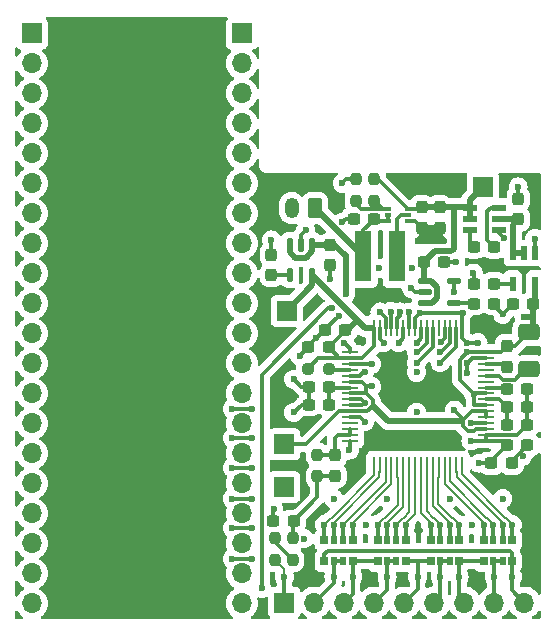
<source format=gtl>
%TF.GenerationSoftware,KiCad,Pcbnew,8.0.3*%
%TF.CreationDate,2024-08-10T21:36:20-07:00*%
%TF.ProjectId,v2,76322e6b-6963-4616-945f-706362585858,rev?*%
%TF.SameCoordinates,Original*%
%TF.FileFunction,Copper,L1,Top*%
%TF.FilePolarity,Positive*%
%FSLAX46Y46*%
G04 Gerber Fmt 4.6, Leading zero omitted, Abs format (unit mm)*
G04 Created by KiCad (PCBNEW 8.0.3) date 2024-08-10 21:36:20*
%MOMM*%
%LPD*%
G01*
G04 APERTURE LIST*
G04 Aperture macros list*
%AMRoundRect*
0 Rectangle with rounded corners*
0 $1 Rounding radius*
0 $2 $3 $4 $5 $6 $7 $8 $9 X,Y pos of 4 corners*
0 Add a 4 corners polygon primitive as box body*
4,1,4,$2,$3,$4,$5,$6,$7,$8,$9,$2,$3,0*
0 Add four circle primitives for the rounded corners*
1,1,$1+$1,$2,$3*
1,1,$1+$1,$4,$5*
1,1,$1+$1,$6,$7*
1,1,$1+$1,$8,$9*
0 Add four rect primitives between the rounded corners*
20,1,$1+$1,$2,$3,$4,$5,0*
20,1,$1+$1,$4,$5,$6,$7,0*
20,1,$1+$1,$6,$7,$8,$9,0*
20,1,$1+$1,$8,$9,$2,$3,0*%
G04 Aperture macros list end*
%TA.AperFunction,ComponentPad*%
%ADD10R,1.700000X1.700000*%
%TD*%
%TA.AperFunction,SMDPad,CuDef*%
%ADD11RoundRect,0.237500X-0.237500X0.300000X-0.237500X-0.300000X0.237500X-0.300000X0.237500X0.300000X0*%
%TD*%
%TA.AperFunction,SMDPad,CuDef*%
%ADD12RoundRect,0.147500X-0.457500X-0.147500X0.457500X-0.147500X0.457500X0.147500X-0.457500X0.147500X0*%
%TD*%
%TA.AperFunction,SMDPad,CuDef*%
%ADD13R,0.558800X1.270000*%
%TD*%
%TA.AperFunction,SMDPad,CuDef*%
%ADD14RoundRect,0.147500X-0.147500X0.457500X-0.147500X-0.457500X0.147500X-0.457500X0.147500X0.457500X0*%
%TD*%
%TA.AperFunction,SMDPad,CuDef*%
%ADD15R,0.475000X0.300000*%
%TD*%
%TA.AperFunction,SMDPad,CuDef*%
%ADD16R,1.270000X0.558800*%
%TD*%
%TA.AperFunction,SMDPad,CuDef*%
%ADD17R,0.650000X0.800000*%
%TD*%
%TA.AperFunction,SMDPad,CuDef*%
%ADD18R,0.500000X0.800000*%
%TD*%
%TA.AperFunction,SMDPad,CuDef*%
%ADD19RoundRect,0.237500X-0.237500X0.250000X-0.237500X-0.250000X0.237500X-0.250000X0.237500X0.250000X0*%
%TD*%
%TA.AperFunction,SMDPad,CuDef*%
%ADD20RoundRect,0.237500X-0.250000X-0.237500X0.250000X-0.237500X0.250000X0.237500X-0.250000X0.237500X0*%
%TD*%
%TA.AperFunction,SMDPad,CuDef*%
%ADD21RoundRect,0.237500X0.237500X-0.250000X0.237500X0.250000X-0.237500X0.250000X-0.237500X-0.250000X0*%
%TD*%
%TA.AperFunction,SMDPad,CuDef*%
%ADD22R,1.447800X4.292600*%
%TD*%
%TA.AperFunction,ComponentPad*%
%ADD23RoundRect,0.250000X0.350000X0.625000X-0.350000X0.625000X-0.350000X-0.625000X0.350000X-0.625000X0*%
%TD*%
%TA.AperFunction,ComponentPad*%
%ADD24O,1.200000X1.750000*%
%TD*%
%TA.AperFunction,SMDPad,CuDef*%
%ADD25RoundRect,0.237500X0.300000X0.237500X-0.300000X0.237500X-0.300000X-0.237500X0.300000X-0.237500X0*%
%TD*%
%TA.AperFunction,SMDPad,CuDef*%
%ADD26RoundRect,0.237500X0.237500X-0.300000X0.237500X0.300000X-0.237500X0.300000X-0.237500X-0.300000X0*%
%TD*%
%TA.AperFunction,SMDPad,CuDef*%
%ADD27RoundRect,0.237500X-0.300000X-0.237500X0.300000X-0.237500X0.300000X0.237500X-0.300000X0.237500X0*%
%TD*%
%TA.AperFunction,ComponentPad*%
%ADD28O,1.700000X1.700000*%
%TD*%
%TA.AperFunction,SMDPad,CuDef*%
%ADD29R,1.346200X0.279400*%
%TD*%
%TA.AperFunction,SMDPad,CuDef*%
%ADD30R,0.279400X1.346200*%
%TD*%
%TA.AperFunction,SMDPad,CuDef*%
%ADD31RoundRect,0.250000X0.650000X-0.412500X0.650000X0.412500X-0.650000X0.412500X-0.650000X-0.412500X0*%
%TD*%
%TA.AperFunction,ViaPad*%
%ADD32C,0.600000*%
%TD*%
%TA.AperFunction,Conductor*%
%ADD33C,0.300000*%
%TD*%
%TA.AperFunction,Conductor*%
%ADD34C,0.500000*%
%TD*%
%TA.AperFunction,Conductor*%
%ADD35C,0.200000*%
%TD*%
G04 APERTURE END LIST*
D10*
%TO.P,J8,1,Pin_1*%
%TO.N,+2V5*%
X127100000Y-95100000D03*
%TD*%
%TO.P,J7,1,Pin_1*%
%TO.N,+3V3*%
X127300000Y-83800000D03*
%TD*%
%TO.P,J6,1,Pin_1*%
%TO.N,-2V5*%
X127100000Y-98700000D03*
%TD*%
%TO.P,J5,1,Pin_1*%
%TO.N,+5V*%
X143900000Y-73300000D03*
%TD*%
D11*
%TO.P,C22,1*%
%TO.N,GND*%
X146900000Y-74337500D03*
%TO.P,C22,2*%
%TO.N,-5V*%
X146900000Y-76062500D03*
%TD*%
D12*
%TO.P,U11,1,IN*%
%TO.N,+5V*%
X138982500Y-81250000D03*
%TO.P,U11,2,GND*%
%TO.N,GND*%
X138982500Y-82200000D03*
%TO.P,U11,3,EN*%
%TO.N,+5V*%
X138982500Y-83150000D03*
%TO.P,U11,4,NR/FB*%
%TO.N,Net-(U11-NR{slash}FB)*%
X141492500Y-83150000D03*
%TO.P,U11,5,OUT*%
%TO.N,+2V5*%
X141492500Y-81250000D03*
%TD*%
D13*
%TO.P,U8,1,GND*%
%TO.N,GND*%
X148339800Y-78904600D03*
%TO.P,U8,2,IN*%
%TO.N,-5V*%
X147400000Y-78904600D03*
%TO.P,U8,3,EN*%
X146460200Y-78904600D03*
%TO.P,U8,4,NR*%
%TO.N,Net-(U8-NR)*%
X146460200Y-81495400D03*
%TO.P,U8,5,OUT*%
%TO.N,-2V5*%
X148339800Y-81495400D03*
%TD*%
D14*
%TO.P,U7,5,OUT*%
%TO.N,+3V3*%
X129450000Y-80755000D03*
%TO.P,U7,4,NR/FB*%
%TO.N,Net-(U7-NR{slash}FB)*%
X127550000Y-80755000D03*
%TO.P,U7,3,EN*%
%TO.N,+5V*%
X127550000Y-78245000D03*
%TO.P,U7,2,GND*%
%TO.N,GND*%
X128500000Y-78245000D03*
%TO.P,U7,1,IN*%
%TO.N,+5V*%
X129450000Y-78245000D03*
%TD*%
D15*
%TO.P,U6,6,VOUT*%
%TO.N,+5V*%
X137571450Y-75200000D03*
%TO.P,U6,5,SW*%
%TO.N,Net-(U6-SW)*%
X137571450Y-75700000D03*
%TO.P,U6,4,GND*%
%TO.N,GND*%
X137571450Y-76200000D03*
%TO.P,U6,3,VIN*%
%TO.N,/Booster/VBATT*%
X135895450Y-76200000D03*
%TO.P,U6,2,EN*%
X135895450Y-75700000D03*
%TO.P,U6,1,FB*%
%TO.N,Net-(U6-FB)*%
X135895450Y-75200000D03*
%TD*%
D16*
%TO.P,U5,1,GND*%
%TO.N,GND*%
X145238400Y-76939800D03*
%TO.P,U5,2,OUT*%
%TO.N,-5V*%
X145238400Y-76000000D03*
%TO.P,U5,3,CAP-*%
%TO.N,Net-(U5-CAP-)*%
X145238400Y-75060200D03*
%TO.P,U5,4,~SD*%
%TO.N,+5V*%
X142800000Y-75060200D03*
%TO.P,U5,5,V+*%
X142800000Y-76000000D03*
%TO.P,U5,6,CAP+*%
%TO.N,Net-(U5-CAP+)*%
X142800000Y-76939800D03*
%TD*%
D17*
%TO.P,RN8,1*%
%TO.N,/ADS1299/I3*%
X144000000Y-105000000D03*
D18*
%TO.P,RN8,2*%
%TO.N,/ADS1299/I2*%
X144800000Y-105000000D03*
%TO.P,RN8,3*%
X145600000Y-105000000D03*
D17*
%TO.P,RN8,4*%
%TO.N,/ADS1299/I1*%
X146400000Y-105000000D03*
%TO.P,RN8,5*%
%TO.N,/ADS1299/IN1P*%
X146400000Y-103200000D03*
D18*
%TO.P,RN8,6*%
%TO.N,/ADS1299/IN1N*%
X145600000Y-103200000D03*
%TO.P,RN8,7*%
%TO.N,/ADS1299/IN2P*%
X144800000Y-103200000D03*
D17*
%TO.P,RN8,8*%
%TO.N,/ADS1299/IN2N*%
X144000000Y-103200000D03*
%TD*%
%TO.P,RN7,1*%
%TO.N,/ADS1299/I5*%
X139500000Y-105000000D03*
D18*
%TO.P,RN7,2*%
%TO.N,/ADS1299/I4*%
X140300000Y-105000000D03*
%TO.P,RN7,3*%
X141100000Y-105000000D03*
D17*
%TO.P,RN7,4*%
%TO.N,/ADS1299/I3*%
X141900000Y-105000000D03*
%TO.P,RN7,5*%
%TO.N,/ADS1299/IN3P*%
X141900000Y-103200000D03*
D18*
%TO.P,RN7,6*%
%TO.N,/ADS1299/IN3N*%
X141100000Y-103200000D03*
%TO.P,RN7,7*%
%TO.N,/ADS1299/IN4P*%
X140300000Y-103200000D03*
D17*
%TO.P,RN7,8*%
%TO.N,/ADS1299/IN4N*%
X139500000Y-103200000D03*
%TD*%
%TO.P,RN6,8*%
%TO.N,/ADS1299/IN6N*%
X135000000Y-103200000D03*
D18*
%TO.P,RN6,7*%
%TO.N,/ADS1299/IN6P*%
X135800000Y-103200000D03*
%TO.P,RN6,6*%
%TO.N,/ADS1299/IN5N*%
X136600000Y-103200000D03*
D17*
%TO.P,RN6,5*%
%TO.N,/ADS1299/IN5P*%
X137400000Y-103200000D03*
%TO.P,RN6,4*%
%TO.N,/ADS1299/I5*%
X137400000Y-105000000D03*
D18*
%TO.P,RN6,3*%
%TO.N,/ADS1299/I6*%
X136600000Y-105000000D03*
%TO.P,RN6,2*%
X135800000Y-105000000D03*
D17*
%TO.P,RN6,1*%
%TO.N,/ADS1299/I7*%
X135000000Y-105000000D03*
%TD*%
%TO.P,RN5,1*%
%TO.N,/ADS1299/I1*%
X130500000Y-105000000D03*
D18*
%TO.P,RN5,2*%
%TO.N,/ADS1299/I8*%
X131300000Y-105000000D03*
%TO.P,RN5,3*%
X132100000Y-105000000D03*
D17*
%TO.P,RN5,4*%
%TO.N,/ADS1299/I7*%
X132900000Y-105000000D03*
%TO.P,RN5,5*%
%TO.N,/ADS1299/IN7P*%
X132900000Y-103200000D03*
D18*
%TO.P,RN5,6*%
%TO.N,/ADS1299/IN7N*%
X132100000Y-103200000D03*
%TO.P,RN5,7*%
%TO.N,/ADS1299/IN8P*%
X131300000Y-103200000D03*
D17*
%TO.P,RN5,8*%
%TO.N,/ADS1299/IN8N*%
X130500000Y-103200000D03*
%TD*%
D19*
%TO.P,R10,1*%
%TO.N,/ADS1299/Bias*%
X127800000Y-103075000D03*
%TO.P,R10,2*%
%TO.N,Net-(R10-Pad2)*%
X127800000Y-104900000D03*
%TD*%
D20*
%TO.P,R6,1*%
%TO.N,+3V3*%
X129087500Y-88700000D03*
%TO.P,R6,2*%
%TO.N,Net-(U1-CLKSEL)*%
X130912500Y-88700000D03*
%TD*%
D21*
%TO.P,R5,2*%
%TO.N,GND*%
X133193450Y-72637500D03*
%TO.P,R5,1*%
%TO.N,Net-(U6-FB)*%
X133193450Y-74462500D03*
%TD*%
D19*
%TO.P,R4,2*%
%TO.N,Net-(U6-FB)*%
X134733450Y-74462500D03*
%TO.P,R4,1*%
%TO.N,+5V*%
X134733450Y-72637500D03*
%TD*%
%TO.P,R2,1*%
%TO.N,Net-(R10-Pad2)*%
X126300000Y-103075000D03*
%TO.P,R2,2*%
%TO.N,/ADS1299/BI*%
X126300000Y-104900000D03*
%TD*%
%TO.P,R1,2*%
%TO.N,/ADS1299/Bias*%
X129900000Y-97812500D03*
%TO.P,R1,1*%
%TO.N,Net-(U1-BIASIN)*%
X129900000Y-95987500D03*
%TD*%
D22*
%TO.P,L1,1,1*%
%TO.N,/Booster/VBATT*%
X133800000Y-79200000D03*
%TO.P,L1,2,2*%
%TO.N,Net-(U6-SW)*%
X136644800Y-79200000D03*
%TD*%
D23*
%TO.P,J1,1,Pin_1*%
%TO.N,/Booster/VBATT*%
X129722400Y-75100000D03*
D24*
%TO.P,J1,2,Pin_2*%
%TO.N,GND*%
X127722400Y-75100000D03*
%TD*%
D25*
%TO.P,C30,1*%
%TO.N,GND*%
X144862500Y-83200000D03*
%TO.P,C30,2*%
%TO.N,Net-(U11-NR{slash}FB)*%
X143137500Y-83200000D03*
%TD*%
%TO.P,C29,1*%
%TO.N,GND*%
X140662500Y-79700000D03*
%TO.P,C29,2*%
%TO.N,+5V*%
X138937500Y-79700000D03*
%TD*%
D11*
%TO.P,C28,2*%
%TO.N,Net-(U7-NR{slash}FB)*%
X126000000Y-80762500D03*
%TO.P,C28,1*%
%TO.N,GND*%
X126000000Y-79037500D03*
%TD*%
D26*
%TO.P,C27,2*%
%TO.N,+5V*%
X131000000Y-78237500D03*
%TO.P,C27,1*%
%TO.N,GND*%
X131000000Y-79962500D03*
%TD*%
D27*
%TO.P,C24,1*%
%TO.N,GND*%
X146437500Y-83200000D03*
%TO.P,C24,2*%
%TO.N,-2V5*%
X148162500Y-83200000D03*
%TD*%
%TO.P,C23,1*%
%TO.N,GND*%
X143137500Y-81500000D03*
%TO.P,C23,2*%
%TO.N,Net-(U8-NR)*%
X144862500Y-81500000D03*
%TD*%
D26*
%TO.P,C21,2*%
%TO.N,+5V*%
X140253450Y-75037500D03*
%TO.P,C21,1*%
%TO.N,GND*%
X140253450Y-76762500D03*
%TD*%
%TO.P,C20,2*%
%TO.N,+5V*%
X138733450Y-75037500D03*
%TO.P,C20,1*%
%TO.N,GND*%
X138733450Y-76762500D03*
%TD*%
D25*
%TO.P,C19,2*%
%TO.N,GND*%
X132970950Y-76000000D03*
%TO.P,C19,1*%
%TO.N,/Booster/VBATT*%
X134695950Y-76000000D03*
%TD*%
D27*
%TO.P,C18,1*%
%TO.N,Net-(U5-CAP+)*%
X143137500Y-78400000D03*
%TO.P,C18,2*%
%TO.N,Net-(U5-CAP-)*%
X144862500Y-78400000D03*
%TD*%
D25*
%TO.P,C17,1*%
%TO.N,+3V3*%
X132262500Y-85400000D03*
%TO.P,C17,2*%
%TO.N,GND*%
X130537500Y-85400000D03*
%TD*%
%TO.P,C16,1*%
%TO.N,+3V3*%
X130862500Y-86900000D03*
%TO.P,C16,2*%
%TO.N,GND*%
X129137500Y-86900000D03*
%TD*%
D27*
%TO.P,C15,1*%
%TO.N,-2V5*%
X145937500Y-95200000D03*
%TO.P,C15,2*%
%TO.N,GND*%
X147662500Y-95200000D03*
%TD*%
%TO.P,C14,1*%
%TO.N,-2V5*%
X144637500Y-96700000D03*
%TO.P,C14,2*%
%TO.N,GND*%
X146362500Y-96700000D03*
%TD*%
D25*
%TO.P,C7,1*%
%TO.N,/ADS1299/Bias*%
X127900000Y-101600000D03*
%TO.P,C7,2*%
%TO.N,GND*%
X126175000Y-101600000D03*
%TD*%
D11*
%TO.P,C1,2*%
%TO.N,/ADS1299/Bias*%
X131400000Y-97762500D03*
%TO.P,C1,1*%
%TO.N,Net-(U1-BIASIN)*%
X131400000Y-96037500D03*
%TD*%
D10*
%TO.P,J3,1,Pin_1*%
%TO.N,/ADS1299/MOSI*%
X105720000Y-60320000D03*
D28*
%TO.P,J3,2,Pin_2*%
%TO.N,/ADS1299/CS*%
X105720000Y-62860000D03*
%TO.P,J3,3,Pin_3*%
%TO.N,unconnected-(J3-Pin_3-Pad3)*%
X105720000Y-65400000D03*
%TO.P,J3,4,Pin_4*%
%TO.N,/ADS1299/SCLK*%
X105720000Y-67940000D03*
%TO.P,J3,5,Pin_5*%
%TO.N,/ADS1299/MISO*%
X105720000Y-70480000D03*
%TO.P,J3,6,Pin_6*%
%TO.N,/ADS1299/DRDY*%
X105720000Y-73020000D03*
%TO.P,J3,7,Pin_7*%
%TO.N,/ADS1299/START*%
X105720000Y-75560000D03*
%TO.P,J3,8,Pin_8*%
%TO.N,unconnected-(J3-Pin_8-Pad8)*%
X105720000Y-78100000D03*
%TO.P,J3,9,Pin_9*%
%TO.N,/ADS1299/RESET*%
X105720000Y-80640000D03*
%TO.P,J3,10,Pin_10*%
%TO.N,unconnected-(J3-Pin_10-Pad10)*%
X105720000Y-83180000D03*
%TO.P,J3,11,Pin_11*%
%TO.N,/ADS1299/PDWN*%
X105720000Y-85720000D03*
%TO.P,J3,12,Pin_12*%
%TO.N,unconnected-(J3-Pin_12-Pad12)*%
X105720000Y-88260000D03*
%TO.P,J3,13,Pin_13*%
%TO.N,unconnected-(J3-Pin_13-Pad13)*%
X105720000Y-90800000D03*
%TO.P,J3,14,Pin_14*%
%TO.N,unconnected-(J3-Pin_14-Pad14)*%
X105720000Y-93340000D03*
%TO.P,J3,15,Pin_15*%
%TO.N,unconnected-(J3-Pin_15-Pad15)*%
X105720000Y-95880000D03*
%TO.P,J3,16,Pin_16*%
%TO.N,unconnected-(J3-Pin_16-Pad16)*%
X105720000Y-98420000D03*
%TO.P,J3,17,Pin_17*%
%TO.N,unconnected-(J3-Pin_17-Pad17)*%
X105720000Y-100960000D03*
%TO.P,J3,18,Pin_18*%
%TO.N,GND*%
X105720000Y-103500000D03*
%TO.P,J3,19,Pin_19*%
%TO.N,+5V*%
X105720000Y-106040000D03*
%TO.P,J3,20,Pin_20*%
%TO.N,unconnected-(J3-Pin_20-Pad20)*%
X105720000Y-108580000D03*
%TD*%
D10*
%TO.P,J2,1,Pin_1*%
%TO.N,/ADS1299/BI*%
X127100000Y-108500000D03*
D28*
%TO.P,J2,2,Pin_2*%
%TO.N,/ADS1299/I8*%
X129640000Y-108500000D03*
%TO.P,J2,3,Pin_3*%
%TO.N,/ADS1299/I7*%
X132180000Y-108500000D03*
%TO.P,J2,4,Pin_4*%
%TO.N,/ADS1299/I6*%
X134720000Y-108500000D03*
%TO.P,J2,5,Pin_5*%
%TO.N,/ADS1299/I5*%
X137260000Y-108500000D03*
%TO.P,J2,6,Pin_6*%
%TO.N,/ADS1299/I4*%
X139800000Y-108500000D03*
%TO.P,J2,7,Pin_7*%
%TO.N,/ADS1299/I3*%
X142340000Y-108500000D03*
%TO.P,J2,8,Pin_8*%
%TO.N,/ADS1299/I2*%
X144880000Y-108500000D03*
%TO.P,J2,9,Pin_9*%
%TO.N,/ADS1299/I1*%
X147420000Y-108500000D03*
%TD*%
D10*
%TO.P,J4,1,Pin_1*%
%TO.N,unconnected-(J4-Pin_1-Pad1)*%
X123500000Y-60320000D03*
D28*
%TO.P,J4,2,Pin_2*%
%TO.N,unconnected-(J4-Pin_2-Pad2)*%
X123500000Y-62860000D03*
%TO.P,J4,3,Pin_3*%
%TO.N,unconnected-(J4-Pin_3-Pad3)*%
X123500000Y-65400000D03*
%TO.P,J4,4,Pin_4*%
%TO.N,unconnected-(J4-Pin_4-Pad4)*%
X123500000Y-67940000D03*
%TO.P,J4,5,Pin_5*%
%TO.N,unconnected-(J4-Pin_5-Pad5)*%
X123500000Y-70480000D03*
%TO.P,J4,6,Pin_6*%
%TO.N,unconnected-(J4-Pin_6-Pad6)*%
X123500000Y-73020000D03*
%TO.P,J4,7,Pin_7*%
%TO.N,unconnected-(J4-Pin_7-Pad7)*%
X123500000Y-75560000D03*
%TO.P,J4,8,Pin_8*%
%TO.N,unconnected-(J4-Pin_8-Pad8)*%
X123500000Y-78100000D03*
%TO.P,J4,9,Pin_9*%
%TO.N,unconnected-(J4-Pin_9-Pad9)*%
X123500000Y-80640000D03*
%TO.P,J4,10,Pin_10*%
%TO.N,unconnected-(J4-Pin_10-Pad10)*%
X123500000Y-83180000D03*
%TO.P,J4,11,Pin_11*%
%TO.N,unconnected-(J4-Pin_11-Pad11)*%
X123500000Y-85720000D03*
%TO.P,J4,12,Pin_12*%
%TO.N,unconnected-(J4-Pin_12-Pad12)*%
X123500000Y-88260000D03*
%TO.P,J4,13,Pin_13*%
%TO.N,unconnected-(J4-Pin_13-Pad13)*%
X123500000Y-90800000D03*
%TO.P,J4,14,Pin_14*%
%TO.N,unconnected-(J4-Pin_14-Pad14)*%
X123500000Y-93340000D03*
%TO.P,J4,15,Pin_15*%
%TO.N,unconnected-(J4-Pin_15-Pad15)*%
X123500000Y-95880000D03*
%TO.P,J4,16,Pin_16*%
%TO.N,unconnected-(J4-Pin_16-Pad16)*%
X123500000Y-98420000D03*
%TO.P,J4,17,Pin_17*%
%TO.N,unconnected-(J4-Pin_17-Pad17)*%
X123500000Y-100960000D03*
%TO.P,J4,18,Pin_18*%
%TO.N,unconnected-(J4-Pin_18-Pad18)*%
X123500000Y-103500000D03*
%TO.P,J4,19,Pin_19*%
%TO.N,unconnected-(J4-Pin_19-Pad19)*%
X123500000Y-106040000D03*
%TO.P,J4,20,Pin_20*%
%TO.N,unconnected-(J4-Pin_20-Pad20)*%
X123500000Y-108580000D03*
%TD*%
D29*
%TO.P,U1,64,RESERVED*%
%TO.N,GND*%
X132643000Y-94800000D03*
%TO.P,U1,63,BIASOUT*%
%TO.N,Net-(U1-BIASIN)*%
X132643000Y-94300001D03*
%TO.P,U1,62,BIASIN*%
X132643000Y-93800000D03*
%TO.P,U1,61,BIASINV*%
%TO.N,unconnected-(U1-BIASINV-Pad61)*%
X132643000Y-93300001D03*
%TO.P,U1,60,BIASREF*%
%TO.N,-2V5*%
X132643000Y-92799999D03*
%TO.P,U1,59,AVDD*%
%TO.N,+2V5*%
X132643000Y-92300000D03*
%TO.P,U1,58,AVSS*%
%TO.N,-2V5*%
X132643000Y-91800001D03*
%TO.P,U1,57,AVSS*%
X132643000Y-91300000D03*
%TO.P,U1,56,AVDD*%
%TO.N,+2V5*%
X132643000Y-90800000D03*
%TO.P,U1,55,VCAP3*%
%TO.N,Net-(U1-VCAP3)*%
X132643000Y-90299999D03*
%TO.P,U1,54,AVDD1*%
%TO.N,+2V5*%
X132643000Y-89800000D03*
%TO.P,U1,53,AVSS1*%
%TO.N,-2V5*%
X132643000Y-89300001D03*
%TO.P,U1,52,CLKSEL*%
%TO.N,Net-(U1-CLKSEL)*%
X132643000Y-88799999D03*
%TO.P,U1,51,DGND*%
%TO.N,GND*%
X132643000Y-88300000D03*
%TO.P,U1,50,DVDD*%
%TO.N,+3V3*%
X132643000Y-87799999D03*
%TO.P,U1,49,DGND*%
%TO.N,GND*%
X132643000Y-87300000D03*
D30*
%TO.P,U1,48,DVDD*%
%TO.N,+3V3*%
X134671500Y-85271500D03*
%TO.P,U1,47,\u002ADRDY*%
%TO.N,/ADS1299/DRDY*%
X135171499Y-85271500D03*
%TO.P,U1,46,GPIO4*%
%TO.N,Net-(U1-GPIO4)*%
X135671500Y-85271500D03*
%TO.P,U1,45,GPIO3*%
%TO.N,Net-(U1-GPIO3)*%
X136171499Y-85271500D03*
%TO.P,U1,44,GPIO2*%
%TO.N,Net-(U1-GPIO2)*%
X136671501Y-85271500D03*
%TO.P,U1,43,DOUT*%
%TO.N,/ADS1299/MISO*%
X137171500Y-85271500D03*
%TO.P,U1,42,GPIO1*%
%TO.N,Net-(U1-GPIO1)*%
X137671499Y-85271500D03*
%TO.P,U1,41,DAISY_IN*%
%TO.N,GND*%
X138171500Y-85271500D03*
%TO.P,U1,40,SCLK*%
%TO.N,/ADS1299/SCLK*%
X138671500Y-85271500D03*
%TO.P,U1,39,\u002ACS*%
%TO.N,/ADS1299/CS*%
X139171501Y-85271500D03*
%TO.P,U1,38,START*%
%TO.N,/ADS1299/START*%
X139671500Y-85271500D03*
%TO.P,U1,37*%
%TO.N,N/C*%
X140171499Y-85271500D03*
%TO.P,U1,36,\u002ARESET*%
%TO.N,/ADS1299/RESET*%
X140671501Y-85271500D03*
%TO.P,U1,35,\u002APWDN*%
%TO.N,/ADS1299/PDWN*%
X141171500Y-85271500D03*
%TO.P,U1,34,DIN*%
%TO.N,/ADS1299/MOSI*%
X141671501Y-85271500D03*
%TO.P,U1,33,DGND*%
%TO.N,GND*%
X142171500Y-85271500D03*
D29*
%TO.P,U1,32,AVSS*%
%TO.N,-2V5*%
X144200000Y-87300000D03*
%TO.P,U1,31,RESV1*%
%TO.N,GND*%
X144200000Y-87799999D03*
%TO.P,U1,30,VCAP2*%
%TO.N,Net-(U1-VCAP2)*%
X144200000Y-88300000D03*
%TO.P,U1,29*%
%TO.N,N/C*%
X144200000Y-88799999D03*
%TO.P,U1,28,VCAP1*%
%TO.N,Net-(U1-VCAP1)*%
X144200000Y-89300001D03*
%TO.P,U1,27*%
%TO.N,N/C*%
X144200000Y-89800000D03*
%TO.P,U1,26,VCAP4*%
%TO.N,Net-(U1-VCAP4)*%
X144200000Y-90299999D03*
%TO.P,U1,25,VREFN*%
%TO.N,-2V5*%
X144200000Y-90800000D03*
%TO.P,U1,24,VREFP*%
%TO.N,Net-(U1-VREFP)*%
X144200000Y-91300000D03*
%TO.P,U1,23,AVSS*%
%TO.N,-2V5*%
X144200000Y-91800001D03*
%TO.P,U1,22,AVDD*%
%TO.N,+2V5*%
X144200000Y-92300000D03*
%TO.P,U1,21,AVDD*%
X144200000Y-92799999D03*
%TO.P,U1,20,AVSS*%
%TO.N,-2V5*%
X144200000Y-93300001D03*
%TO.P,U1,19,AVDD*%
%TO.N,+2V5*%
X144200000Y-93800000D03*
%TO.P,U1,18,SRB2*%
%TO.N,-2V5*%
X144200000Y-94300001D03*
%TO.P,U1,17,SRB1*%
X144200000Y-94800000D03*
D30*
%TO.P,U1,16,IN1P*%
%TO.N,/ADS1299/IN1P*%
X142171500Y-96828500D03*
%TO.P,U1,15,IN1N*%
%TO.N,/ADS1299/IN1N*%
X141671501Y-96828500D03*
%TO.P,U1,14,IN2P*%
%TO.N,/ADS1299/IN2P*%
X141171500Y-96828500D03*
%TO.P,U1,13,IN2N*%
%TO.N,/ADS1299/IN2N*%
X140671501Y-96828500D03*
%TO.P,U1,12,IN3P*%
%TO.N,/ADS1299/IN3P*%
X140171499Y-96828500D03*
%TO.P,U1,11,IN3N*%
%TO.N,/ADS1299/IN3N*%
X139671500Y-96828500D03*
%TO.P,U1,10,IN4P*%
%TO.N,/ADS1299/IN4P*%
X139171501Y-96828500D03*
%TO.P,U1,9,IN4N*%
%TO.N,/ADS1299/IN4N*%
X138671500Y-96828500D03*
%TO.P,U1,8,IN5P*%
%TO.N,/ADS1299/IN5P*%
X138171500Y-96828500D03*
%TO.P,U1,7,IN5N*%
%TO.N,/ADS1299/IN5N*%
X137671499Y-96828500D03*
%TO.P,U1,6,IN6P*%
%TO.N,/ADS1299/IN6P*%
X137171500Y-96828500D03*
%TO.P,U1,5,IN6N*%
%TO.N,/ADS1299/IN6N*%
X136671501Y-96828500D03*
%TO.P,U1,4,IN7P*%
%TO.N,/ADS1299/IN7P*%
X136171499Y-96828500D03*
%TO.P,U1,3,IN7N*%
%TO.N,/ADS1299/IN7N*%
X135671500Y-96828500D03*
%TO.P,U1,2,IN8P*%
%TO.N,/ADS1299/IN8P*%
X135171499Y-96828500D03*
%TO.P,U1,1,IN8N*%
%TO.N,/ADS1299/IN8N*%
X134671500Y-96828500D03*
%TD*%
D26*
%TO.P,C12,1*%
%TO.N,Net-(U1-VCAP2)*%
X145921500Y-88541294D03*
%TO.P,C12,2*%
%TO.N,-2V5*%
X145921500Y-86816294D03*
%TD*%
D27*
%TO.P,C3,1*%
%TO.N,Net-(U1-VREFP)*%
X145921500Y-93441294D03*
%TO.P,C3,2*%
%TO.N,-2V5*%
X147646500Y-93441294D03*
%TD*%
%TO.P,C5,1*%
%TO.N,Net-(U1-VCAP4)*%
X145921500Y-90441294D03*
%TO.P,C5,2*%
%TO.N,-2V5*%
X147646500Y-90441294D03*
%TD*%
D25*
%TO.P,C2,1*%
%TO.N,-2V5*%
X147646500Y-91941294D03*
%TO.P,C2,2*%
%TO.N,Net-(U1-VREFP)*%
X145921500Y-91941294D03*
%TD*%
D27*
%TO.P,C8,1*%
%TO.N,-2V5*%
X129196500Y-90241294D03*
%TO.P,C8,2*%
%TO.N,Net-(U1-VCAP3)*%
X130921500Y-90241294D03*
%TD*%
%TO.P,C9,1*%
%TO.N,-2V5*%
X129196500Y-91741294D03*
%TO.P,C9,2*%
%TO.N,Net-(U1-VCAP3)*%
X130921500Y-91741294D03*
%TD*%
D31*
%TO.P,C13,1*%
%TO.N,Net-(U1-VCAP1)*%
X147821500Y-88741294D03*
%TO.P,C13,2*%
%TO.N,-2V5*%
X147821500Y-85616294D03*
%TD*%
D32*
%TO.N,GND*%
X142200000Y-84000000D03*
%TO.N,-2V5*%
X142600000Y-87300000D03*
X143600000Y-96700000D03*
%TO.N,GND*%
X129818750Y-86118750D03*
X131700000Y-84200000D03*
X128400000Y-87600000D03*
%TO.N,-2V5*%
X138300000Y-92380761D03*
X127900000Y-92400000D03*
%TO.N,GND*%
X122700000Y-104800000D03*
X124400000Y-104800000D03*
X122700000Y-102200000D03*
X124400000Y-102200000D03*
X122700000Y-99700000D03*
X124400000Y-99700000D03*
X122700000Y-97100000D03*
X124400000Y-97100000D03*
X122700000Y-92100000D03*
X124400000Y-92100000D03*
X122700000Y-94600000D03*
X124400000Y-94600000D03*
X143500000Y-86500000D03*
X142600000Y-89100000D03*
X138300000Y-89000003D03*
X139900000Y-77900000D03*
X139100000Y-77900000D03*
X140600000Y-77900000D03*
X138400000Y-77900000D03*
%TO.N,+5V*%
X125200000Y-107300000D03*
%TO.N,GND*%
X146900000Y-73300000D03*
%TO.N,Net-(U1-GPIO1)*%
X137700000Y-83900000D03*
%TO.N,GND*%
X138594452Y-83945000D03*
X137949297Y-80215254D03*
X135100000Y-80200000D03*
X137869460Y-81899759D03*
X132171631Y-86510109D03*
X142600000Y-88200000D03*
X142600000Y-86500000D03*
X134500000Y-88300000D03*
%TO.N,-2V5*%
X133900000Y-89000000D03*
%TO.N,GND*%
X132600000Y-95600000D03*
X148300000Y-77700000D03*
X145687372Y-77637809D03*
X141600000Y-79700000D03*
X143100000Y-80600000D03*
X145600000Y-84100000D03*
X147300000Y-96100000D03*
X131300000Y-99699998D03*
X135800000Y-99699998D03*
X145600000Y-99699998D03*
X141100000Y-99699998D03*
X134000000Y-101900000D03*
X143000000Y-101900000D03*
X128800000Y-103100000D03*
X126200000Y-100600000D03*
X126000000Y-77800000D03*
X128900000Y-77000000D03*
X131000000Y-81100000D03*
X132000000Y-76300000D03*
X132000000Y-73000000D03*
%TO.N,-2V5*%
X127900000Y-89600000D03*
%TO.N,+5V*%
X131100000Y-83600000D03*
X132300000Y-82400000D03*
%TO.N,-2V5*%
X147400000Y-84300000D03*
X143125692Y-90861916D03*
%TO.N,+2V5*%
X141500000Y-92200000D03*
%TO.N,+5V*%
X132300000Y-79200000D03*
%TO.N,+2V5*%
X141500000Y-82200000D03*
%TO.N,+5V*%
X141500000Y-76000000D03*
%TO.N,Net-(U1-GPIO4)*%
X135200000Y-83900000D03*
%TO.N,/ADS1299/MOSI*%
X140300000Y-88200000D03*
%TO.N,/ADS1299/PDWN*%
X140300000Y-87300000D03*
%TO.N,/ADS1299/RESET*%
X140325685Y-86444391D03*
%TO.N,/ADS1299/START*%
X138300000Y-88200000D03*
%TO.N,/ADS1299/CS*%
X138300000Y-87300003D03*
%TO.N,/ADS1299/SCLK*%
X138300000Y-86500000D03*
%TO.N,/ADS1299/MISO*%
X136800000Y-86500000D03*
%TO.N,/ADS1299/DRDY*%
X135500000Y-86500000D03*
%TO.N,+2V5*%
X134500000Y-90200000D03*
%TO.N,-2V5*%
X142900000Y-94800000D03*
X142900000Y-93300000D03*
X133900000Y-91600000D03*
X133900000Y-93200000D03*
%TO.N,/ADS1299/IN1P*%
X146400000Y-101900000D03*
%TO.N,/ADS1299/IN1N*%
X145600000Y-101900000D03*
%TO.N,/ADS1299/IN2P*%
X144800000Y-101900000D03*
%TO.N,/ADS1299/IN2N*%
X144000000Y-101900000D03*
%TO.N,/ADS1299/IN3P*%
X141900003Y-101900000D03*
%TO.N,/ADS1299/IN3N*%
X141100000Y-101900000D03*
%TO.N,/ADS1299/IN4P*%
X140300000Y-101900000D03*
%TO.N,/ADS1299/IN4N*%
X139500000Y-101900000D03*
%TO.N,/ADS1299/IN5P*%
X137400009Y-101900000D03*
%TO.N,/ADS1299/IN5N*%
X136600006Y-101900000D03*
%TO.N,/ADS1299/IN6P*%
X135800003Y-101900000D03*
%TO.N,/ADS1299/IN6N*%
X135000000Y-101900000D03*
%TO.N,/ADS1299/IN8N*%
X130499997Y-101900000D03*
%TO.N,/ADS1299/IN8P*%
X131300000Y-101900000D03*
%TO.N,/ADS1299/IN7N*%
X132100000Y-101900000D03*
%TO.N,/ADS1299/IN7P*%
X132900000Y-101900000D03*
%TO.N,/ADS1299/BI*%
X127100000Y-106300000D03*
%TO.N,/ADS1299/I1*%
X146400000Y-106300000D03*
%TO.N,/ADS1299/I2*%
X144880000Y-106300000D03*
%TO.N,/ADS1299/I3*%
X141900000Y-106300000D03*
%TO.N,/ADS1299/I4*%
X140300000Y-106300000D03*
%TO.N,/ADS1299/I5*%
X138400000Y-106300000D03*
%TO.N,/ADS1299/I6*%
X135800000Y-106300000D03*
%TO.N,/ADS1299/I7*%
X132900000Y-106300000D03*
%TO.N,/ADS1299/I8*%
X131300000Y-106300000D03*
%TO.N,Net-(U1-GPIO2)*%
X136899997Y-83900000D03*
%TO.N,Net-(U1-GPIO3)*%
X136100224Y-83880984D03*
%TD*%
D33*
%TO.N,GND*%
X142171500Y-84028500D02*
X142200000Y-84000000D01*
X142171500Y-85271500D02*
X142171500Y-84028500D01*
X138649452Y-84000000D02*
X142200000Y-84000000D01*
X138594452Y-83945000D02*
X138649452Y-84000000D01*
%TO.N,-2V5*%
X141950000Y-89686224D02*
X141950000Y-87930761D01*
X143125692Y-90861916D02*
X143187608Y-90800000D01*
X143125692Y-90861916D02*
X141950000Y-89686224D01*
X141950000Y-87930761D02*
X142580761Y-87300000D01*
X142580761Y-87300000D02*
X142600000Y-87300000D01*
X143187608Y-90800000D02*
X143276900Y-90800000D01*
X142600000Y-87300000D02*
X144200000Y-87300000D01*
%TO.N,+2V5*%
X128937726Y-95100000D02*
X127100000Y-95100000D01*
X131737726Y-92300000D02*
X128937726Y-95100000D01*
X132643000Y-92300000D02*
X131737726Y-92300000D01*
%TO.N,/ADS1299/Bias*%
X129900000Y-99600000D02*
X127900000Y-101600000D01*
X129900000Y-97812500D02*
X129900000Y-99600000D01*
X129950000Y-97762500D02*
X129900000Y-97812500D01*
X131400000Y-97762500D02*
X129950000Y-97762500D01*
%TO.N,Net-(U1-BIASIN)*%
X129950000Y-96037500D02*
X129900000Y-95987500D01*
X131400000Y-96037500D02*
X129950000Y-96037500D01*
X131630199Y-94300001D02*
X131400000Y-94530200D01*
X132643000Y-94300001D02*
X131630199Y-94300001D01*
X131400000Y-94530200D02*
X131400000Y-96037500D01*
D34*
%TO.N,+5V*%
X142800000Y-74400000D02*
X143900000Y-73300000D01*
X142800000Y-75060200D02*
X142800000Y-74400000D01*
%TO.N,+2V5*%
X134650000Y-91869239D02*
X134650000Y-91819239D01*
X135811522Y-93030761D02*
X134650000Y-91869239D01*
X142150000Y-93130761D02*
X142150000Y-93030761D01*
X135911522Y-93130761D02*
X142150000Y-93130761D01*
X135811522Y-93030761D02*
X135911522Y-93130761D01*
D33*
%TO.N,-2V5*%
X144637500Y-96700000D02*
X143600000Y-96700000D01*
D34*
%TO.N,+3V3*%
X129450000Y-81650000D02*
X127300000Y-83800000D01*
X129450000Y-80755000D02*
X129450000Y-81650000D01*
D33*
%TO.N,GND*%
X130537500Y-85362500D02*
X131700000Y-84200000D01*
X130537500Y-85400000D02*
X130537500Y-85362500D01*
X129100000Y-86900000D02*
X128400000Y-87600000D01*
X129137500Y-86900000D02*
X129100000Y-86900000D01*
%TO.N,-2V5*%
X128558706Y-91741294D02*
X127900000Y-92400000D01*
X129196500Y-91741294D02*
X128558706Y-91741294D01*
%TO.N,GND*%
X124400000Y-104800000D02*
X122700000Y-104800000D01*
X124400000Y-102200000D02*
X122700000Y-102200000D01*
X124400000Y-99700000D02*
X122700000Y-99700000D01*
X124400000Y-97100000D02*
X122700000Y-97100000D01*
X124400000Y-92100000D02*
X122700000Y-92100000D01*
X124400000Y-94600000D02*
X122700000Y-94600000D01*
%TO.N,+5V*%
X125200000Y-89200001D02*
X130800001Y-83600000D01*
X125200000Y-107300000D02*
X125200000Y-89200001D01*
X130800001Y-83600000D02*
X131100000Y-83600000D01*
%TO.N,GND*%
X142600000Y-86500000D02*
X143500000Y-86500000D01*
X142600000Y-88200000D02*
X142600000Y-89100000D01*
D34*
X139500000Y-77500000D02*
X139500000Y-76762500D01*
X139900000Y-77900000D02*
X139500000Y-77500000D01*
X139500000Y-76762500D02*
X139300000Y-76762500D01*
X139800000Y-76762500D02*
X139500000Y-76762500D01*
X139100000Y-77900000D02*
X139800000Y-77200000D01*
X139800000Y-76762500D02*
X139800000Y-77200000D01*
X139800000Y-77200000D02*
X139800000Y-77800000D01*
X139900000Y-77115950D02*
X140253450Y-76762500D01*
X139900000Y-77900000D02*
X139900000Y-77115950D01*
X139100000Y-77129050D02*
X138733450Y-76762500D01*
X139100000Y-77900000D02*
X139100000Y-77129050D01*
X138400000Y-77900000D02*
X140600000Y-77900000D01*
X139800000Y-77800000D02*
X139900000Y-77900000D01*
X140253450Y-76762500D02*
X139800000Y-76762500D01*
X139300000Y-77700000D02*
X139100000Y-77900000D01*
X139300000Y-76762500D02*
X139300000Y-77700000D01*
X139300000Y-76762500D02*
X138733450Y-76762500D01*
X140253450Y-77553450D02*
X140600000Y-77900000D01*
X140253450Y-76762500D02*
X140253450Y-77553450D01*
X138733450Y-77566550D02*
X138400000Y-77900000D01*
X138733450Y-76762500D02*
X138733450Y-77566550D01*
D33*
X146900000Y-74337500D02*
X146900000Y-73300000D01*
D34*
%TO.N,-5V*%
X146460200Y-76502300D02*
X146900000Y-76062500D01*
X146460200Y-78904600D02*
X146460200Y-76502300D01*
X146837500Y-76000000D02*
X146900000Y-76062500D01*
X145238400Y-76000000D02*
X146837500Y-76000000D01*
D33*
%TO.N,Net-(U1-GPIO1)*%
X137671499Y-83928501D02*
X137700000Y-83900000D01*
X137671499Y-84428501D02*
X137671499Y-83928501D01*
%TO.N,GND*%
X138169701Y-82200000D02*
X137869460Y-81899759D01*
X138982500Y-82200000D02*
X138169701Y-82200000D01*
X132643000Y-86981478D02*
X132171631Y-86510109D01*
X132643000Y-87300000D02*
X132643000Y-86981478D01*
X142619239Y-88200000D02*
X142600000Y-88200000D01*
X143384007Y-87810299D02*
X143008940Y-87810299D01*
X143008940Y-87810299D02*
X142619239Y-88200000D01*
X143394307Y-87799999D02*
X143384007Y-87810299D01*
X144200000Y-87799999D02*
X143394307Y-87799999D01*
X142171500Y-86071500D02*
X142600000Y-86500000D01*
X142171500Y-85271500D02*
X142171500Y-86071500D01*
X132643000Y-88300000D02*
X134500000Y-88300000D01*
%TO.N,-2V5*%
X133800000Y-89000000D02*
X133900000Y-89000000D01*
X133499999Y-89300001D02*
X133800000Y-89000000D01*
%TO.N,GND*%
X132643000Y-95557000D02*
X132600000Y-95600000D01*
X132643000Y-94800000D02*
X132643000Y-95557000D01*
X148339800Y-77739800D02*
X148300000Y-77700000D01*
X148339800Y-78904600D02*
X148339800Y-77739800D01*
X145238400Y-77188837D02*
X145687372Y-77637809D01*
X145238400Y-76939800D02*
X145238400Y-77188837D01*
X140662500Y-79700000D02*
X141600000Y-79700000D01*
X143137500Y-80637500D02*
X143100000Y-80600000D01*
X143137500Y-81500000D02*
X143137500Y-80637500D01*
X146437500Y-83262500D02*
X145600000Y-84100000D01*
X146437500Y-83200000D02*
X146437500Y-83262500D01*
X144862500Y-83362500D02*
X145600000Y-84100000D01*
X144862500Y-83200000D02*
X144862500Y-83362500D01*
X147031250Y-95831250D02*
X147300000Y-96100000D01*
X146362500Y-96500000D02*
X147031250Y-95831250D01*
X147031250Y-95831250D02*
X147662500Y-95200000D01*
X146362500Y-96700000D02*
X146362500Y-96500000D01*
X126175000Y-100625000D02*
X126200000Y-100600000D01*
X126175000Y-101600000D02*
X126175000Y-100625000D01*
X129818750Y-86118750D02*
X130537500Y-85400000D01*
X129137500Y-86800000D02*
X129818750Y-86118750D01*
X129137500Y-86900000D02*
X129137500Y-86800000D01*
X126000000Y-79037500D02*
X126000000Y-77800000D01*
X128500000Y-77400000D02*
X128900000Y-77000000D01*
X128500000Y-78245000D02*
X128500000Y-77400000D01*
X131000000Y-79962500D02*
X131000000Y-81100000D01*
X132362500Y-72637500D02*
X132000000Y-73000000D01*
X133193450Y-72637500D02*
X132362500Y-72637500D01*
%TO.N,-2V5*%
X128541294Y-90241294D02*
X127900000Y-89600000D01*
X129196500Y-90241294D02*
X128541294Y-90241294D01*
X129196500Y-91741294D02*
X129196500Y-90241294D01*
D34*
%TO.N,+5V*%
X132300000Y-79200000D02*
X132300000Y-82400000D01*
%TO.N,-2V5*%
X148162500Y-84300000D02*
X148162500Y-85275294D01*
X148162500Y-84300000D02*
X147400000Y-84300000D01*
X148162500Y-83200000D02*
X148162500Y-84300000D01*
D33*
X143176900Y-91100000D02*
X143176900Y-90900000D01*
X143176900Y-91789700D02*
X143176900Y-91100000D01*
%TO.N,+2V5*%
X142250000Y-92950000D02*
X142250000Y-93030761D01*
X141500000Y-92200000D02*
X142250000Y-92950000D01*
D34*
%TO.N,+3V3*%
X132500000Y-85400000D02*
X132262500Y-85400000D01*
X133297500Y-84602500D02*
X132500000Y-85400000D01*
X133297500Y-84602500D02*
X133966500Y-85271500D01*
X129450000Y-80755000D02*
X133297500Y-84602500D01*
X133966500Y-85271500D02*
X134571499Y-85271500D01*
%TO.N,-2V5*%
X148162500Y-85275294D02*
X147821500Y-85616294D01*
%TO.N,+5V*%
X129450000Y-78749080D02*
X129450000Y-78245000D01*
X127550000Y-78850000D02*
X127550000Y-78245000D01*
D33*
%TO.N,Net-(U7-NR{slash}FB)*%
X126007500Y-80755000D02*
X126000000Y-80762500D01*
X127550000Y-80755000D02*
X126007500Y-80755000D01*
D34*
%TO.N,+5V*%
X128000000Y-79300000D02*
X127550000Y-78850000D01*
X128899080Y-79300000D02*
X128000000Y-79300000D01*
X129450000Y-78749080D02*
X128899080Y-79300000D01*
X129457500Y-78237500D02*
X129450000Y-78245000D01*
X131000000Y-78237500D02*
X129457500Y-78237500D01*
X131000000Y-78237500D02*
X131337500Y-78237500D01*
X131337500Y-78237500D02*
X132300000Y-79200000D01*
D33*
%TO.N,+2V5*%
X141492500Y-82192500D02*
X141500000Y-82200000D01*
X141492500Y-81250000D02*
X141492500Y-82192500D01*
%TO.N,Net-(U11-NR{slash}FB)*%
X141492500Y-83150000D02*
X143087500Y-83150000D01*
X143087500Y-83150000D02*
X143137500Y-83200000D01*
D34*
%TO.N,+5V*%
X139587499Y-83150000D02*
X138982500Y-83150000D01*
X140037500Y-82699999D02*
X139587499Y-83150000D01*
X140037500Y-81800920D02*
X140037500Y-82699999D01*
X138982500Y-81250000D02*
X139486580Y-81250000D01*
X139486580Y-81250000D02*
X140037500Y-81800920D01*
X138937500Y-81205000D02*
X138982500Y-81250000D01*
X138937500Y-79700000D02*
X138937500Y-81205000D01*
X139862500Y-78775000D02*
X138937500Y-79700000D01*
X141253854Y-78775000D02*
X139862500Y-78775000D01*
X141500000Y-76000000D02*
X141500000Y-78528854D01*
X141500000Y-78528854D02*
X141253854Y-78775000D01*
X141500000Y-75037500D02*
X141500000Y-76000000D01*
X141500000Y-75037500D02*
X142777300Y-75037500D01*
X140253450Y-75037500D02*
X141500000Y-75037500D01*
%TO.N,-2V5*%
X148339800Y-83022700D02*
X148162500Y-83200000D01*
X148339800Y-81495400D02*
X148339800Y-83022700D01*
D33*
%TO.N,Net-(U8-NR)*%
X146455600Y-81500000D02*
X146460200Y-81495400D01*
X144862500Y-81500000D02*
X146455600Y-81500000D01*
%TO.N,Net-(U5-CAP-)*%
X144563800Y-75060200D02*
X145238400Y-75060200D01*
X144253400Y-75370600D02*
X144563800Y-75060200D01*
X144253400Y-77790900D02*
X144253400Y-75370600D01*
X144862500Y-78400000D02*
X144253400Y-77790900D01*
%TO.N,Net-(U5-CAP+)*%
X142800000Y-78062500D02*
X143137500Y-78400000D01*
X142800000Y-76939800D02*
X142800000Y-78062500D01*
D34*
%TO.N,+5V*%
X142777300Y-75037500D02*
X142800000Y-75060200D01*
D33*
X138570950Y-75200000D02*
X138733450Y-75037500D01*
X137571450Y-75200000D02*
X138570950Y-75200000D01*
D34*
X140253450Y-75037500D02*
X138733450Y-75037500D01*
X142800000Y-76000000D02*
X142800000Y-75060200D01*
D33*
%TO.N,Net-(U1-GPIO1)*%
X137671499Y-85271500D02*
X137671499Y-84428501D01*
%TO.N,Net-(U1-GPIO2)*%
X136671501Y-85271500D02*
X136671501Y-84428499D01*
%TO.N,Net-(U1-GPIO4)*%
X135671500Y-84371500D02*
X135200000Y-83900000D01*
X135671500Y-85271500D02*
X135671500Y-84371500D01*
%TO.N,+3V3*%
X132262500Y-85500000D02*
X130862500Y-86900000D01*
X132262500Y-85400000D02*
X132262500Y-85500000D01*
X131762499Y-87799999D02*
X132643000Y-87799999D01*
X130862500Y-86900000D02*
X131762499Y-87799999D01*
%TO.N,Net-(U6-SW)*%
X136644800Y-76039150D02*
X136644800Y-79200000D01*
X136983950Y-75700000D02*
X136644800Y-76039150D01*
X137571450Y-75700000D02*
X136983950Y-75700000D01*
%TO.N,/Booster/VBATT*%
X133800000Y-76972400D02*
X133800000Y-79200000D01*
X134695950Y-76000000D02*
X134695950Y-76076450D01*
X134695950Y-76076450D02*
X133800000Y-76972400D01*
D34*
X133800000Y-79177600D02*
X133800000Y-79200000D01*
X129722400Y-75100000D02*
X133800000Y-79177600D01*
D33*
%TO.N,GND*%
X137571450Y-76200000D02*
X138170950Y-76200000D01*
X138170950Y-76200000D02*
X138733450Y-76762500D01*
%TO.N,/Booster/VBATT*%
X134695950Y-76000000D02*
X134633450Y-76000000D01*
X134895950Y-76200000D02*
X134695950Y-76000000D01*
X135895450Y-76200000D02*
X134895950Y-76200000D01*
X135895450Y-76200000D02*
X135895450Y-75700000D01*
%TO.N,/ADS1299/MOSI*%
X141671501Y-86847738D02*
X140319239Y-88200000D01*
X140319239Y-88200000D02*
X140300000Y-88200000D01*
X141671501Y-85271500D02*
X141671501Y-86847738D01*
%TO.N,/ADS1299/PDWN*%
X140389315Y-87300000D02*
X140300000Y-87300000D01*
X141171500Y-86517815D02*
X140389315Y-87300000D01*
X141171500Y-85271500D02*
X141171500Y-86517815D01*
%TO.N,/ADS1299/RESET*%
X140671501Y-86098575D02*
X140325685Y-86444391D01*
X140671501Y-85271500D02*
X140671501Y-86098575D01*
%TO.N,/ADS1299/START*%
X138319242Y-88200000D02*
X138300000Y-88200000D01*
X139671500Y-86847742D02*
X138319242Y-88200000D01*
X139671500Y-85271500D02*
X139671500Y-86847742D01*
%TO.N,/ADS1299/CS*%
X138419236Y-87300003D02*
X138300000Y-87300003D01*
X139171501Y-86547738D02*
X138419236Y-87300003D01*
X139171501Y-85271500D02*
X139171501Y-86547738D01*
%TO.N,/ADS1299/MISO*%
X137171500Y-86128500D02*
X136800000Y-86500000D01*
X137171500Y-85271500D02*
X137171500Y-86128500D01*
%TO.N,/ADS1299/DRDY*%
X135171499Y-86171499D02*
X135500000Y-86500000D01*
X135171499Y-85271500D02*
X135171499Y-86171499D01*
%TO.N,+2V5*%
X134463438Y-90163438D02*
X134500000Y-90200000D01*
X134019239Y-90163438D02*
X134463438Y-90163438D01*
%TO.N,-2V5*%
X144637500Y-96700000D02*
X144637500Y-96500000D01*
X144637500Y-96500000D02*
X145937500Y-95200000D01*
X145537500Y-94800000D02*
X145937500Y-95200000D01*
X144200000Y-94800000D02*
X145537500Y-94800000D01*
X147646500Y-91941294D02*
X147646500Y-93441294D01*
X147646500Y-90441294D02*
X147646500Y-91941294D01*
X146621500Y-86816294D02*
X147821500Y-85616294D01*
X145921500Y-86816294D02*
X146621500Y-86816294D01*
X145437794Y-87300000D02*
X145921500Y-86816294D01*
X144200000Y-87300000D02*
X145437794Y-87300000D01*
X143176900Y-90900000D02*
X143276900Y-90800000D01*
X143276900Y-90800000D02*
X144200000Y-90800000D01*
X144200000Y-91800001D02*
X143187201Y-91800001D01*
X143187201Y-91800001D02*
X143176900Y-91789700D01*
%TO.N,+3V3*%
X129987501Y-87799999D02*
X129087500Y-88700000D01*
X132643000Y-87799999D02*
X129987501Y-87799999D01*
%TO.N,Net-(U1-CLKSEL)*%
X131012499Y-88799999D02*
X130912500Y-88700000D01*
X132643000Y-88799999D02*
X131012499Y-88799999D01*
%TO.N,+3V3*%
X134671500Y-86784300D02*
X134671500Y-85271500D01*
X133655801Y-87799999D02*
X134671500Y-86784300D01*
X132643000Y-87799999D02*
X133655801Y-87799999D01*
%TO.N,-2V5*%
X132643000Y-89300001D02*
X133499999Y-89300001D01*
X144200000Y-94800000D02*
X142900000Y-94800000D01*
X144200000Y-94300001D02*
X144200000Y-94800000D01*
%TO.N,+2V5*%
X142980761Y-92300000D02*
X144200000Y-92300000D01*
X142250000Y-93569239D02*
X142250000Y-93030761D01*
X142630761Y-93950000D02*
X142250000Y-93569239D01*
X143169239Y-93950000D02*
X142630761Y-93950000D01*
X142250000Y-93030761D02*
X142980761Y-92300000D01*
X144200000Y-93800000D02*
X143319239Y-93800000D01*
X143319239Y-93800000D02*
X143169239Y-93950000D01*
%TO.N,-2V5*%
X142900001Y-93300001D02*
X142900000Y-93300000D01*
X144200000Y-93300001D02*
X142900001Y-93300001D01*
%TO.N,+2V5*%
X144200000Y-92799999D02*
X144200000Y-92300000D01*
X133655801Y-89800000D02*
X134019239Y-90163438D01*
X134019239Y-90163438D02*
X134019239Y-90800000D01*
X132643000Y-89800000D02*
X133655801Y-89800000D01*
X134600000Y-91819239D02*
X134600000Y-91380761D01*
X134119239Y-92300000D02*
X134600000Y-91819239D01*
X134600000Y-91380761D02*
X134019239Y-90800000D01*
X134019239Y-90800000D02*
X132643000Y-90800000D01*
X132643000Y-92300000D02*
X134119239Y-92300000D01*
%TO.N,-2V5*%
X133600000Y-91300000D02*
X133900000Y-91600000D01*
X132643000Y-91300000D02*
X133600000Y-91300000D01*
X133699999Y-91800001D02*
X133900000Y-91600000D01*
X132643000Y-91800001D02*
X133699999Y-91800001D01*
X133499999Y-92799999D02*
X133900000Y-93200000D01*
X132643000Y-92799999D02*
X133499999Y-92799999D01*
%TO.N,Net-(U1-BIASIN)*%
X132643000Y-94300001D02*
X132643000Y-93800000D01*
%TO.N,/ADS1299/Bias*%
X127800000Y-103075000D02*
X127800000Y-101700000D01*
X127800000Y-101700000D02*
X127900000Y-101600000D01*
%TO.N,Net-(R10-Pad2)*%
X126300000Y-103400000D02*
X127800000Y-104900000D01*
X126300000Y-103075000D02*
X126300000Y-103400000D01*
D35*
%TO.N,/ADS1299/BI*%
X127100000Y-105700000D02*
X126300000Y-104900000D01*
X127100000Y-106300000D02*
X127100000Y-105700000D01*
D33*
X127100000Y-108500000D02*
X127100000Y-106300000D01*
D35*
%TO.N,/ADS1299/IN4N*%
X138696501Y-97863152D02*
X138696501Y-100932898D01*
X138671500Y-97838151D02*
X138696501Y-97863152D01*
X138696501Y-100932898D02*
X139500000Y-101736397D01*
X138671500Y-96828500D02*
X138671500Y-97838151D01*
%TO.N,/ADS1299/IN4P*%
X140100000Y-101700000D02*
X140300000Y-101900000D01*
X139748529Y-101300000D02*
X140100000Y-101651471D01*
%TO.N,/ADS1299/IN4N*%
X139500000Y-101736397D02*
X139500000Y-101900000D01*
%TO.N,/ADS1299/IN4P*%
X139146500Y-100746500D02*
X139700000Y-101300000D01*
X140100000Y-101651471D02*
X140100000Y-101700000D01*
X139700000Y-101300000D02*
X139748529Y-101300000D01*
X139146500Y-97863152D02*
X139146500Y-100746500D01*
X139171501Y-97838151D02*
X139146500Y-97863152D01*
X139171501Y-96828500D02*
X139171501Y-97838151D01*
%TO.N,/ADS1299/IN3N*%
X139696500Y-97863151D02*
X139696500Y-100332894D01*
X139671500Y-97838151D02*
X139696500Y-97863151D01*
X139671500Y-96828500D02*
X139671500Y-97838151D01*
%TO.N,/ADS1299/IN3P*%
X141700000Y-101699997D02*
X141900003Y-101900000D01*
X141348529Y-101300000D02*
X141700000Y-101651471D01*
X141300003Y-101300000D02*
X141348529Y-101300000D01*
X141700000Y-101651471D02*
X141700000Y-101699997D01*
X140146499Y-100146496D02*
X141300003Y-101300000D01*
X140171499Y-97838151D02*
X140146499Y-97863151D01*
X140146499Y-97863151D02*
X140146499Y-100146496D01*
X140171499Y-96828500D02*
X140171499Y-97838151D01*
%TO.N,/ADS1299/IN3N*%
X139696500Y-100332894D02*
X141100000Y-101736394D01*
X141100000Y-101736394D02*
X141100000Y-101900000D01*
%TO.N,/ADS1299/IN5N*%
X136800009Y-101699997D02*
X136600006Y-101900000D01*
X136800009Y-101651471D02*
X136800009Y-101699997D01*
X137151480Y-101300000D02*
X136800009Y-101651471D01*
X137200006Y-101300000D02*
X137151480Y-101300000D01*
X137696500Y-100803506D02*
X137200006Y-101300000D01*
X137671499Y-97838151D02*
X137696500Y-97863152D01*
%TO.N,/ADS1299/IN5P*%
X137400009Y-101736394D02*
X137400009Y-101900000D01*
X138146499Y-100989904D02*
X137400009Y-101736394D01*
X138146499Y-97863152D02*
X138146499Y-100989904D01*
%TO.N,/ADS1299/IN5N*%
X137671499Y-96828500D02*
X137671499Y-97838151D01*
%TO.N,/ADS1299/IN5P*%
X138171500Y-97838151D02*
X138146499Y-97863152D01*
%TO.N,/ADS1299/IN5N*%
X137696500Y-97863152D02*
X137696500Y-100803506D01*
%TO.N,/ADS1299/IN5P*%
X138171500Y-96828500D02*
X138171500Y-97838151D01*
%TO.N,/ADS1299/IN6N*%
X135200003Y-101699997D02*
X135000000Y-101900000D01*
X135200003Y-101651471D02*
X135200003Y-101699997D01*
X135551474Y-101300000D02*
X135200003Y-101651471D01*
X136696501Y-100203499D02*
X135600000Y-101300000D01*
X135600000Y-101300000D02*
X135551474Y-101300000D01*
X136671501Y-96828500D02*
X136671501Y-97838151D01*
%TO.N,/ADS1299/IN6P*%
X135800003Y-101736394D02*
X135800003Y-101900000D01*
X137146500Y-97863151D02*
X137146500Y-100389897D01*
%TO.N,/ADS1299/IN6N*%
X136671501Y-97838151D02*
X136696501Y-97863151D01*
%TO.N,/ADS1299/IN6P*%
X137171500Y-97838151D02*
X137146500Y-97863151D01*
%TO.N,/ADS1299/IN6N*%
X136696501Y-97863151D02*
X136696501Y-100203499D01*
%TO.N,/ADS1299/IN6P*%
X137171500Y-96828500D02*
X137171500Y-97838151D01*
X137146500Y-100389897D02*
X135800003Y-101736394D01*
%TO.N,/ADS1299/IN7N*%
X132300000Y-101700000D02*
X132100000Y-101900000D01*
X132651471Y-101300000D02*
X132300000Y-101651471D01*
X132700000Y-101300000D02*
X132651471Y-101300000D01*
X132300000Y-101651471D02*
X132300000Y-101700000D01*
X135696500Y-98303500D02*
X132700000Y-101300000D01*
X135696500Y-97863151D02*
X135696500Y-98303500D01*
%TO.N,/ADS1299/IN7P*%
X132900000Y-101736397D02*
X132900000Y-101900000D01*
X136146499Y-97863151D02*
X136146499Y-98489898D01*
X136171499Y-97838151D02*
X136146499Y-97863151D01*
%TO.N,/ADS1299/IN7N*%
X135671500Y-97838151D02*
X135696500Y-97863151D01*
%TO.N,/ADS1299/IN7P*%
X136146499Y-98489898D02*
X132900000Y-101736397D01*
X136171499Y-96828500D02*
X136171499Y-97838151D01*
%TO.N,/ADS1299/IN7N*%
X135671500Y-96828500D02*
X135671500Y-97838151D01*
%TO.N,/ADS1299/IN8N*%
X130700000Y-101699997D02*
X130499997Y-101900000D01*
X131099997Y-101300000D02*
X131051471Y-101300000D01*
X130700000Y-101651471D02*
X130700000Y-101699997D01*
X134696500Y-97703497D02*
X131099997Y-101300000D01*
X131051471Y-101300000D02*
X130700000Y-101651471D01*
%TO.N,/ADS1299/IN8P*%
X131300000Y-101736394D02*
X131300000Y-101900000D01*
%TO.N,/ADS1299/IN8N*%
X134671500Y-96828500D02*
X134671500Y-97361900D01*
%TO.N,/ADS1299/IN8P*%
X135146499Y-97889895D02*
X131300000Y-101736394D01*
X135146499Y-97386900D02*
X135146499Y-97889895D01*
X135171499Y-97361900D02*
X135146499Y-97386900D01*
%TO.N,/ADS1299/IN8N*%
X134696500Y-97386900D02*
X134696500Y-97703497D01*
%TO.N,/ADS1299/IN8P*%
X135171499Y-96828500D02*
X135171499Y-97361900D01*
%TO.N,/ADS1299/IN8N*%
X134671500Y-97361900D02*
X134696500Y-97386900D01*
%TO.N,/ADS1299/IN2N*%
X140696501Y-97863151D02*
X140696501Y-98432898D01*
X140671501Y-97838151D02*
X140696501Y-97863151D01*
X140671501Y-96828500D02*
X140671501Y-97838151D01*
%TO.N,/ADS1299/IN2P*%
X144600000Y-101700000D02*
X144800000Y-101900000D01*
X144600000Y-101651471D02*
X144600000Y-101700000D01*
%TO.N,/ADS1299/IN2N*%
X144000000Y-101736397D02*
X144000000Y-101900000D01*
%TO.N,/ADS1299/IN2P*%
X144200000Y-101300000D02*
X144248529Y-101300000D01*
X141146500Y-98246500D02*
X144200000Y-101300000D01*
X144248529Y-101300000D02*
X144600000Y-101651471D01*
X141146500Y-97863151D02*
X141146500Y-98246500D01*
X141171500Y-97838151D02*
X141146500Y-97863151D01*
X141171500Y-96828500D02*
X141171500Y-97838151D01*
%TO.N,/ADS1299/IN2N*%
X140696501Y-98432898D02*
X144000000Y-101736397D01*
%TO.N,/ADS1299/IN1N*%
X145600000Y-101736397D02*
X145600000Y-101900000D01*
X141696501Y-97832898D02*
X145600000Y-101736397D01*
X141696501Y-97386900D02*
X141696501Y-97832898D01*
X141671501Y-96828500D02*
X141671501Y-97361900D01*
X141671501Y-97361900D02*
X141696501Y-97386900D01*
%TO.N,/ADS1299/IN1P*%
X146200000Y-101651471D02*
X146200000Y-101700000D01*
X145848529Y-101300000D02*
X146200000Y-101651471D01*
X146200000Y-101700000D02*
X146400000Y-101900000D01*
X145800000Y-101300000D02*
X145848529Y-101300000D01*
X142146500Y-97646500D02*
X145800000Y-101300000D01*
X142146500Y-97386900D02*
X142146500Y-97646500D01*
X142171500Y-96828500D02*
X142171500Y-97361900D01*
X142171500Y-97361900D02*
X142146500Y-97386900D01*
D33*
X146400000Y-103200000D02*
X146400000Y-101900000D01*
%TO.N,/ADS1299/IN1N*%
X145600000Y-103200000D02*
X145600000Y-101900000D01*
%TO.N,/ADS1299/IN2P*%
X144800000Y-103200000D02*
X144800000Y-101900000D01*
%TO.N,/ADS1299/IN2N*%
X144000000Y-103200000D02*
X144000000Y-101900000D01*
%TO.N,/ADS1299/IN3P*%
X141900000Y-101900003D02*
X141900003Y-101900000D01*
X141900000Y-103200000D02*
X141900000Y-101900003D01*
%TO.N,/ADS1299/IN3N*%
X141100000Y-103200000D02*
X141100000Y-101900000D01*
%TO.N,/ADS1299/IN4P*%
X140300000Y-103200000D02*
X140300000Y-101900000D01*
%TO.N,/ADS1299/IN4N*%
X139500000Y-103200000D02*
X139500000Y-101900000D01*
%TO.N,/ADS1299/IN5P*%
X137400000Y-101900009D02*
X137400009Y-101900000D01*
X137400000Y-103200000D02*
X137400000Y-101900009D01*
%TO.N,/ADS1299/IN5N*%
X136600000Y-101900006D02*
X136600006Y-101900000D01*
X136600000Y-103200000D02*
X136600000Y-101900006D01*
%TO.N,/ADS1299/IN6P*%
X135800000Y-101900003D02*
X135800003Y-101900000D01*
X135800000Y-103200000D02*
X135800000Y-101900003D01*
%TO.N,/ADS1299/IN6N*%
X135000000Y-103200000D02*
X135000000Y-101900000D01*
%TO.N,/ADS1299/IN8N*%
X130500000Y-101900003D02*
X130499997Y-101900000D01*
X130500000Y-103200000D02*
X130500000Y-101900003D01*
%TO.N,/ADS1299/IN8P*%
X131300000Y-103200000D02*
X131300000Y-101900000D01*
%TO.N,/ADS1299/IN7N*%
X132100000Y-103200000D02*
X132100000Y-101900000D01*
%TO.N,/ADS1299/IN7P*%
X132900000Y-103200000D02*
X132900000Y-101900000D01*
%TO.N,/ADS1299/I1*%
X146400000Y-107480000D02*
X147420000Y-108500000D01*
X146400000Y-105000000D02*
X146400000Y-107480000D01*
%TO.N,/ADS1299/I2*%
X144880000Y-105080000D02*
X144800000Y-105000000D01*
X144880000Y-108500000D02*
X144880000Y-105080000D01*
%TO.N,/ADS1299/I3*%
X141900000Y-108060000D02*
X142340000Y-108500000D01*
X141900000Y-105000000D02*
X141900000Y-108060000D01*
%TO.N,/ADS1299/I4*%
X140300000Y-108000000D02*
X140300000Y-105000000D01*
X139800000Y-108500000D02*
X140300000Y-108000000D01*
%TO.N,/ADS1299/I5*%
X138400000Y-107360000D02*
X137260000Y-108500000D01*
X138400000Y-105000000D02*
X138400000Y-107360000D01*
%TO.N,/ADS1299/I6*%
X135800000Y-107420000D02*
X135800000Y-105000000D01*
X134720000Y-108500000D02*
X135800000Y-107420000D01*
%TO.N,/ADS1299/I7*%
X132900000Y-107780000D02*
X132900000Y-105000000D01*
X132180000Y-108500000D02*
X132900000Y-107780000D01*
%TO.N,/ADS1299/I8*%
X131300000Y-106840000D02*
X131300000Y-105000000D01*
X129640000Y-108500000D02*
X131300000Y-106840000D01*
%TO.N,/ADS1299/I1*%
X130800000Y-104100000D02*
X130500000Y-104400000D01*
X146200000Y-104100000D02*
X130800000Y-104100000D01*
X130500000Y-104400000D02*
X130500000Y-105000000D01*
X146400000Y-104300000D02*
X146200000Y-104100000D01*
X146400000Y-105000000D02*
X146400000Y-104300000D01*
%TO.N,/ADS1299/I5*%
X138400000Y-105000000D02*
X139500000Y-105000000D01*
X137400000Y-105000000D02*
X138400000Y-105000000D01*
%TO.N,/ADS1299/I2*%
X144800000Y-105000000D02*
X145600000Y-105000000D01*
%TO.N,/ADS1299/I3*%
X141900000Y-105000000D02*
X144000000Y-105000000D01*
%TO.N,/ADS1299/I4*%
X140300000Y-105000000D02*
X141100000Y-105000000D01*
%TO.N,/ADS1299/I6*%
X135800000Y-105000000D02*
X136600000Y-105000000D01*
%TO.N,/ADS1299/I7*%
X132900000Y-105000000D02*
X135000000Y-105000000D01*
%TO.N,/ADS1299/I8*%
X131300000Y-105000000D02*
X132100000Y-105000000D01*
%TO.N,Net-(U1-VCAP2)*%
X145680206Y-88300000D02*
X144200000Y-88300000D01*
X145921500Y-88541294D02*
X145680206Y-88300000D01*
%TO.N,Net-(U1-VCAP3)*%
X130921500Y-90241294D02*
X130921500Y-91741294D01*
X130980205Y-90299999D02*
X130921500Y-90241294D01*
X132643000Y-90299999D02*
X130980205Y-90299999D01*
%TO.N,Net-(U1-VCAP1)*%
X146596500Y-89616294D02*
X146621500Y-89641294D01*
X146621500Y-89641294D02*
X147521500Y-88741294D01*
X145621568Y-89616294D02*
X146596500Y-89616294D01*
X145305275Y-89300001D02*
X145621568Y-89616294D01*
X147521500Y-88741294D02*
X147821500Y-88741294D01*
X144200000Y-89300001D02*
X145305275Y-89300001D01*
%TO.N,Net-(U1-VCAP4)*%
X145780205Y-90299999D02*
X144200000Y-90299999D01*
X145921500Y-90441294D02*
X145780205Y-90299999D01*
%TO.N,Net-(U1-VREFP)*%
X145921500Y-91941294D02*
X145921500Y-93441294D01*
X145280206Y-91300000D02*
X145921500Y-91941294D01*
X144200000Y-91300000D02*
X145280206Y-91300000D01*
%TO.N,-2V5*%
X147721500Y-85525000D02*
X147546500Y-85525000D01*
X147646500Y-93441294D02*
X146787793Y-94300001D01*
X146787793Y-94300001D02*
X144200000Y-94300001D01*
%TO.N,+5V*%
X134733450Y-72637500D02*
X135008950Y-72637500D01*
%TO.N,Net-(U6-FB)*%
X135470950Y-75200000D02*
X135445950Y-75175000D01*
X135895450Y-75200000D02*
X135470950Y-75200000D01*
X135445950Y-75175000D02*
X133608450Y-75175000D01*
X133608450Y-75175000D02*
X133193450Y-74760000D01*
X133193450Y-74760000D02*
X133193450Y-74462500D01*
X135470950Y-75200000D02*
X134733450Y-74462500D01*
%TO.N,+5V*%
X135008950Y-72637500D02*
X137571450Y-75200000D01*
D34*
%TO.N,-5V*%
X146460200Y-78904600D02*
X147400000Y-78904600D01*
D33*
%TO.N,/ADS1299/SCLK*%
X138671500Y-85271500D02*
X138671500Y-86128500D01*
X138671500Y-86128500D02*
X138300000Y-86500000D01*
%TO.N,Net-(U1-GPIO2)*%
X136671501Y-84428499D02*
X136899997Y-84200003D01*
X136899997Y-84200003D02*
X136899997Y-83900000D01*
%TO.N,Net-(U1-GPIO3)*%
X136171499Y-85271500D02*
X136171499Y-83952259D01*
X136171499Y-83952259D02*
X136100224Y-83880984D01*
%TO.N,GND*%
X132300000Y-76000000D02*
X132970950Y-76000000D01*
X132000000Y-76300000D02*
X132300000Y-76000000D01*
X138171500Y-84367952D02*
X138594452Y-83945000D01*
X138171500Y-85271500D02*
X138171500Y-84367952D01*
%TD*%
%TA.AperFunction,NonConductor*%
G36*
X104505703Y-61521241D02*
G01*
X104512181Y-61527273D01*
X104512455Y-61527547D01*
X104627664Y-61613793D01*
X104627671Y-61613797D01*
X104759081Y-61662810D01*
X104815015Y-61704681D01*
X104839432Y-61770145D01*
X104824580Y-61838418D01*
X104803430Y-61866673D01*
X104681503Y-61988600D01*
X104545965Y-62182169D01*
X104545964Y-62182171D01*
X104536882Y-62201649D01*
X104490709Y-62254088D01*
X104423516Y-62273240D01*
X104356635Y-62253024D01*
X104311300Y-62199859D01*
X104300500Y-62149244D01*
X104300500Y-61614954D01*
X104320185Y-61547915D01*
X104372989Y-61502160D01*
X104442147Y-61492216D01*
X104505703Y-61521241D01*
G37*
%TD.AperFunction*%
%TA.AperFunction,NonConductor*%
G36*
X124963182Y-61422421D02*
G01*
X124996666Y-61483745D01*
X124999500Y-61510102D01*
X124999500Y-62320803D01*
X124979815Y-62387842D01*
X124927011Y-62433597D01*
X124857853Y-62443541D01*
X124794297Y-62414516D01*
X124763118Y-62373208D01*
X124674035Y-62182171D01*
X124674034Y-62182169D01*
X124538496Y-61988600D01*
X124538495Y-61988599D01*
X124416567Y-61866671D01*
X124383084Y-61805351D01*
X124388068Y-61735659D01*
X124429939Y-61679725D01*
X124460915Y-61662810D01*
X124592331Y-61613796D01*
X124707546Y-61527546D01*
X124776234Y-61435789D01*
X124832167Y-61393920D01*
X124901859Y-61388936D01*
X124963182Y-61422421D01*
G37*
%TD.AperFunction*%
%TA.AperFunction,NonConductor*%
G36*
X104505703Y-63477042D02*
G01*
X104536880Y-63518349D01*
X104545965Y-63537830D01*
X104545966Y-63537831D01*
X104545967Y-63537834D01*
X104681501Y-63731395D01*
X104681506Y-63731402D01*
X104848597Y-63898493D01*
X104848603Y-63898498D01*
X105034158Y-64028425D01*
X105077783Y-64083002D01*
X105084977Y-64152500D01*
X105053454Y-64214855D01*
X105034158Y-64231575D01*
X104848597Y-64361505D01*
X104681505Y-64528597D01*
X104545965Y-64722169D01*
X104545964Y-64722171D01*
X104536882Y-64741649D01*
X104490709Y-64794088D01*
X104423516Y-64813240D01*
X104356635Y-64793024D01*
X104311300Y-64739859D01*
X104300500Y-64689244D01*
X104300500Y-63570755D01*
X104320185Y-63503716D01*
X104372989Y-63457961D01*
X104442147Y-63448017D01*
X104505703Y-63477042D01*
G37*
%TD.AperFunction*%
%TA.AperFunction,NonConductor*%
G36*
X124943365Y-63295416D02*
G01*
X124988700Y-63348581D01*
X124999500Y-63399196D01*
X124999500Y-64860803D01*
X124979815Y-64927842D01*
X124927011Y-64973597D01*
X124857853Y-64983541D01*
X124794297Y-64954516D01*
X124763118Y-64913208D01*
X124674035Y-64722171D01*
X124674034Y-64722169D01*
X124538494Y-64528597D01*
X124371402Y-64361506D01*
X124371396Y-64361501D01*
X124185842Y-64231575D01*
X124142217Y-64176998D01*
X124135023Y-64107500D01*
X124166546Y-64045145D01*
X124185842Y-64028425D01*
X124208026Y-64012891D01*
X124371401Y-63898495D01*
X124538495Y-63731401D01*
X124674035Y-63537830D01*
X124763118Y-63346790D01*
X124809290Y-63294352D01*
X124876484Y-63275200D01*
X124943365Y-63295416D01*
G37*
%TD.AperFunction*%
%TA.AperFunction,NonConductor*%
G36*
X104505703Y-66017042D02*
G01*
X104536880Y-66058349D01*
X104545965Y-66077830D01*
X104545966Y-66077831D01*
X104545967Y-66077834D01*
X104681501Y-66271395D01*
X104681506Y-66271402D01*
X104848597Y-66438493D01*
X104848603Y-66438498D01*
X105034158Y-66568425D01*
X105077783Y-66623002D01*
X105084977Y-66692500D01*
X105053454Y-66754855D01*
X105034158Y-66771575D01*
X104848597Y-66901505D01*
X104681505Y-67068597D01*
X104545965Y-67262169D01*
X104545964Y-67262171D01*
X104536882Y-67281649D01*
X104490709Y-67334088D01*
X104423516Y-67353240D01*
X104356635Y-67333024D01*
X104311300Y-67279859D01*
X104300500Y-67229244D01*
X104300500Y-66110755D01*
X104320185Y-66043716D01*
X104372989Y-65997961D01*
X104442147Y-65988017D01*
X104505703Y-66017042D01*
G37*
%TD.AperFunction*%
%TA.AperFunction,NonConductor*%
G36*
X124943365Y-65835416D02*
G01*
X124988700Y-65888581D01*
X124999500Y-65939196D01*
X124999500Y-67400803D01*
X124979815Y-67467842D01*
X124927011Y-67513597D01*
X124857853Y-67523541D01*
X124794297Y-67494516D01*
X124763118Y-67453208D01*
X124674035Y-67262171D01*
X124674034Y-67262169D01*
X124538494Y-67068597D01*
X124371402Y-66901506D01*
X124371396Y-66901501D01*
X124185842Y-66771575D01*
X124142217Y-66716998D01*
X124135023Y-66647500D01*
X124166546Y-66585145D01*
X124185842Y-66568425D01*
X124208026Y-66552891D01*
X124371401Y-66438495D01*
X124538495Y-66271401D01*
X124674035Y-66077830D01*
X124763118Y-65886790D01*
X124809290Y-65834352D01*
X124876484Y-65815200D01*
X124943365Y-65835416D01*
G37*
%TD.AperFunction*%
%TA.AperFunction,NonConductor*%
G36*
X104505703Y-68557042D02*
G01*
X104536880Y-68598349D01*
X104545965Y-68617830D01*
X104545966Y-68617831D01*
X104545967Y-68617834D01*
X104681501Y-68811395D01*
X104681506Y-68811402D01*
X104848597Y-68978493D01*
X104848603Y-68978498D01*
X105034158Y-69108425D01*
X105077783Y-69163002D01*
X105084977Y-69232500D01*
X105053454Y-69294855D01*
X105034158Y-69311575D01*
X104848597Y-69441505D01*
X104681505Y-69608597D01*
X104545965Y-69802169D01*
X104545964Y-69802171D01*
X104536882Y-69821649D01*
X104490709Y-69874088D01*
X104423516Y-69893240D01*
X104356635Y-69873024D01*
X104311300Y-69819859D01*
X104300500Y-69769244D01*
X104300500Y-68650755D01*
X104320185Y-68583716D01*
X104372989Y-68537961D01*
X104442147Y-68528017D01*
X104505703Y-68557042D01*
G37*
%TD.AperFunction*%
%TA.AperFunction,NonConductor*%
G36*
X124943365Y-68375416D02*
G01*
X124988700Y-68428581D01*
X124999500Y-68479196D01*
X124999500Y-69940803D01*
X124979815Y-70007842D01*
X124927011Y-70053597D01*
X124857853Y-70063541D01*
X124794297Y-70034516D01*
X124763118Y-69993208D01*
X124674035Y-69802171D01*
X124674034Y-69802169D01*
X124538494Y-69608597D01*
X124371402Y-69441506D01*
X124371396Y-69441501D01*
X124185842Y-69311575D01*
X124142217Y-69256998D01*
X124135023Y-69187500D01*
X124166546Y-69125145D01*
X124185842Y-69108425D01*
X124208026Y-69092891D01*
X124371401Y-68978495D01*
X124538495Y-68811401D01*
X124674035Y-68617830D01*
X124763118Y-68426790D01*
X124809290Y-68374352D01*
X124876484Y-68355200D01*
X124943365Y-68375416D01*
G37*
%TD.AperFunction*%
%TA.AperFunction,NonConductor*%
G36*
X104505703Y-71097042D02*
G01*
X104536880Y-71138349D01*
X104545965Y-71157830D01*
X104545966Y-71157831D01*
X104545967Y-71157834D01*
X104681501Y-71351395D01*
X104681506Y-71351402D01*
X104848597Y-71518493D01*
X104848603Y-71518498D01*
X105034158Y-71648425D01*
X105077783Y-71703002D01*
X105084977Y-71772500D01*
X105053454Y-71834855D01*
X105034158Y-71851575D01*
X104848597Y-71981505D01*
X104681505Y-72148597D01*
X104545965Y-72342169D01*
X104545964Y-72342171D01*
X104536882Y-72361649D01*
X104490709Y-72414088D01*
X104423516Y-72433240D01*
X104356635Y-72413024D01*
X104311300Y-72359859D01*
X104300500Y-72309244D01*
X104300500Y-71190755D01*
X104320185Y-71123716D01*
X104372989Y-71077961D01*
X104442147Y-71068017D01*
X104505703Y-71097042D01*
G37*
%TD.AperFunction*%
%TA.AperFunction,NonConductor*%
G36*
X142534621Y-72120185D02*
G01*
X142580376Y-72172989D01*
X142590320Y-72242147D01*
X142583764Y-72267833D01*
X142555908Y-72342517D01*
X142549501Y-72402116D01*
X142549501Y-72402123D01*
X142549500Y-72402135D01*
X142549500Y-73537769D01*
X142529815Y-73604808D01*
X142513181Y-73625450D01*
X142217047Y-73921584D01*
X142217043Y-73921589D01*
X142174284Y-73985586D01*
X142172455Y-73988324D01*
X142158088Y-74009826D01*
X142134916Y-74044504D01*
X142134912Y-74044511D01*
X142078343Y-74181082D01*
X142078341Y-74181090D01*
X142077127Y-74187194D01*
X142044740Y-74249105D01*
X141984023Y-74283677D01*
X141955510Y-74287000D01*
X141135502Y-74287000D01*
X141068463Y-74267315D01*
X141047821Y-74250681D01*
X140951801Y-74154661D01*
X140951800Y-74154660D01*
X140852039Y-74093127D01*
X140804968Y-74064093D01*
X140804963Y-74064091D01*
X140799389Y-74062244D01*
X140641203Y-74009826D01*
X140641201Y-74009825D01*
X140540128Y-73999500D01*
X139966780Y-73999500D01*
X139966762Y-73999501D01*
X139865697Y-74009825D01*
X139701934Y-74064092D01*
X139701931Y-74064093D01*
X139558547Y-74152534D01*
X139491154Y-74170974D01*
X139428353Y-74152534D01*
X139284968Y-74064093D01*
X139284963Y-74064091D01*
X139279389Y-74062244D01*
X139121203Y-74009826D01*
X139121201Y-74009825D01*
X139020128Y-73999500D01*
X138446780Y-73999500D01*
X138446762Y-73999501D01*
X138345697Y-74009825D01*
X138181934Y-74064092D01*
X138181931Y-74064093D01*
X138035098Y-74154661D01*
X137913111Y-74276648D01*
X137863798Y-74356598D01*
X137811850Y-74403322D01*
X137742887Y-74414545D01*
X137678805Y-74386701D01*
X137670578Y-74379182D01*
X135745268Y-72453872D01*
X135711783Y-72392549D01*
X135708949Y-72366191D01*
X135708949Y-72338330D01*
X135708948Y-72338313D01*
X135701748Y-72267833D01*
X135698624Y-72237247D01*
X135698623Y-72237246D01*
X135698609Y-72237101D01*
X135711379Y-72168409D01*
X135759260Y-72117524D01*
X135821967Y-72100500D01*
X142467582Y-72100500D01*
X142534621Y-72120185D01*
G37*
%TD.AperFunction*%
%TA.AperFunction,NonConductor*%
G36*
X104505703Y-73637042D02*
G01*
X104536880Y-73678349D01*
X104545965Y-73697830D01*
X104545966Y-73697831D01*
X104545967Y-73697834D01*
X104619353Y-73802639D01*
X104678596Y-73887247D01*
X104681501Y-73891395D01*
X104681506Y-73891402D01*
X104848597Y-74058493D01*
X104848603Y-74058498D01*
X105034158Y-74188425D01*
X105077783Y-74243002D01*
X105084977Y-74312500D01*
X105053454Y-74374855D01*
X105034158Y-74391575D01*
X104848597Y-74521505D01*
X104681505Y-74688597D01*
X104545965Y-74882169D01*
X104545964Y-74882171D01*
X104536882Y-74901649D01*
X104490709Y-74954088D01*
X104423516Y-74973240D01*
X104356635Y-74953024D01*
X104311300Y-74899859D01*
X104300500Y-74849244D01*
X104300500Y-73730755D01*
X104320185Y-73663716D01*
X104372989Y-73617961D01*
X104442147Y-73608017D01*
X104505703Y-73637042D01*
G37*
%TD.AperFunction*%
%TA.AperFunction,NonConductor*%
G36*
X148742539Y-72120185D02*
G01*
X148788294Y-72172989D01*
X148799500Y-72224500D01*
X148799500Y-76851928D01*
X148779815Y-76918967D01*
X148727011Y-76964722D01*
X148657853Y-76974666D01*
X148634546Y-76968970D01*
X148479257Y-76914632D01*
X148479249Y-76914630D01*
X148300004Y-76894435D01*
X148299996Y-76894435D01*
X148120750Y-76914630D01*
X148120745Y-76914631D01*
X147950476Y-76974211D01*
X147857190Y-77032827D01*
X147789953Y-77051827D01*
X147723118Y-77031459D01*
X147677904Y-76978191D01*
X147668667Y-76908935D01*
X147698338Y-76845678D01*
X147703523Y-76840166D01*
X147720340Y-76823350D01*
X147810908Y-76676516D01*
X147865174Y-76512753D01*
X147875500Y-76411677D01*
X147875499Y-75713324D01*
X147865174Y-75612247D01*
X147810908Y-75448484D01*
X147720340Y-75301650D01*
X147706371Y-75287681D01*
X147672886Y-75226358D01*
X147677870Y-75156666D01*
X147706371Y-75112319D01*
X147720340Y-75098350D01*
X147810908Y-74951516D01*
X147865174Y-74787753D01*
X147875500Y-74686677D01*
X147875499Y-73988324D01*
X147875219Y-73985586D01*
X147865174Y-73887247D01*
X147863531Y-73882288D01*
X147810908Y-73723484D01*
X147720340Y-73576650D01*
X147720339Y-73576649D01*
X147720338Y-73576647D01*
X147715862Y-73570987D01*
X147717125Y-73569988D01*
X147687787Y-73516259D01*
X147685733Y-73476017D01*
X147705565Y-73300002D01*
X147705565Y-73299996D01*
X147685369Y-73120750D01*
X147685368Y-73120745D01*
X147650115Y-73019999D01*
X147625789Y-72950478D01*
X147529816Y-72797738D01*
X147402262Y-72670184D01*
X147370897Y-72650476D01*
X147249523Y-72574211D01*
X147079254Y-72514631D01*
X147079249Y-72514630D01*
X146900004Y-72494435D01*
X146899996Y-72494435D01*
X146720750Y-72514630D01*
X146720745Y-72514631D01*
X146550476Y-72574211D01*
X146397737Y-72670184D01*
X146270184Y-72797737D01*
X146174211Y-72950476D01*
X146114631Y-73120745D01*
X146114630Y-73120750D01*
X146094435Y-73299996D01*
X146094435Y-73300004D01*
X146114266Y-73476017D01*
X146102211Y-73544839D01*
X146083708Y-73570639D01*
X146084141Y-73570982D01*
X146079663Y-73576644D01*
X145989093Y-73723481D01*
X145989091Y-73723486D01*
X145968585Y-73785369D01*
X145934826Y-73887247D01*
X145934826Y-73887248D01*
X145934825Y-73887248D01*
X145924500Y-73988315D01*
X145924500Y-74156300D01*
X145904815Y-74223339D01*
X145852011Y-74269094D01*
X145800500Y-74280300D01*
X145374500Y-74280300D01*
X145307461Y-74260615D01*
X145261706Y-74207811D01*
X145250500Y-74156300D01*
X145250499Y-72402129D01*
X145250498Y-72402123D01*
X145250497Y-72402116D01*
X145244091Y-72342517D01*
X145243961Y-72342169D01*
X145216236Y-72267833D01*
X145211252Y-72198141D01*
X145244737Y-72136818D01*
X145306061Y-72103334D01*
X145332418Y-72100500D01*
X148675500Y-72100500D01*
X148742539Y-72120185D01*
G37*
%TD.AperFunction*%
%TA.AperFunction,NonConductor*%
G36*
X130052208Y-76495184D02*
G01*
X130072850Y-76511818D01*
X130391032Y-76830000D01*
X130589229Y-77028196D01*
X130622714Y-77089519D01*
X130617730Y-77159210D01*
X130575859Y-77215144D01*
X130540553Y-77233583D01*
X130448484Y-77264092D01*
X130448481Y-77264093D01*
X130301650Y-77354659D01*
X130279040Y-77377270D01*
X130217716Y-77410754D01*
X130148024Y-77405768D01*
X130103679Y-77377268D01*
X129997825Y-77271414D01*
X129997817Y-77271408D01*
X129885945Y-77205248D01*
X129856897Y-77188069D01*
X129856896Y-77188068D01*
X129856895Y-77188068D01*
X129856893Y-77188067D01*
X129790164Y-77168680D01*
X129731278Y-77131073D01*
X129702073Y-77067600D01*
X129701540Y-77035719D01*
X129703024Y-77022555D01*
X129705565Y-77000000D01*
X129703913Y-76985336D01*
X129685369Y-76820750D01*
X129685368Y-76820745D01*
X129623489Y-76643905D01*
X129625487Y-76643205D01*
X129615796Y-76584362D01*
X129643518Y-76520227D01*
X129701512Y-76481260D01*
X129738869Y-76475499D01*
X129985169Y-76475499D01*
X130052208Y-76495184D01*
G37*
%TD.AperFunction*%
%TA.AperFunction,NonConductor*%
G36*
X104505703Y-76177042D02*
G01*
X104536880Y-76218349D01*
X104545965Y-76237830D01*
X104545966Y-76237831D01*
X104545967Y-76237834D01*
X104681501Y-76431395D01*
X104681506Y-76431402D01*
X104848597Y-76598493D01*
X104848603Y-76598498D01*
X105034158Y-76728425D01*
X105077783Y-76783002D01*
X105084977Y-76852500D01*
X105053454Y-76914855D01*
X105034158Y-76931575D01*
X104848597Y-77061505D01*
X104681505Y-77228597D01*
X104545965Y-77422169D01*
X104545964Y-77422171D01*
X104536882Y-77441649D01*
X104490709Y-77494088D01*
X104423516Y-77513240D01*
X104356635Y-77493024D01*
X104311300Y-77439859D01*
X104300500Y-77389244D01*
X104300500Y-76270755D01*
X104320185Y-76203716D01*
X104372989Y-76157961D01*
X104442147Y-76148017D01*
X104505703Y-76177042D01*
G37*
%TD.AperFunction*%
%TA.AperFunction,NonConductor*%
G36*
X147675605Y-76982856D02*
G01*
X147720374Y-77036498D01*
X147729036Y-77105829D01*
X147698840Y-77168836D01*
X147694329Y-77173593D01*
X147670183Y-77197739D01*
X147574211Y-77350476D01*
X147514631Y-77520745D01*
X147514630Y-77520750D01*
X147499056Y-77658983D01*
X147471990Y-77723397D01*
X147414395Y-77762952D01*
X147375836Y-77769100D01*
X147334700Y-77769100D01*
X147267661Y-77749415D01*
X147221906Y-77696611D01*
X147210700Y-77645100D01*
X147210700Y-77205248D01*
X147230385Y-77138209D01*
X147283189Y-77092454D01*
X147295696Y-77087542D01*
X147305239Y-77084379D01*
X147451516Y-77035908D01*
X147541549Y-76980374D01*
X147608941Y-76961934D01*
X147675605Y-76982856D01*
G37*
%TD.AperFunction*%
%TA.AperFunction,NonConductor*%
G36*
X135387265Y-76961656D02*
G01*
X135418458Y-77024176D01*
X135420400Y-77046033D01*
X135420400Y-79291778D01*
X135400715Y-79358817D01*
X135347911Y-79404572D01*
X135282517Y-79414998D01*
X135134516Y-79398323D01*
X135070102Y-79371257D01*
X135030547Y-79313662D01*
X135024399Y-79275103D01*
X135024399Y-77089594D01*
X135044084Y-77022555D01*
X135096888Y-76976800D01*
X135135796Y-76966237D01*
X135146203Y-76965174D01*
X135146209Y-76965172D01*
X135146210Y-76965172D01*
X135203411Y-76946217D01*
X135257396Y-76928327D01*
X135327223Y-76925925D01*
X135387265Y-76961656D01*
G37*
%TD.AperFunction*%
%TA.AperFunction,NonConductor*%
G36*
X104505703Y-78717042D02*
G01*
X104536880Y-78758349D01*
X104545965Y-78777830D01*
X104545966Y-78777831D01*
X104545967Y-78777834D01*
X104681501Y-78971395D01*
X104681506Y-78971402D01*
X104848597Y-79138493D01*
X104848603Y-79138498D01*
X105034158Y-79268425D01*
X105077783Y-79323002D01*
X105084977Y-79392500D01*
X105053454Y-79454855D01*
X105034158Y-79471575D01*
X104848597Y-79601505D01*
X104681505Y-79768597D01*
X104545965Y-79962169D01*
X104545964Y-79962171D01*
X104536882Y-79981649D01*
X104490709Y-80034088D01*
X104423516Y-80053240D01*
X104356635Y-80033024D01*
X104311300Y-79979859D01*
X104300500Y-79929244D01*
X104300500Y-78810755D01*
X104320185Y-78743716D01*
X104372989Y-78697961D01*
X104442147Y-78688017D01*
X104505703Y-78717042D01*
G37*
%TD.AperFunction*%
%TA.AperFunction,NonConductor*%
G36*
X124943365Y-70915416D02*
G01*
X124988700Y-70968581D01*
X124999500Y-71019196D01*
X124999500Y-71665892D01*
X125016008Y-71727500D01*
X125033608Y-71793187D01*
X125057666Y-71834855D01*
X125099500Y-71907314D01*
X125192686Y-72000500D01*
X125306814Y-72066392D01*
X125434108Y-72100500D01*
X125565892Y-72100500D01*
X131496524Y-72100500D01*
X131563563Y-72120185D01*
X131609318Y-72172989D01*
X131619262Y-72242147D01*
X131590237Y-72305703D01*
X131562496Y-72329494D01*
X131497737Y-72370184D01*
X131370184Y-72497737D01*
X131274211Y-72650476D01*
X131214631Y-72820745D01*
X131214630Y-72820750D01*
X131194435Y-72999996D01*
X131194435Y-73000003D01*
X131214630Y-73179249D01*
X131214631Y-73179254D01*
X131274211Y-73349523D01*
X131305105Y-73398690D01*
X131370184Y-73502262D01*
X131497738Y-73629816D01*
X131574983Y-73678352D01*
X131648426Y-73724500D01*
X131650478Y-73725789D01*
X131820745Y-73785368D01*
X131820750Y-73785369D01*
X131999996Y-73805565D01*
X132000000Y-73805565D01*
X132000002Y-73805565D01*
X132060244Y-73798777D01*
X132132950Y-73790585D01*
X132201772Y-73802639D01*
X132253151Y-73849988D01*
X132270776Y-73917598D01*
X132264540Y-73952808D01*
X132228276Y-74062244D01*
X132228275Y-74062248D01*
X132217950Y-74163315D01*
X132217950Y-74761669D01*
X132217951Y-74761687D01*
X132228275Y-74862752D01*
X132228276Y-74862755D01*
X132281542Y-75023500D01*
X132283944Y-75093328D01*
X132248212Y-75153370D01*
X132228936Y-75168040D01*
X132210105Y-75179655D01*
X132210099Y-75179660D01*
X132088107Y-75301652D01*
X132040854Y-75378260D01*
X131996689Y-75419779D01*
X131996937Y-75420151D01*
X131994715Y-75421635D01*
X131993783Y-75422512D01*
X131991883Y-75423527D01*
X131887649Y-75493174D01*
X131832647Y-75513290D01*
X131820745Y-75514632D01*
X131820744Y-75514632D01*
X131650477Y-75574210D01*
X131493164Y-75673057D01*
X131425927Y-75692057D01*
X131359092Y-75671689D01*
X131339511Y-75655744D01*
X131107302Y-75423535D01*
X130859218Y-75175450D01*
X130825733Y-75114127D01*
X130822899Y-75087769D01*
X130822899Y-74424998D01*
X130822898Y-74424981D01*
X130812399Y-74322203D01*
X130812398Y-74322200D01*
X130797304Y-74276650D01*
X130757214Y-74155666D01*
X130665112Y-74006344D01*
X130541056Y-73882288D01*
X130448288Y-73825069D01*
X130391736Y-73790187D01*
X130391731Y-73790185D01*
X130377194Y-73785368D01*
X130225197Y-73735001D01*
X130225195Y-73735000D01*
X130122410Y-73724500D01*
X129322398Y-73724500D01*
X129322380Y-73724501D01*
X129219603Y-73735000D01*
X129219600Y-73735001D01*
X129053068Y-73790185D01*
X129053063Y-73790187D01*
X128903742Y-73882289D01*
X128779687Y-74006344D01*
X128740088Y-74070544D01*
X128688139Y-74117268D01*
X128619177Y-74128489D01*
X128555095Y-74100645D01*
X128546869Y-74093127D01*
X128439330Y-73985588D01*
X128439328Y-73985586D01*
X128299188Y-73883768D01*
X128144845Y-73805127D01*
X127980101Y-73751598D01*
X127980099Y-73751597D01*
X127980098Y-73751597D01*
X127817149Y-73725789D01*
X127809011Y-73724500D01*
X127635789Y-73724500D01*
X127627651Y-73725789D01*
X127464702Y-73751597D01*
X127299952Y-73805128D01*
X127145611Y-73883768D01*
X127099049Y-73917598D01*
X127005472Y-73985586D01*
X127005470Y-73985588D01*
X127005469Y-73985588D01*
X126882988Y-74108069D01*
X126882988Y-74108070D01*
X126882986Y-74108072D01*
X126842844Y-74163323D01*
X126781168Y-74248211D01*
X126702528Y-74402552D01*
X126648997Y-74567302D01*
X126635820Y-74650499D01*
X126621900Y-74738389D01*
X126621900Y-75461611D01*
X126648998Y-75632701D01*
X126702527Y-75797445D01*
X126781168Y-75951788D01*
X126882986Y-76091928D01*
X127005472Y-76214414D01*
X127145612Y-76316232D01*
X127299955Y-76394873D01*
X127464699Y-76448402D01*
X127635789Y-76475500D01*
X127635790Y-76475500D01*
X127809010Y-76475500D01*
X127809011Y-76475500D01*
X127980101Y-76448402D01*
X128058280Y-76422999D01*
X128128117Y-76421003D01*
X128187951Y-76457083D01*
X128218780Y-76519783D01*
X128210816Y-76589198D01*
X128201591Y-76606900D01*
X128174211Y-76650476D01*
X128114632Y-76820744D01*
X128114630Y-76820752D01*
X128113815Y-76827988D01*
X128086742Y-76892400D01*
X128078279Y-76901773D01*
X127994718Y-76985336D01*
X127954164Y-77046033D01*
X127948084Y-77055133D01*
X127935337Y-77074211D01*
X127925233Y-77089332D01*
X127871621Y-77134137D01*
X127806032Y-77142374D01*
X127805992Y-77142888D01*
X127803504Y-77142692D01*
X127802296Y-77142844D01*
X127799850Y-77142423D01*
X127799673Y-77142390D01*
X127762947Y-77139500D01*
X127762940Y-77139500D01*
X127337060Y-77139500D01*
X127337052Y-77139500D01*
X127300326Y-77142390D01*
X127300320Y-77142391D01*
X127143107Y-77188066D01*
X127143104Y-77188068D01*
X127002182Y-77271408D01*
X127002174Y-77271414D01*
X126886408Y-77387180D01*
X126884351Y-77389833D01*
X126882209Y-77391379D01*
X126880893Y-77392696D01*
X126880680Y-77392483D01*
X126827707Y-77430738D01*
X126757940Y-77434526D01*
X126697201Y-77399994D01*
X126681380Y-77379802D01*
X126665582Y-77354659D01*
X126629816Y-77297738D01*
X126502262Y-77170184D01*
X126444894Y-77134137D01*
X126349523Y-77074211D01*
X126179254Y-77014631D01*
X126179249Y-77014630D01*
X126000004Y-76994435D01*
X125999996Y-76994435D01*
X125820750Y-77014630D01*
X125820745Y-77014631D01*
X125650476Y-77074211D01*
X125497737Y-77170184D01*
X125370184Y-77297737D01*
X125274211Y-77450476D01*
X125214631Y-77620745D01*
X125214630Y-77620750D01*
X125194435Y-77799996D01*
X125194435Y-77800003D01*
X125214630Y-77979249D01*
X125214632Y-77979257D01*
X125256921Y-78100113D01*
X125260482Y-78169892D01*
X125227562Y-78228747D01*
X125179659Y-78276650D01*
X125089093Y-78423481D01*
X125089092Y-78423484D01*
X125034826Y-78587247D01*
X125034826Y-78587248D01*
X125034825Y-78587248D01*
X125024500Y-78688315D01*
X125024500Y-79386669D01*
X125024501Y-79386687D01*
X125034825Y-79487752D01*
X125089092Y-79651515D01*
X125089093Y-79651518D01*
X125117806Y-79698069D01*
X125177245Y-79794435D01*
X125179661Y-79798351D01*
X125193629Y-79812319D01*
X125227114Y-79873642D01*
X125222130Y-79943334D01*
X125193629Y-79987681D01*
X125179661Y-80001648D01*
X125089093Y-80148481D01*
X125089091Y-80148486D01*
X125040976Y-80293688D01*
X125001203Y-80351133D01*
X124936687Y-80377956D01*
X124867911Y-80365641D01*
X124816712Y-80318098D01*
X124803495Y-80286777D01*
X124773905Y-80176344D01*
X124773904Y-80176343D01*
X124773903Y-80176337D01*
X124674035Y-79962171D01*
X124660846Y-79943334D01*
X124538494Y-79768597D01*
X124371402Y-79601506D01*
X124371396Y-79601501D01*
X124185842Y-79471575D01*
X124142217Y-79416998D01*
X124135023Y-79347500D01*
X124166546Y-79285145D01*
X124185842Y-79268425D01*
X124286793Y-79197738D01*
X124371401Y-79138495D01*
X124538495Y-78971401D01*
X124674035Y-78777830D01*
X124773903Y-78563663D01*
X124835063Y-78335408D01*
X124855659Y-78100000D01*
X124835063Y-77864592D01*
X124773903Y-77636337D01*
X124674035Y-77422171D01*
X124653397Y-77392696D01*
X124538494Y-77228597D01*
X124371402Y-77061506D01*
X124371396Y-77061501D01*
X124185842Y-76931575D01*
X124142217Y-76876998D01*
X124135023Y-76807500D01*
X124166546Y-76745145D01*
X124185842Y-76728425D01*
X124208026Y-76712891D01*
X124371401Y-76598495D01*
X124538495Y-76431401D01*
X124674035Y-76237830D01*
X124773903Y-76023663D01*
X124835063Y-75795408D01*
X124855659Y-75560000D01*
X124835063Y-75324592D01*
X124788626Y-75151285D01*
X124773905Y-75096344D01*
X124773904Y-75096343D01*
X124773903Y-75096337D01*
X124674035Y-74882171D01*
X124660439Y-74862753D01*
X124538494Y-74688597D01*
X124371402Y-74521506D01*
X124371396Y-74521501D01*
X124185842Y-74391575D01*
X124142217Y-74336998D01*
X124135023Y-74267500D01*
X124166546Y-74205145D01*
X124185842Y-74188425D01*
X124232624Y-74155668D01*
X124371401Y-74058495D01*
X124538495Y-73891401D01*
X124674035Y-73697830D01*
X124773903Y-73483663D01*
X124835063Y-73255408D01*
X124855659Y-73020000D01*
X124835063Y-72784592D01*
X124773903Y-72556337D01*
X124674035Y-72342171D01*
X124671342Y-72338324D01*
X124538494Y-72148597D01*
X124371402Y-71981506D01*
X124371396Y-71981501D01*
X124185842Y-71851575D01*
X124142217Y-71796998D01*
X124135023Y-71727500D01*
X124166546Y-71665145D01*
X124185842Y-71648425D01*
X124349103Y-71534108D01*
X124371401Y-71518495D01*
X124538495Y-71351401D01*
X124674035Y-71157830D01*
X124763118Y-70966790D01*
X124809290Y-70914352D01*
X124876484Y-70895200D01*
X124943365Y-70915416D01*
G37*
%TD.AperFunction*%
%TA.AperFunction,NonConductor*%
G36*
X128602182Y-80070185D02*
G01*
X128647937Y-80122989D01*
X128657424Y-80188971D01*
X128657888Y-80189008D01*
X128657725Y-80191068D01*
X128657881Y-80192147D01*
X128657417Y-80194985D01*
X128654500Y-80232052D01*
X128654500Y-81277950D01*
X128657762Y-81319397D01*
X128643397Y-81387774D01*
X128621825Y-81416805D01*
X128527943Y-81510687D01*
X128466620Y-81544172D01*
X128396928Y-81539188D01*
X128340995Y-81497316D01*
X128316578Y-81431852D01*
X128321185Y-81388413D01*
X128342609Y-81314675D01*
X128345500Y-81277940D01*
X128345500Y-80232060D01*
X128342609Y-80195325D01*
X128342112Y-80189008D01*
X128343706Y-80188882D01*
X128350194Y-80127293D01*
X128393919Y-80072796D01*
X128460165Y-80050589D01*
X128464857Y-80050500D01*
X128535143Y-80050500D01*
X128602182Y-80070185D01*
G37*
%TD.AperFunction*%
%TA.AperFunction,NonConductor*%
G36*
X144043334Y-79177870D02*
G01*
X144087681Y-79206371D01*
X144101650Y-79220340D01*
X144248484Y-79310908D01*
X144412247Y-79365174D01*
X144513323Y-79375500D01*
X145211676Y-79375499D01*
X145211684Y-79375498D01*
X145211687Y-79375498D01*
X145267030Y-79369844D01*
X145312753Y-79365174D01*
X145476516Y-79310908D01*
X145491204Y-79301848D01*
X145558594Y-79283408D01*
X145625257Y-79304329D01*
X145670028Y-79357971D01*
X145680300Y-79407386D01*
X145680300Y-79587469D01*
X145680301Y-79587476D01*
X145686708Y-79647083D01*
X145737002Y-79781928D01*
X145737006Y-79781935D01*
X145823252Y-79897144D01*
X145823255Y-79897147D01*
X145938464Y-79983393D01*
X145938471Y-79983397D01*
X145980265Y-79998985D01*
X146073317Y-80033691D01*
X146132927Y-80040100D01*
X146787472Y-80040099D01*
X146847083Y-80033691D01*
X146886765Y-80018889D01*
X146956456Y-80013904D01*
X146973422Y-80018885D01*
X147013117Y-80033691D01*
X147072727Y-80040100D01*
X147727272Y-80040099D01*
X147786883Y-80033691D01*
X147826565Y-80018889D01*
X147896256Y-80013904D01*
X147913222Y-80018885D01*
X147952917Y-80033691D01*
X148012527Y-80040100D01*
X148667072Y-80040099D01*
X148667076Y-80040098D01*
X148668857Y-80040003D01*
X148669263Y-80040099D01*
X148670393Y-80040099D01*
X148670393Y-80040365D01*
X148736855Y-80056068D01*
X148785373Y-80106345D01*
X148799500Y-80163825D01*
X148799500Y-80236174D01*
X148779815Y-80303213D01*
X148727011Y-80348968D01*
X148670394Y-80359704D01*
X148670394Y-80359900D01*
X148669361Y-80359900D01*
X148668855Y-80359996D01*
X148667079Y-80359900D01*
X148667073Y-80359900D01*
X148667066Y-80359900D01*
X148012529Y-80359900D01*
X148012523Y-80359901D01*
X147952916Y-80366308D01*
X147818071Y-80416602D01*
X147818064Y-80416606D01*
X147702855Y-80502852D01*
X147702852Y-80502855D01*
X147616606Y-80618064D01*
X147616602Y-80618071D01*
X147566308Y-80752917D01*
X147563256Y-80781310D01*
X147559901Y-80812523D01*
X147559900Y-80812535D01*
X147559900Y-82178270D01*
X147559901Y-82178286D01*
X147562005Y-82197857D01*
X147549596Y-82266616D01*
X147503812Y-82316644D01*
X147420367Y-82368114D01*
X147352975Y-82386555D01*
X147286311Y-82365633D01*
X147241542Y-82311991D01*
X147233252Y-82245637D01*
X147232862Y-82245596D01*
X147233039Y-82243940D01*
X147232880Y-82242660D01*
X147233526Y-82239418D01*
X147235533Y-82220747D01*
X147240100Y-82178273D01*
X147240099Y-80812528D01*
X147233691Y-80752917D01*
X147214767Y-80702180D01*
X147183397Y-80618071D01*
X147183393Y-80618064D01*
X147097147Y-80502855D01*
X147097144Y-80502852D01*
X146981935Y-80416606D01*
X146981928Y-80416602D01*
X146847086Y-80366310D01*
X146847085Y-80366309D01*
X146847083Y-80366309D01*
X146787473Y-80359900D01*
X146787463Y-80359900D01*
X146132929Y-80359900D01*
X146132923Y-80359901D01*
X146073316Y-80366308D01*
X145938471Y-80416602D01*
X145938464Y-80416606D01*
X145823255Y-80502852D01*
X145737471Y-80617444D01*
X145681537Y-80659314D01*
X145611845Y-80664298D01*
X145573110Y-80648672D01*
X145494201Y-80600000D01*
X145476518Y-80589093D01*
X145476513Y-80589091D01*
X145446048Y-80578996D01*
X145312753Y-80534826D01*
X145312751Y-80534825D01*
X145211678Y-80524500D01*
X144513330Y-80524500D01*
X144513312Y-80524501D01*
X144412247Y-80534825D01*
X144248484Y-80589092D01*
X144248481Y-80589093D01*
X144165949Y-80640000D01*
X144101650Y-80679660D01*
X144101648Y-80679661D01*
X144095503Y-80683452D01*
X144094220Y-80681372D01*
X144040154Y-80703170D01*
X143971516Y-80690113D01*
X143920832Y-80642019D01*
X143904849Y-80593643D01*
X143885369Y-80420750D01*
X143885368Y-80420745D01*
X143860252Y-80348968D01*
X143825789Y-80250478D01*
X143729816Y-80097738D01*
X143602262Y-79970184D01*
X143559531Y-79943334D01*
X143449523Y-79874211D01*
X143279254Y-79814631D01*
X143279249Y-79814630D01*
X143100004Y-79794435D01*
X143099996Y-79794435D01*
X142920750Y-79814630D01*
X142920745Y-79814631D01*
X142750476Y-79874211D01*
X142597737Y-79970184D01*
X142597425Y-79970497D01*
X142597173Y-79970634D01*
X142592295Y-79974525D01*
X142591613Y-79973669D01*
X142536099Y-80003976D01*
X142466407Y-79998985D01*
X142410478Y-79957108D01*
X142386067Y-79891641D01*
X142386532Y-79868923D01*
X142405565Y-79700002D01*
X142405565Y-79699996D01*
X142385369Y-79520750D01*
X142385367Y-79520740D01*
X142367464Y-79469578D01*
X142363901Y-79399799D01*
X142398630Y-79339171D01*
X142460623Y-79306944D01*
X142523507Y-79310915D01*
X142687247Y-79365174D01*
X142788323Y-79375500D01*
X143486676Y-79375499D01*
X143486684Y-79375498D01*
X143486687Y-79375498D01*
X143542030Y-79369844D01*
X143587753Y-79365174D01*
X143751516Y-79310908D01*
X143898350Y-79220340D01*
X143912319Y-79206371D01*
X143973642Y-79172886D01*
X144043334Y-79177870D01*
G37*
%TD.AperFunction*%
%TA.AperFunction,NonConductor*%
G36*
X104505703Y-81257042D02*
G01*
X104536880Y-81298349D01*
X104545965Y-81317830D01*
X104545966Y-81317831D01*
X104545967Y-81317834D01*
X104681501Y-81511395D01*
X104681506Y-81511402D01*
X104848597Y-81678493D01*
X104848603Y-81678498D01*
X105034158Y-81808425D01*
X105077783Y-81863002D01*
X105084977Y-81932500D01*
X105053454Y-81994855D01*
X105034158Y-82011575D01*
X104848597Y-82141505D01*
X104681505Y-82308597D01*
X104545965Y-82502169D01*
X104545964Y-82502171D01*
X104536882Y-82521649D01*
X104490709Y-82574088D01*
X104423516Y-82593240D01*
X104356635Y-82573024D01*
X104311300Y-82519859D01*
X104300500Y-82469244D01*
X104300500Y-81350755D01*
X104320185Y-81283716D01*
X104372989Y-81237961D01*
X104442147Y-81228017D01*
X104505703Y-81257042D01*
G37*
%TD.AperFunction*%
%TA.AperFunction,NonConductor*%
G36*
X135351339Y-80997056D02*
G01*
X135402718Y-81044405D01*
X135420400Y-81108221D01*
X135420400Y-81394169D01*
X135420401Y-81394176D01*
X135426808Y-81453783D01*
X135477102Y-81588628D01*
X135477106Y-81588635D01*
X135563352Y-81703844D01*
X135563355Y-81703847D01*
X135678564Y-81790093D01*
X135678571Y-81790097D01*
X135813417Y-81840391D01*
X135813416Y-81840391D01*
X135820344Y-81841135D01*
X135873027Y-81846800D01*
X136947114Y-81846799D01*
X137014153Y-81866483D01*
X137059908Y-81919287D01*
X137070334Y-81956915D01*
X137084090Y-82079009D01*
X137084091Y-82079013D01*
X137143671Y-82249282D01*
X137216780Y-82365633D01*
X137239644Y-82402021D01*
X137367198Y-82529575D01*
X137519938Y-82625548D01*
X137690205Y-82685127D01*
X137701955Y-82686450D01*
X137756964Y-82706567D01*
X137809129Y-82741422D01*
X137830170Y-82755482D01*
X137830172Y-82755483D01*
X137831500Y-82756370D01*
X137876315Y-82809974D01*
X137885035Y-82879297D01*
X137881708Y-82894068D01*
X137879891Y-82900322D01*
X137879890Y-82900326D01*
X137877000Y-82937052D01*
X137877000Y-82975621D01*
X137857315Y-83042660D01*
X137804511Y-83088415D01*
X137739119Y-83098842D01*
X137717738Y-83096433D01*
X137700000Y-83094435D01*
X137699998Y-83094435D01*
X137699997Y-83094435D01*
X137699996Y-83094435D01*
X137520750Y-83114630D01*
X137520737Y-83114633D01*
X137343906Y-83176510D01*
X137343157Y-83174369D01*
X137284821Y-83183958D01*
X137256405Y-83175611D01*
X137256091Y-83176510D01*
X137079259Y-83114633D01*
X137079246Y-83114630D01*
X136900001Y-83094435D01*
X136899993Y-83094435D01*
X136720747Y-83114630D01*
X136720739Y-83114632D01*
X136561578Y-83170325D01*
X136491799Y-83173886D01*
X136454654Y-83158278D01*
X136449748Y-83155195D01*
X136279478Y-83095615D01*
X136279473Y-83095614D01*
X136100228Y-83075419D01*
X136100220Y-83075419D01*
X135920974Y-83095614D01*
X135920961Y-83095617D01*
X135750706Y-83155192D01*
X135745795Y-83158278D01*
X135704926Y-83183958D01*
X135700950Y-83186456D01*
X135633713Y-83205455D01*
X135569007Y-83186454D01*
X135551750Y-83175611D01*
X135549519Y-83174209D01*
X135379262Y-83114633D01*
X135379249Y-83114630D01*
X135200004Y-83094435D01*
X135199996Y-83094435D01*
X135020750Y-83114630D01*
X135020745Y-83114631D01*
X134850476Y-83174211D01*
X134697737Y-83270184D01*
X134570184Y-83397737D01*
X134474211Y-83550476D01*
X134414631Y-83720745D01*
X134414630Y-83720750D01*
X134394435Y-83899996D01*
X134394435Y-83900003D01*
X134406889Y-84010539D01*
X134394834Y-84079361D01*
X134347485Y-84130740D01*
X134327005Y-84140603D01*
X134289469Y-84154603D01*
X134289463Y-84154607D01*
X134174252Y-84240854D01*
X134173406Y-84241701D01*
X134172357Y-84242273D01*
X134167155Y-84246168D01*
X134166594Y-84245419D01*
X134112078Y-84275177D01*
X134042387Y-84270183D01*
X133998056Y-84241688D01*
X133771597Y-84015228D01*
X133771574Y-84015207D01*
X132881903Y-83125536D01*
X132848418Y-83064213D01*
X132853402Y-82994521D01*
X132881902Y-82950175D01*
X132929816Y-82902262D01*
X133025789Y-82749522D01*
X133085368Y-82579255D01*
X133085369Y-82579249D01*
X133105565Y-82400003D01*
X133105565Y-82399996D01*
X133088583Y-82249281D01*
X133085368Y-82220745D01*
X133057458Y-82140982D01*
X133050500Y-82100028D01*
X133050500Y-81970799D01*
X133070185Y-81903760D01*
X133122989Y-81858005D01*
X133174500Y-81846799D01*
X134571771Y-81846799D01*
X134571772Y-81846799D01*
X134631383Y-81840391D01*
X134766231Y-81790096D01*
X134881446Y-81703846D01*
X134967696Y-81588631D01*
X135017991Y-81453783D01*
X135024400Y-81394173D01*
X135024399Y-81124894D01*
X135044083Y-81057857D01*
X135096887Y-81012102D01*
X135134516Y-81001676D01*
X135282517Y-80985001D01*
X135351339Y-80997056D01*
G37*
%TD.AperFunction*%
%TA.AperFunction,NonConductor*%
G36*
X129940833Y-82323047D02*
G01*
X129985180Y-82351548D01*
X130484120Y-82850488D01*
X130517605Y-82911811D01*
X130512621Y-82981503D01*
X130470749Y-83037436D01*
X130465329Y-83041271D01*
X130385332Y-83094722D01*
X130385325Y-83094728D01*
X128862180Y-84617873D01*
X128800857Y-84651358D01*
X128731165Y-84646374D01*
X128675232Y-84604502D01*
X128650815Y-84539038D01*
X128650499Y-84530216D01*
X128650499Y-83562228D01*
X128670184Y-83495190D01*
X128686813Y-83474553D01*
X129809818Y-82351547D01*
X129871141Y-82318063D01*
X129940833Y-82323047D01*
G37*
%TD.AperFunction*%
%TA.AperFunction,NonConductor*%
G36*
X104505703Y-83797042D02*
G01*
X104536880Y-83838349D01*
X104545965Y-83857830D01*
X104545966Y-83857831D01*
X104545967Y-83857834D01*
X104681501Y-84051395D01*
X104681506Y-84051402D01*
X104848597Y-84218493D01*
X104848603Y-84218498D01*
X105034158Y-84348425D01*
X105077783Y-84403002D01*
X105084977Y-84472500D01*
X105053454Y-84534855D01*
X105034158Y-84551575D01*
X104848597Y-84681505D01*
X104681505Y-84848597D01*
X104545965Y-85042169D01*
X104545964Y-85042171D01*
X104536882Y-85061649D01*
X104490709Y-85114088D01*
X104423516Y-85133240D01*
X104356635Y-85113024D01*
X104311300Y-85059859D01*
X104300500Y-85009244D01*
X104300500Y-83890755D01*
X104320185Y-83823716D01*
X104372989Y-83777961D01*
X104442147Y-83768017D01*
X104505703Y-83797042D01*
G37*
%TD.AperFunction*%
%TA.AperFunction,NonConductor*%
G36*
X144043334Y-83977870D02*
G01*
X144087681Y-84006371D01*
X144101650Y-84020340D01*
X144248484Y-84110908D01*
X144412247Y-84165174D01*
X144513323Y-84175500D01*
X144692127Y-84175499D01*
X144759167Y-84195183D01*
X144804922Y-84247987D01*
X144811804Y-84272757D01*
X144813083Y-84272466D01*
X144814632Y-84279255D01*
X144874210Y-84449521D01*
X144896158Y-84484451D01*
X144970184Y-84602262D01*
X145097738Y-84729816D01*
X145250478Y-84825789D01*
X145412969Y-84882647D01*
X145420745Y-84885368D01*
X145420750Y-84885369D01*
X145599996Y-84905565D01*
X145600000Y-84905565D01*
X145600004Y-84905565D01*
X145779249Y-84885369D01*
X145779252Y-84885368D01*
X145779255Y-84885368D01*
X145949522Y-84825789D01*
X146102262Y-84729816D01*
X146229816Y-84602262D01*
X146325789Y-84449522D01*
X146362310Y-84345150D01*
X146403030Y-84288376D01*
X146467983Y-84262628D01*
X146536545Y-84276084D01*
X146586948Y-84324471D01*
X146602571Y-84372222D01*
X146614631Y-84479252D01*
X146614631Y-84479254D01*
X146614632Y-84479255D01*
X146639937Y-84551575D01*
X146645935Y-84568715D01*
X146649496Y-84638494D01*
X146616575Y-84697349D01*
X146578792Y-84735132D01*
X146486687Y-84884457D01*
X146486685Y-84884462D01*
X146484076Y-84892335D01*
X146431501Y-85050997D01*
X146431501Y-85050998D01*
X146431500Y-85050998D01*
X146421000Y-85153777D01*
X146421000Y-85662722D01*
X146401315Y-85729761D01*
X146348511Y-85775516D01*
X146284399Y-85786080D01*
X146208180Y-85778294D01*
X145634830Y-85778294D01*
X145634812Y-85778295D01*
X145533747Y-85788619D01*
X145369984Y-85842886D01*
X145369981Y-85842887D01*
X145223148Y-85933455D01*
X145101161Y-86055442D01*
X145010593Y-86202275D01*
X145010592Y-86202278D01*
X144956326Y-86366041D01*
X144956326Y-86366042D01*
X144956325Y-86366042D01*
X144946000Y-86467109D01*
X144946000Y-86525500D01*
X144926315Y-86592539D01*
X144873511Y-86638294D01*
X144822000Y-86649500D01*
X144427476Y-86649500D01*
X144360437Y-86629815D01*
X144314682Y-86577011D01*
X144304256Y-86511614D01*
X144305565Y-86499998D01*
X144305565Y-86499996D01*
X144285369Y-86320750D01*
X144285368Y-86320745D01*
X144272767Y-86284734D01*
X144225789Y-86150478D01*
X144222975Y-86146000D01*
X144129815Y-85997737D01*
X144002262Y-85870184D01*
X143849523Y-85774211D01*
X143679254Y-85714631D01*
X143679249Y-85714630D01*
X143500004Y-85694435D01*
X143499996Y-85694435D01*
X143320750Y-85714630D01*
X143320737Y-85714633D01*
X143150480Y-85774209D01*
X143115970Y-85795893D01*
X143048733Y-85814892D01*
X142984030Y-85795893D01*
X142949519Y-85774209D01*
X142905045Y-85758647D01*
X142848269Y-85717926D01*
X142822522Y-85652973D01*
X142822000Y-85641606D01*
X142822000Y-84550424D01*
X142841007Y-84484451D01*
X142848517Y-84472500D01*
X142925789Y-84349522D01*
X142957623Y-84258544D01*
X142998345Y-84201769D01*
X143063297Y-84176021D01*
X143074665Y-84175499D01*
X143486670Y-84175499D01*
X143486676Y-84175499D01*
X143587753Y-84165174D01*
X143751516Y-84110908D01*
X143898350Y-84020340D01*
X143912319Y-84006371D01*
X143973642Y-83972886D01*
X144043334Y-83977870D01*
G37*
%TD.AperFunction*%
%TA.AperFunction,NonConductor*%
G36*
X133432660Y-85808075D02*
G01*
X133464983Y-85831351D01*
X133488086Y-85854454D01*
X133511629Y-85870184D01*
X133533217Y-85884608D01*
X133611005Y-85936584D01*
X133747587Y-85993158D01*
X133747591Y-85993158D01*
X133747592Y-85993159D01*
X133892579Y-86022000D01*
X133892582Y-86022000D01*
X133892583Y-86022000D01*
X133897000Y-86022000D01*
X133964039Y-86041685D01*
X134009794Y-86094489D01*
X134021000Y-86146000D01*
X134021000Y-86463491D01*
X134001315Y-86530530D01*
X133984681Y-86551172D01*
X133783623Y-86752230D01*
X133722300Y-86785715D01*
X133652608Y-86780731D01*
X133621631Y-86763815D01*
X133558435Y-86716506D01*
X133558428Y-86716502D01*
X133423582Y-86666208D01*
X133423583Y-86666208D01*
X133363983Y-86659801D01*
X133363981Y-86659800D01*
X133363973Y-86659800D01*
X133363965Y-86659800D01*
X133276690Y-86659800D01*
X133209651Y-86640115D01*
X133173589Y-86604691D01*
X133148276Y-86566808D01*
X132997214Y-86415746D01*
X132963731Y-86354425D01*
X132968715Y-86284734D01*
X133010586Y-86228800D01*
X133019792Y-86222533D01*
X133023350Y-86220340D01*
X133145340Y-86098350D01*
X133235908Y-85951516D01*
X133259597Y-85880027D01*
X133299368Y-85822583D01*
X133363884Y-85795760D01*
X133432660Y-85808075D01*
G37*
%TD.AperFunction*%
%TA.AperFunction,NonConductor*%
G36*
X148766362Y-86798076D02*
G01*
X148797558Y-86860595D01*
X148799500Y-86882456D01*
X148799500Y-87475131D01*
X148779815Y-87542170D01*
X148727011Y-87587925D01*
X148657853Y-87597869D01*
X148636500Y-87592838D01*
X148624300Y-87588796D01*
X148624295Y-87588794D01*
X148521510Y-87578294D01*
X147121498Y-87578294D01*
X147121478Y-87578296D01*
X147063500Y-87584218D01*
X146994807Y-87571448D01*
X146943924Y-87523566D01*
X146927004Y-87455776D01*
X146949421Y-87389600D01*
X146982009Y-87357758D01*
X147036169Y-87321571D01*
X147542127Y-86815611D01*
X147603450Y-86782127D01*
X147629808Y-86779293D01*
X148521502Y-86779293D01*
X148521508Y-86779293D01*
X148624297Y-86768793D01*
X148636492Y-86764751D01*
X148706319Y-86762347D01*
X148766362Y-86798076D01*
G37*
%TD.AperFunction*%
%TA.AperFunction,NonConductor*%
G36*
X104505703Y-86337042D02*
G01*
X104536880Y-86378349D01*
X104545965Y-86397830D01*
X104545966Y-86397831D01*
X104545967Y-86397834D01*
X104681501Y-86591395D01*
X104681506Y-86591402D01*
X104848597Y-86758493D01*
X104848603Y-86758498D01*
X105034158Y-86888425D01*
X105077783Y-86943002D01*
X105084977Y-87012500D01*
X105053454Y-87074855D01*
X105034158Y-87091575D01*
X104848597Y-87221505D01*
X104681505Y-87388597D01*
X104545965Y-87582169D01*
X104545964Y-87582171D01*
X104536882Y-87601649D01*
X104490709Y-87654088D01*
X104423516Y-87673240D01*
X104356635Y-87653024D01*
X104311300Y-87599859D01*
X104300500Y-87549244D01*
X104300500Y-86430755D01*
X104320185Y-86363716D01*
X104372989Y-86317961D01*
X104442147Y-86308017D01*
X104505703Y-86337042D01*
G37*
%TD.AperFunction*%
%TA.AperFunction,NonConductor*%
G36*
X124949309Y-80996303D02*
G01*
X125003188Y-81040786D01*
X125024465Y-81107338D01*
X125024500Y-81110266D01*
X125024500Y-81111655D01*
X125024501Y-81111687D01*
X125034825Y-81212752D01*
X125043179Y-81237961D01*
X125089092Y-81376516D01*
X125179660Y-81523350D01*
X125301650Y-81645340D01*
X125448484Y-81735908D01*
X125612247Y-81790174D01*
X125713323Y-81800500D01*
X126286676Y-81800499D01*
X126286684Y-81800498D01*
X126286687Y-81800498D01*
X126342030Y-81794844D01*
X126387753Y-81790174D01*
X126551516Y-81735908D01*
X126698350Y-81645340D01*
X126720960Y-81622729D01*
X126782279Y-81589246D01*
X126851970Y-81594229D01*
X126896320Y-81622731D01*
X127002174Y-81728585D01*
X127002178Y-81728588D01*
X127002180Y-81728590D01*
X127143103Y-81811931D01*
X127143104Y-81811931D01*
X127143107Y-81811933D01*
X127300320Y-81857608D01*
X127300323Y-81857608D01*
X127300325Y-81857609D01*
X127337060Y-81860500D01*
X127337068Y-81860500D01*
X127762932Y-81860500D01*
X127762940Y-81860500D01*
X127799675Y-81857609D01*
X127873412Y-81836186D01*
X127943280Y-81836385D01*
X128001951Y-81874326D01*
X128030795Y-81937964D01*
X128020654Y-82007094D01*
X127995688Y-82042943D01*
X127625450Y-82413181D01*
X127564127Y-82446666D01*
X127537769Y-82449500D01*
X126402129Y-82449500D01*
X126402123Y-82449501D01*
X126342516Y-82455908D01*
X126207671Y-82506202D01*
X126207664Y-82506206D01*
X126092455Y-82592452D01*
X126092452Y-82592455D01*
X126006206Y-82707664D01*
X126006202Y-82707671D01*
X125955908Y-82842517D01*
X125949501Y-82902116D01*
X125949500Y-82902135D01*
X125949500Y-84697870D01*
X125949501Y-84697876D01*
X125955908Y-84757483D01*
X126006202Y-84892328D01*
X126006206Y-84892335D01*
X126092452Y-85007544D01*
X126092455Y-85007547D01*
X126207664Y-85093793D01*
X126207671Y-85093797D01*
X126342517Y-85144091D01*
X126342516Y-85144091D01*
X126349444Y-85144835D01*
X126402127Y-85150500D01*
X128030192Y-85150499D01*
X128097231Y-85170184D01*
X128142986Y-85222987D01*
X128152930Y-85292146D01*
X128123905Y-85355702D01*
X128117873Y-85362180D01*
X125061623Y-88418430D01*
X125000300Y-88451915D01*
X124930608Y-88446931D01*
X124874675Y-88405059D01*
X124850258Y-88339595D01*
X124850413Y-88319950D01*
X124855659Y-88260000D01*
X124835063Y-88024592D01*
X124779164Y-87815971D01*
X124773905Y-87796344D01*
X124773904Y-87796343D01*
X124773903Y-87796337D01*
X124674035Y-87582171D01*
X124671321Y-87578294D01*
X124538494Y-87388597D01*
X124371402Y-87221506D01*
X124371396Y-87221501D01*
X124185842Y-87091575D01*
X124142217Y-87036998D01*
X124135023Y-86967500D01*
X124166546Y-86905145D01*
X124185842Y-86888425D01*
X124241401Y-86849522D01*
X124371401Y-86758495D01*
X124538495Y-86591401D01*
X124674035Y-86397830D01*
X124773903Y-86183663D01*
X124835063Y-85955408D01*
X124855659Y-85720000D01*
X124855189Y-85714633D01*
X124835063Y-85484596D01*
X124835063Y-85484592D01*
X124773903Y-85256337D01*
X124674035Y-85042171D01*
X124650980Y-85009244D01*
X124538494Y-84848597D01*
X124371402Y-84681506D01*
X124371396Y-84681501D01*
X124185842Y-84551575D01*
X124142217Y-84496998D01*
X124135023Y-84427500D01*
X124166546Y-84365145D01*
X124185842Y-84348425D01*
X124255000Y-84300000D01*
X124371401Y-84218495D01*
X124538495Y-84051401D01*
X124674035Y-83857830D01*
X124773903Y-83643663D01*
X124835063Y-83415408D01*
X124855659Y-83180000D01*
X124835063Y-82944592D01*
X124773903Y-82716337D01*
X124674035Y-82502171D01*
X124650980Y-82469244D01*
X124538494Y-82308597D01*
X124371402Y-82141506D01*
X124371396Y-82141501D01*
X124185842Y-82011575D01*
X124142217Y-81956998D01*
X124135023Y-81887500D01*
X124166546Y-81825145D01*
X124185842Y-81808425D01*
X124289247Y-81736020D01*
X124371401Y-81678495D01*
X124538495Y-81511401D01*
X124674035Y-81317830D01*
X124773903Y-81103663D01*
X124780725Y-81078202D01*
X124817087Y-81018542D01*
X124879933Y-80988011D01*
X124949309Y-80996303D01*
G37*
%TD.AperFunction*%
%TA.AperFunction,NonConductor*%
G36*
X104505703Y-88877042D02*
G01*
X104536880Y-88918349D01*
X104545965Y-88937830D01*
X104545966Y-88937831D01*
X104545967Y-88937834D01*
X104681501Y-89131395D01*
X104681506Y-89131402D01*
X104848597Y-89298493D01*
X104848603Y-89298498D01*
X105034158Y-89428425D01*
X105077783Y-89483002D01*
X105084977Y-89552500D01*
X105053454Y-89614855D01*
X105034158Y-89631575D01*
X104848597Y-89761505D01*
X104681505Y-89928597D01*
X104545965Y-90122169D01*
X104545964Y-90122171D01*
X104536882Y-90141649D01*
X104490709Y-90194088D01*
X104423516Y-90213240D01*
X104356635Y-90193024D01*
X104311300Y-90139859D01*
X104300500Y-90089244D01*
X104300500Y-88970755D01*
X104320185Y-88903716D01*
X104372989Y-88857961D01*
X104442147Y-88848017D01*
X104505703Y-88877042D01*
G37*
%TD.AperFunction*%
%TA.AperFunction,NonConductor*%
G36*
X136193334Y-87041258D02*
G01*
X136237681Y-87069759D01*
X136297738Y-87129816D01*
X136354513Y-87165490D01*
X136450156Y-87225587D01*
X136450478Y-87225789D01*
X136523633Y-87251387D01*
X136620745Y-87285368D01*
X136620750Y-87285369D01*
X136799996Y-87305565D01*
X136800000Y-87305565D01*
X136800004Y-87305565D01*
X136979249Y-87285369D01*
X136979252Y-87285368D01*
X136979255Y-87285368D01*
X137149522Y-87225789D01*
X137302262Y-87129816D01*
X137302262Y-87129815D01*
X137308158Y-87126111D01*
X137309165Y-87127714D01*
X137365100Y-87104874D01*
X137433797Y-87117624D01*
X137484695Y-87165490D01*
X137501634Y-87233275D01*
X137500957Y-87242111D01*
X137494435Y-87299998D01*
X137494435Y-87300006D01*
X137514630Y-87479252D01*
X137514633Y-87479265D01*
X137574209Y-87649521D01*
X137574211Y-87649525D01*
X137595891Y-87684029D01*
X137614891Y-87751266D01*
X137595892Y-87815971D01*
X137574209Y-87850479D01*
X137514633Y-88020737D01*
X137514630Y-88020750D01*
X137494435Y-88199996D01*
X137494435Y-88200003D01*
X137514630Y-88379249D01*
X137514633Y-88379262D01*
X137576510Y-88556094D01*
X137574366Y-88556843D01*
X137583960Y-88615161D01*
X137575612Y-88643595D01*
X137576510Y-88643909D01*
X137514633Y-88820740D01*
X137514630Y-88820753D01*
X137494435Y-88999999D01*
X137494435Y-89000006D01*
X137514630Y-89179252D01*
X137514631Y-89179257D01*
X137574211Y-89349526D01*
X137627312Y-89434035D01*
X137670184Y-89502265D01*
X137797738Y-89629819D01*
X137950478Y-89725792D01*
X138120745Y-89785371D01*
X138120750Y-89785372D01*
X138299996Y-89805568D01*
X138300000Y-89805568D01*
X138300004Y-89805568D01*
X138479249Y-89785372D01*
X138479252Y-89785371D01*
X138479255Y-89785371D01*
X138649522Y-89725792D01*
X138802262Y-89629819D01*
X138929816Y-89502265D01*
X139025789Y-89349525D01*
X139085368Y-89179258D01*
X139090761Y-89131395D01*
X139105565Y-89000006D01*
X139105565Y-88999999D01*
X139085369Y-88820753D01*
X139085368Y-88820748D01*
X139023489Y-88643908D01*
X139025635Y-88643156D01*
X139016037Y-88584857D01*
X139024391Y-88556410D01*
X139023489Y-88556095D01*
X139087669Y-88372681D01*
X139089298Y-88373251D01*
X139118149Y-88321037D01*
X139286517Y-88152669D01*
X139347838Y-88119186D01*
X139417530Y-88124170D01*
X139473463Y-88166042D01*
X139497416Y-88226468D01*
X139514630Y-88379250D01*
X139514631Y-88379254D01*
X139574211Y-88549523D01*
X139633518Y-88643909D01*
X139670184Y-88702262D01*
X139797738Y-88829816D01*
X139950478Y-88925789D01*
X140120745Y-88985368D01*
X140120750Y-88985369D01*
X140299996Y-89005565D01*
X140300000Y-89005565D01*
X140300004Y-89005565D01*
X140479249Y-88985369D01*
X140479252Y-88985368D01*
X140479255Y-88985368D01*
X140649522Y-88925789D01*
X140802262Y-88829816D01*
X140929816Y-88702262D01*
X141025789Y-88549522D01*
X141058458Y-88456158D01*
X141099180Y-88399383D01*
X141164132Y-88373635D01*
X141232694Y-88387091D01*
X141283097Y-88435478D01*
X141299500Y-88497113D01*
X141299500Y-89750295D01*
X141319428Y-89850475D01*
X141319428Y-89850476D01*
X141324497Y-89875961D01*
X141324498Y-89875965D01*
X141324499Y-89875968D01*
X141346299Y-89928597D01*
X141373534Y-89994349D01*
X141444726Y-90100897D01*
X141444727Y-90100898D01*
X142303969Y-90960139D01*
X142337454Y-91021462D01*
X142339507Y-91033928D01*
X142340322Y-91041162D01*
X142340324Y-91041171D01*
X142399902Y-91211437D01*
X142495874Y-91364175D01*
X142499343Y-91368524D01*
X142525755Y-91433209D01*
X142526400Y-91445842D01*
X142526400Y-91783052D01*
X142506715Y-91850091D01*
X142490081Y-91870733D01*
X142439091Y-91921723D01*
X142377768Y-91955208D01*
X142308076Y-91950224D01*
X142252143Y-91908352D01*
X142234368Y-91874995D01*
X142225789Y-91850479D01*
X142225789Y-91850478D01*
X142129816Y-91697738D01*
X142002262Y-91570184D01*
X141975775Y-91553541D01*
X141849523Y-91474211D01*
X141679254Y-91414631D01*
X141679249Y-91414630D01*
X141500004Y-91394435D01*
X141499996Y-91394435D01*
X141320750Y-91414630D01*
X141320745Y-91414631D01*
X141150476Y-91474211D01*
X140997737Y-91570184D01*
X140870184Y-91697737D01*
X140774211Y-91850476D01*
X140714631Y-92020745D01*
X140714630Y-92020750D01*
X140694435Y-92199996D01*
X140694435Y-92200004D01*
X140699209Y-92242378D01*
X140687154Y-92311200D01*
X140639805Y-92362579D01*
X140575989Y-92380261D01*
X139216322Y-92380261D01*
X139149283Y-92360576D01*
X139103528Y-92307772D01*
X139093102Y-92270144D01*
X139085369Y-92201511D01*
X139085368Y-92201509D01*
X139085368Y-92201506D01*
X139025789Y-92031239D01*
X138929816Y-91878499D01*
X138802262Y-91750945D01*
X138717584Y-91697738D01*
X138649523Y-91654972D01*
X138479254Y-91595392D01*
X138479249Y-91595391D01*
X138300004Y-91575196D01*
X138299996Y-91575196D01*
X138120750Y-91595391D01*
X138120745Y-91595392D01*
X137950476Y-91654972D01*
X137797737Y-91750945D01*
X137670184Y-91878498D01*
X137574210Y-92031239D01*
X137514630Y-92201511D01*
X137506898Y-92270144D01*
X137479832Y-92334558D01*
X137422237Y-92374113D01*
X137383678Y-92380261D01*
X136273751Y-92380261D01*
X136206712Y-92360576D01*
X136186070Y-92343942D01*
X135763851Y-91921723D01*
X135338667Y-91496538D01*
X135316987Y-91467306D01*
X135315086Y-91463751D01*
X135315084Y-91463744D01*
X135271396Y-91398360D01*
X135250520Y-91331683D01*
X135250500Y-91329471D01*
X135250500Y-91316689D01*
X135225502Y-91191022D01*
X135225501Y-91191021D01*
X135225501Y-91191017D01*
X135176465Y-91072634D01*
X135151941Y-91035931D01*
X135151588Y-91035403D01*
X135105278Y-90966093D01*
X135105273Y-90966087D01*
X135073313Y-90934128D01*
X135039827Y-90872806D01*
X135044811Y-90803114D01*
X135073308Y-90758769D01*
X135129816Y-90702262D01*
X135225789Y-90549522D01*
X135285368Y-90379255D01*
X135291392Y-90325789D01*
X135305565Y-90200003D01*
X135305565Y-90199996D01*
X135285369Y-90020750D01*
X135285368Y-90020745D01*
X135241051Y-89894095D01*
X135225789Y-89850478D01*
X135214971Y-89833262D01*
X135169884Y-89761506D01*
X135129816Y-89697738D01*
X135002262Y-89570184D01*
X134923681Y-89520808D01*
X134849523Y-89474211D01*
X134728364Y-89431816D01*
X134671588Y-89391094D01*
X134645841Y-89326141D01*
X134652277Y-89273822D01*
X134685368Y-89179255D01*
X134687907Y-89156712D01*
X134714973Y-89092300D01*
X134770174Y-89053553D01*
X134849522Y-89025789D01*
X135002262Y-88929816D01*
X135129816Y-88802262D01*
X135225789Y-88649522D01*
X135285368Y-88479255D01*
X135285369Y-88479249D01*
X135305565Y-88300003D01*
X135305565Y-88299996D01*
X135285369Y-88120750D01*
X135285368Y-88120745D01*
X135284822Y-88119186D01*
X135225789Y-87950478D01*
X135225188Y-87949522D01*
X135150426Y-87830539D01*
X135129816Y-87797738D01*
X135002262Y-87670184D01*
X135002259Y-87670182D01*
X134951708Y-87638418D01*
X134905417Y-87586083D01*
X134894770Y-87517030D01*
X134923145Y-87453181D01*
X134929988Y-87445756D01*
X135094999Y-87280745D01*
X135156320Y-87247262D01*
X135223632Y-87251386D01*
X135256950Y-87263045D01*
X135320740Y-87285367D01*
X135320750Y-87285369D01*
X135499996Y-87305565D01*
X135500000Y-87305565D01*
X135500004Y-87305565D01*
X135679249Y-87285369D01*
X135679252Y-87285368D01*
X135679255Y-87285368D01*
X135849522Y-87225789D01*
X136002262Y-87129816D01*
X136062319Y-87069759D01*
X136123642Y-87036274D01*
X136193334Y-87041258D01*
G37*
%TD.AperFunction*%
%TA.AperFunction,NonConductor*%
G36*
X104505703Y-91417042D02*
G01*
X104536880Y-91458349D01*
X104545965Y-91477830D01*
X104545966Y-91477831D01*
X104545967Y-91477834D01*
X104637782Y-91608958D01*
X104669753Y-91654618D01*
X104681501Y-91671395D01*
X104681506Y-91671402D01*
X104848597Y-91838493D01*
X104848603Y-91838498D01*
X105034158Y-91968425D01*
X105077783Y-92023002D01*
X105084977Y-92092500D01*
X105053454Y-92154855D01*
X105034158Y-92171575D01*
X104848597Y-92301505D01*
X104681505Y-92468597D01*
X104545965Y-92662169D01*
X104545964Y-92662171D01*
X104536882Y-92681649D01*
X104490709Y-92734088D01*
X104423516Y-92753240D01*
X104356635Y-92733024D01*
X104311300Y-92679859D01*
X104300500Y-92629244D01*
X104300500Y-91510755D01*
X104320185Y-91443716D01*
X104372989Y-91397961D01*
X104442147Y-91388017D01*
X104505703Y-91417042D01*
G37*
%TD.AperFunction*%
%TA.AperFunction,NonConductor*%
G36*
X127586936Y-87835523D02*
G01*
X127642869Y-87877395D01*
X127660643Y-87910750D01*
X127674209Y-87949519D01*
X127674211Y-87949522D01*
X127770184Y-88102262D01*
X127897738Y-88229816D01*
X128041472Y-88320130D01*
X128087763Y-88372465D01*
X128099500Y-88425124D01*
X128099500Y-88678156D01*
X128079815Y-88745195D01*
X128027011Y-88790950D01*
X127961618Y-88801377D01*
X127921815Y-88796892D01*
X127900000Y-88794435D01*
X127899998Y-88794435D01*
X127899997Y-88794435D01*
X127899996Y-88794435D01*
X127720750Y-88814630D01*
X127720745Y-88814631D01*
X127550476Y-88874211D01*
X127397737Y-88970184D01*
X127270184Y-89097737D01*
X127174211Y-89250476D01*
X127114631Y-89420745D01*
X127114630Y-89420750D01*
X127094435Y-89599996D01*
X127094435Y-89600003D01*
X127114630Y-89779249D01*
X127114631Y-89779254D01*
X127174211Y-89949523D01*
X127262004Y-90089244D01*
X127270184Y-90102262D01*
X127397738Y-90229816D01*
X127550478Y-90325789D01*
X127720745Y-90385368D01*
X127727974Y-90386182D01*
X127792388Y-90413246D01*
X127801776Y-90421722D01*
X128126625Y-90746571D01*
X128171363Y-90776463D01*
X128171365Y-90776465D01*
X128171366Y-90776465D01*
X128219741Y-90808788D01*
X128256389Y-90846793D01*
X128305366Y-90926197D01*
X128323806Y-90993589D01*
X128305365Y-91056391D01*
X128244182Y-91155583D01*
X128207535Y-91193588D01*
X128144037Y-91236016D01*
X128144033Y-91236019D01*
X127801775Y-91578277D01*
X127740452Y-91611762D01*
X127727988Y-91613815D01*
X127720752Y-91614630D01*
X127720744Y-91614632D01*
X127550478Y-91674210D01*
X127397737Y-91770184D01*
X127270184Y-91897737D01*
X127174211Y-92050476D01*
X127114631Y-92220745D01*
X127114630Y-92220750D01*
X127094435Y-92399996D01*
X127094435Y-92400003D01*
X127114630Y-92579249D01*
X127114631Y-92579254D01*
X127174211Y-92749523D01*
X127247004Y-92865372D01*
X127270184Y-92902262D01*
X127397738Y-93029816D01*
X127435496Y-93053541D01*
X127516749Y-93104596D01*
X127550478Y-93125789D01*
X127632867Y-93154618D01*
X127720745Y-93185368D01*
X127720750Y-93185369D01*
X127899996Y-93205565D01*
X127900000Y-93205565D01*
X127900004Y-93205565D01*
X128079249Y-93185369D01*
X128079252Y-93185368D01*
X128079255Y-93185368D01*
X128249522Y-93125789D01*
X128402262Y-93029816D01*
X128529816Y-92902262D01*
X128617774Y-92762276D01*
X128670106Y-92715988D01*
X128739160Y-92705339D01*
X128744836Y-92706324D01*
X128762942Y-92708173D01*
X128847323Y-92716794D01*
X129545676Y-92716793D01*
X129545684Y-92716792D01*
X129545687Y-92716792D01*
X129601030Y-92711138D01*
X129646753Y-92706468D01*
X129810516Y-92652202D01*
X129957350Y-92561634D01*
X129971319Y-92547665D01*
X130032642Y-92514180D01*
X130102334Y-92519164D01*
X130146681Y-92547665D01*
X130160650Y-92561634D01*
X130270263Y-92629244D01*
X130271789Y-92630185D01*
X130318514Y-92682133D01*
X130329735Y-92751096D01*
X130301892Y-92815178D01*
X130294373Y-92823405D01*
X128704599Y-94413181D01*
X128643276Y-94446666D01*
X128616918Y-94449500D01*
X128574499Y-94449500D01*
X128507460Y-94429815D01*
X128461705Y-94377011D01*
X128450499Y-94325500D01*
X128450499Y-94202129D01*
X128450498Y-94202123D01*
X128448338Y-94182031D01*
X128444091Y-94142517D01*
X128443019Y-94139644D01*
X128393797Y-94007671D01*
X128393793Y-94007664D01*
X128307547Y-93892455D01*
X128307544Y-93892452D01*
X128192335Y-93806206D01*
X128192328Y-93806202D01*
X128057482Y-93755908D01*
X128057483Y-93755908D01*
X127997883Y-93749501D01*
X127997881Y-93749500D01*
X127997873Y-93749500D01*
X127997864Y-93749500D01*
X126202129Y-93749500D01*
X126202123Y-93749501D01*
X126142515Y-93755909D01*
X126017832Y-93802412D01*
X125948141Y-93807396D01*
X125886818Y-93773910D01*
X125853334Y-93712587D01*
X125850500Y-93686230D01*
X125850500Y-89520808D01*
X125870185Y-89453769D01*
X125886814Y-89433132D01*
X127455923Y-87864022D01*
X127517244Y-87830539D01*
X127586936Y-87835523D01*
G37*
%TD.AperFunction*%
%TA.AperFunction,NonConductor*%
G36*
X148754954Y-94043683D02*
G01*
X148793810Y-94101751D01*
X148799500Y-94138883D01*
X148799500Y-94476470D01*
X148779815Y-94543509D01*
X148727011Y-94589264D01*
X148657853Y-94599208D01*
X148594297Y-94570183D01*
X148569962Y-94541568D01*
X148545340Y-94501650D01*
X148444018Y-94400328D01*
X148410533Y-94339005D01*
X148415517Y-94269313D01*
X148444018Y-94224966D01*
X148466861Y-94202123D01*
X148529340Y-94139644D01*
X148569962Y-94073784D01*
X148621909Y-94027062D01*
X148690872Y-94015839D01*
X148754954Y-94043683D01*
G37*
%TD.AperFunction*%
%TA.AperFunction,NonConductor*%
G36*
X130668834Y-94391351D02*
G01*
X130724767Y-94433223D01*
X130749184Y-94498687D01*
X130749500Y-94507533D01*
X130749500Y-95025715D01*
X130729815Y-95092754D01*
X130677011Y-95138509D01*
X130607853Y-95148453D01*
X130560404Y-95131254D01*
X130451522Y-95064095D01*
X130451517Y-95064093D01*
X130451516Y-95064092D01*
X130287753Y-95009826D01*
X130287750Y-95009825D01*
X130238948Y-95004840D01*
X130174256Y-94978444D01*
X130134104Y-94921263D01*
X130131241Y-94851452D01*
X130163867Y-94793803D01*
X130537819Y-94419852D01*
X130599142Y-94386367D01*
X130668834Y-94391351D01*
G37*
%TD.AperFunction*%
%TA.AperFunction,NonConductor*%
G36*
X104505703Y-93957042D02*
G01*
X104536880Y-93998349D01*
X104545965Y-94017830D01*
X104545966Y-94017831D01*
X104545967Y-94017834D01*
X104601917Y-94097738D01*
X104675008Y-94202123D01*
X104681501Y-94211395D01*
X104681506Y-94211402D01*
X104848597Y-94378493D01*
X104848603Y-94378498D01*
X105034158Y-94508425D01*
X105077783Y-94563002D01*
X105084977Y-94632500D01*
X105053454Y-94694855D01*
X105034158Y-94711575D01*
X104848597Y-94841505D01*
X104681505Y-95008597D01*
X104545965Y-95202169D01*
X104545964Y-95202171D01*
X104536882Y-95221649D01*
X104490709Y-95274088D01*
X104423516Y-95293240D01*
X104356635Y-95273024D01*
X104311300Y-95219859D01*
X104300500Y-95169244D01*
X104300500Y-94050755D01*
X104320185Y-93983716D01*
X104372989Y-93937961D01*
X104442147Y-93928017D01*
X104505703Y-93957042D01*
G37*
%TD.AperFunction*%
%TA.AperFunction,NonConductor*%
G36*
X144534730Y-95470185D02*
G01*
X144580485Y-95522989D01*
X144590429Y-95592147D01*
X144561404Y-95655703D01*
X144555381Y-95662171D01*
X144533177Y-95684375D01*
X144529370Y-95688183D01*
X144468046Y-95721667D01*
X144441691Y-95724500D01*
X144288331Y-95724500D01*
X144288312Y-95724501D01*
X144187247Y-95734825D01*
X144023484Y-95789092D01*
X144023481Y-95789093D01*
X143876644Y-95879663D01*
X143870982Y-95884141D01*
X143869984Y-95882879D01*
X143816244Y-95912215D01*
X143776017Y-95914266D01*
X143600004Y-95894435D01*
X143599996Y-95894435D01*
X143420750Y-95914630D01*
X143420745Y-95914631D01*
X143250476Y-95974211D01*
X143097739Y-96070183D01*
X143019107Y-96148815D01*
X142957783Y-96182299D01*
X142888092Y-96177315D01*
X142832158Y-96135443D01*
X142808136Y-96074385D01*
X142807684Y-96070184D01*
X142805291Y-96047917D01*
X142795005Y-96020340D01*
X142754997Y-95913071D01*
X142754993Y-95913064D01*
X142663432Y-95790755D01*
X142665905Y-95788903D01*
X142639769Y-95741039D01*
X142644753Y-95671347D01*
X142686625Y-95615414D01*
X142752089Y-95590997D01*
X142774818Y-95591461D01*
X142899996Y-95605565D01*
X142900000Y-95605565D01*
X142900004Y-95605565D01*
X143079249Y-95585369D01*
X143079251Y-95585368D01*
X143079255Y-95585368D01*
X143079258Y-95585366D01*
X143079262Y-95585366D01*
X143199850Y-95543170D01*
X143249522Y-95525789D01*
X143339096Y-95469505D01*
X143405068Y-95450500D01*
X144135931Y-95450500D01*
X144264069Y-95450500D01*
X144467691Y-95450500D01*
X144534730Y-95470185D01*
G37*
%TD.AperFunction*%
%TA.AperFunction,NonConductor*%
G36*
X104505703Y-96497042D02*
G01*
X104536880Y-96538349D01*
X104545965Y-96557830D01*
X104545966Y-96557831D01*
X104545967Y-96557834D01*
X104611566Y-96651518D01*
X104680857Y-96750476D01*
X104681501Y-96751395D01*
X104681506Y-96751402D01*
X104848597Y-96918493D01*
X104848603Y-96918498D01*
X105034158Y-97048425D01*
X105077783Y-97103002D01*
X105084977Y-97172500D01*
X105053454Y-97234855D01*
X105034158Y-97251575D01*
X104848597Y-97381505D01*
X104681505Y-97548597D01*
X104545965Y-97742169D01*
X104545964Y-97742171D01*
X104536882Y-97761649D01*
X104490709Y-97814088D01*
X104423516Y-97833240D01*
X104356635Y-97813024D01*
X104311300Y-97759859D01*
X104300500Y-97709244D01*
X104300500Y-96590755D01*
X104320185Y-96523716D01*
X104372989Y-96477961D01*
X104442147Y-96468017D01*
X104505703Y-96497042D01*
G37*
%TD.AperFunction*%
%TA.AperFunction,NonConductor*%
G36*
X134909289Y-93189895D02*
G01*
X135224229Y-93504835D01*
X135224250Y-93504858D01*
X135433102Y-93713709D01*
X135433106Y-93713712D01*
X135556020Y-93795841D01*
X135556033Y-93795848D01*
X135638040Y-93829816D01*
X135692609Y-93852419D01*
X135692613Y-93852419D01*
X135692614Y-93852420D01*
X135837601Y-93881261D01*
X135837604Y-93881261D01*
X135985439Y-93881261D01*
X141609858Y-93881261D01*
X141676897Y-93900946D01*
X141712959Y-93936369D01*
X141735045Y-93969423D01*
X141744726Y-93983912D01*
X142128728Y-94367914D01*
X142162213Y-94429237D01*
X142158089Y-94496549D01*
X142114632Y-94620742D01*
X142114630Y-94620750D01*
X142094435Y-94799996D01*
X142094435Y-94800003D01*
X142114630Y-94979249D01*
X142114631Y-94979254D01*
X142174211Y-95149523D01*
X142252481Y-95274088D01*
X142270184Y-95302262D01*
X142397738Y-95429816D01*
X142397740Y-95429817D01*
X142402927Y-95433954D01*
X142443067Y-95491143D01*
X142445916Y-95560955D01*
X142410569Y-95621224D01*
X142348250Y-95652816D01*
X142325613Y-95654900D01*
X141983930Y-95654900D01*
X141983925Y-95654901D01*
X141951097Y-95658430D01*
X141934755Y-95660187D01*
X141908249Y-95660187D01*
X141903760Y-95659704D01*
X141859074Y-95654900D01*
X141859067Y-95654900D01*
X141483931Y-95654900D01*
X141483924Y-95654901D01*
X141434752Y-95660187D01*
X141408247Y-95660187D01*
X141359073Y-95654900D01*
X141359065Y-95654900D01*
X140983930Y-95654900D01*
X140983925Y-95654901D01*
X140951097Y-95658430D01*
X140934755Y-95660187D01*
X140908249Y-95660187D01*
X140903760Y-95659704D01*
X140859074Y-95654900D01*
X140859067Y-95654900D01*
X140483931Y-95654900D01*
X140483921Y-95654901D01*
X140434749Y-95660187D01*
X140408246Y-95660187D01*
X140359072Y-95654900D01*
X140359063Y-95654900D01*
X139983929Y-95654900D01*
X139983924Y-95654901D01*
X139951096Y-95658430D01*
X139934754Y-95660187D01*
X139908248Y-95660187D01*
X139903759Y-95659704D01*
X139859073Y-95654900D01*
X139859066Y-95654900D01*
X139483930Y-95654900D01*
X139483925Y-95654901D01*
X139451097Y-95658430D01*
X139434755Y-95660187D01*
X139408249Y-95660187D01*
X139403760Y-95659704D01*
X139359074Y-95654900D01*
X139359067Y-95654900D01*
X138983931Y-95654900D01*
X138983924Y-95654901D01*
X138934752Y-95660187D01*
X138908247Y-95660187D01*
X138859073Y-95654900D01*
X138859065Y-95654900D01*
X138483930Y-95654900D01*
X138483923Y-95654901D01*
X138434753Y-95660187D01*
X138408247Y-95660187D01*
X138359073Y-95654900D01*
X138359065Y-95654900D01*
X137983930Y-95654900D01*
X137983923Y-95654901D01*
X137934751Y-95660187D01*
X137908246Y-95660187D01*
X137859072Y-95654900D01*
X137859064Y-95654900D01*
X137483929Y-95654900D01*
X137483924Y-95654901D01*
X137451096Y-95658430D01*
X137434754Y-95660187D01*
X137408248Y-95660187D01*
X137403759Y-95659704D01*
X137359073Y-95654900D01*
X137359066Y-95654900D01*
X136983930Y-95654900D01*
X136983925Y-95654901D01*
X136951097Y-95658430D01*
X136934755Y-95660187D01*
X136908249Y-95660187D01*
X136903760Y-95659704D01*
X136859074Y-95654900D01*
X136859067Y-95654900D01*
X136483931Y-95654900D01*
X136483921Y-95654901D01*
X136434749Y-95660187D01*
X136408246Y-95660187D01*
X136359072Y-95654900D01*
X136359063Y-95654900D01*
X135983929Y-95654900D01*
X135983924Y-95654901D01*
X135951096Y-95658430D01*
X135934754Y-95660187D01*
X135908248Y-95660187D01*
X135903759Y-95659704D01*
X135859073Y-95654900D01*
X135859066Y-95654900D01*
X135483930Y-95654900D01*
X135483923Y-95654901D01*
X135434751Y-95660187D01*
X135408246Y-95660187D01*
X135359072Y-95654900D01*
X135359064Y-95654900D01*
X134983929Y-95654900D01*
X134983924Y-95654901D01*
X134951096Y-95658430D01*
X134934754Y-95660187D01*
X134908248Y-95660187D01*
X134903759Y-95659704D01*
X134859073Y-95654900D01*
X134859066Y-95654900D01*
X134483930Y-95654900D01*
X134483923Y-95654901D01*
X134424316Y-95661308D01*
X134289471Y-95711602D01*
X134289464Y-95711606D01*
X134174255Y-95797852D01*
X134174252Y-95797855D01*
X134088006Y-95913064D01*
X134088002Y-95913071D01*
X134037708Y-96047917D01*
X134031301Y-96107516D01*
X134031300Y-96107535D01*
X134031300Y-97468099D01*
X134011615Y-97535138D01*
X133994981Y-97555780D01*
X132203072Y-99347688D01*
X132141749Y-99381173D01*
X132072057Y-99376189D01*
X132016124Y-99334317D01*
X132010398Y-99325979D01*
X131929820Y-99197741D01*
X131929815Y-99197735D01*
X131802262Y-99070182D01*
X131749520Y-99037042D01*
X131722054Y-99019783D01*
X131675764Y-98967450D01*
X131665116Y-98898397D01*
X131693491Y-98834548D01*
X131751880Y-98796176D01*
X131775426Y-98791433D01*
X131787753Y-98790174D01*
X131951516Y-98735908D01*
X132098350Y-98645340D01*
X132220340Y-98523350D01*
X132310908Y-98376516D01*
X132365174Y-98212753D01*
X132375500Y-98111677D01*
X132375499Y-97413324D01*
X132374893Y-97407396D01*
X132365174Y-97312247D01*
X132345050Y-97251518D01*
X132310908Y-97148484D01*
X132220340Y-97001650D01*
X132206371Y-96987681D01*
X132172886Y-96926358D01*
X132177870Y-96856666D01*
X132206371Y-96812319D01*
X132220340Y-96798350D01*
X132310908Y-96651516D01*
X132365174Y-96487753D01*
X132365174Y-96487751D01*
X132367303Y-96481327D01*
X132369492Y-96482052D01*
X132397647Y-96430077D01*
X132458857Y-96396385D01*
X132499505Y-96394242D01*
X132553679Y-96400346D01*
X132599998Y-96405565D01*
X132600000Y-96405565D01*
X132600004Y-96405565D01*
X132779249Y-96385369D01*
X132779252Y-96385368D01*
X132779255Y-96385368D01*
X132949522Y-96325789D01*
X133102262Y-96229816D01*
X133229816Y-96102262D01*
X133325789Y-95949522D01*
X133385368Y-95779255D01*
X133386390Y-95770185D01*
X133405565Y-95600003D01*
X133405565Y-95599999D01*
X133403916Y-95585366D01*
X133399161Y-95543167D01*
X133411215Y-95474348D01*
X133458563Y-95422968D01*
X133479039Y-95413107D01*
X133558431Y-95383496D01*
X133673646Y-95297246D01*
X133759896Y-95182031D01*
X133810191Y-95047183D01*
X133816600Y-94987573D01*
X133816599Y-94612428D01*
X133816598Y-94612425D01*
X133816598Y-94612412D01*
X133811313Y-94563258D01*
X133811313Y-94536746D01*
X133816600Y-94487574D01*
X133816599Y-94125774D01*
X133836283Y-94058736D01*
X133889087Y-94012981D01*
X133926716Y-94002555D01*
X134079249Y-93985369D01*
X134079252Y-93985368D01*
X134079255Y-93985368D01*
X134249522Y-93925789D01*
X134402262Y-93829816D01*
X134529816Y-93702262D01*
X134625789Y-93549522D01*
X134685368Y-93379255D01*
X134698388Y-93263692D01*
X134725454Y-93199280D01*
X134783048Y-93159724D01*
X134852885Y-93157585D01*
X134909289Y-93189895D01*
G37*
%TD.AperFunction*%
%TA.AperFunction,NonConductor*%
G36*
X104505703Y-99037042D02*
G01*
X104536880Y-99078349D01*
X104545965Y-99097830D01*
X104545966Y-99097831D01*
X104545967Y-99097834D01*
X104654281Y-99252521D01*
X104672955Y-99279191D01*
X104681501Y-99291395D01*
X104681506Y-99291402D01*
X104848597Y-99458493D01*
X104848603Y-99458498D01*
X105034158Y-99588425D01*
X105077783Y-99643002D01*
X105084977Y-99712500D01*
X105053454Y-99774855D01*
X105034158Y-99791575D01*
X104848597Y-99921505D01*
X104681505Y-100088597D01*
X104545965Y-100282169D01*
X104545964Y-100282171D01*
X104536882Y-100301649D01*
X104490709Y-100354088D01*
X104423516Y-100373240D01*
X104356635Y-100353024D01*
X104311300Y-100299859D01*
X104300500Y-100249244D01*
X104300500Y-99130755D01*
X104320185Y-99063716D01*
X104372989Y-99017961D01*
X104442147Y-99008017D01*
X104505703Y-99037042D01*
G37*
%TD.AperFunction*%
%TA.AperFunction,NonConductor*%
G36*
X128867539Y-95770185D02*
G01*
X128913294Y-95822989D01*
X128924500Y-95874500D01*
X128924500Y-96286669D01*
X128924501Y-96286687D01*
X128934825Y-96387752D01*
X128966074Y-96482052D01*
X128987520Y-96546773D01*
X128989092Y-96551515D01*
X128989093Y-96551518D01*
X129079661Y-96698351D01*
X129193629Y-96812319D01*
X129227114Y-96873642D01*
X129222130Y-96943334D01*
X129193629Y-96987681D01*
X129079661Y-97101648D01*
X128989093Y-97248481D01*
X128989091Y-97248486D01*
X128986781Y-97255458D01*
X128934826Y-97412247D01*
X128934826Y-97412248D01*
X128934825Y-97412248D01*
X128924500Y-97513315D01*
X128924500Y-98111669D01*
X128924501Y-98111687D01*
X128934825Y-98212752D01*
X128989092Y-98376515D01*
X128989093Y-98376518D01*
X129015913Y-98420000D01*
X129079660Y-98523350D01*
X129201650Y-98645340D01*
X129201656Y-98645343D01*
X129202405Y-98645936D01*
X129202790Y-98646480D01*
X129206757Y-98650447D01*
X129206079Y-98651124D01*
X129242785Y-98702956D01*
X129249500Y-98743207D01*
X129249500Y-99279191D01*
X129229815Y-99346230D01*
X129213181Y-99366872D01*
X127991871Y-100588181D01*
X127930548Y-100621666D01*
X127904190Y-100624500D01*
X127550830Y-100624500D01*
X127550812Y-100624501D01*
X127449747Y-100634825D01*
X127285984Y-100689092D01*
X127285977Y-100689095D01*
X127190675Y-100747878D01*
X127123283Y-100766318D01*
X127056619Y-100745395D01*
X127011850Y-100691753D01*
X127002359Y-100628455D01*
X127005565Y-100600002D01*
X127005565Y-100599996D01*
X126985369Y-100420750D01*
X126985368Y-100420745D01*
X126968745Y-100373240D01*
X126925789Y-100250478D01*
X126925787Y-100250475D01*
X126925787Y-100250474D01*
X126919503Y-100240473D01*
X126900501Y-100173237D01*
X126920867Y-100106401D01*
X126974134Y-100061186D01*
X127024495Y-100050499D01*
X127997871Y-100050499D01*
X127997872Y-100050499D01*
X128057483Y-100044091D01*
X128192331Y-99993796D01*
X128307546Y-99907546D01*
X128393796Y-99792331D01*
X128444091Y-99657483D01*
X128450500Y-99597873D01*
X128450499Y-97802128D01*
X128444091Y-97742517D01*
X128443961Y-97742169D01*
X128393797Y-97607671D01*
X128393793Y-97607664D01*
X128307547Y-97492455D01*
X128307544Y-97492452D01*
X128192335Y-97406206D01*
X128192328Y-97406202D01*
X128057482Y-97355908D01*
X128057483Y-97355908D01*
X127997883Y-97349501D01*
X127997881Y-97349500D01*
X127997873Y-97349500D01*
X127997864Y-97349500D01*
X126202129Y-97349500D01*
X126202123Y-97349501D01*
X126142515Y-97355909D01*
X126017832Y-97402412D01*
X125948141Y-97407396D01*
X125886818Y-97373910D01*
X125853334Y-97312587D01*
X125850500Y-97286230D01*
X125850500Y-96513769D01*
X125870185Y-96446730D01*
X125922989Y-96400975D01*
X125992147Y-96391031D01*
X126017833Y-96397587D01*
X126142517Y-96444091D01*
X126142516Y-96444091D01*
X126149444Y-96444835D01*
X126202127Y-96450500D01*
X127997872Y-96450499D01*
X128057483Y-96444091D01*
X128192331Y-96393796D01*
X128307546Y-96307546D01*
X128393796Y-96192331D01*
X128444091Y-96057483D01*
X128450500Y-95997873D01*
X128450500Y-95874500D01*
X128470185Y-95807461D01*
X128522989Y-95761706D01*
X128574500Y-95750500D01*
X128800500Y-95750500D01*
X128867539Y-95770185D01*
G37*
%TD.AperFunction*%
%TA.AperFunction,NonConductor*%
G36*
X135271673Y-100316472D02*
G01*
X135294312Y-100327661D01*
X135297737Y-100329813D01*
X135297738Y-100329814D01*
X135334676Y-100353024D01*
X135425984Y-100410397D01*
X135472274Y-100462731D01*
X135482922Y-100531785D01*
X135454547Y-100595633D01*
X135447692Y-100603071D01*
X135309116Y-100741647D01*
X135283463Y-100761337D01*
X135280477Y-100763062D01*
X135280449Y-100763078D01*
X135182761Y-100819477D01*
X135182756Y-100819481D01*
X135120928Y-100881310D01*
X135070954Y-100931284D01*
X135070952Y-100931286D01*
X134973972Y-101028266D01*
X134926777Y-101075461D01*
X134865454Y-101108945D01*
X134852983Y-101110999D01*
X134835175Y-101113005D01*
X134820745Y-101114632D01*
X134643905Y-101176511D01*
X134643134Y-101174308D01*
X134585030Y-101183863D01*
X134520902Y-101156126D01*
X134481950Y-101098122D01*
X134480540Y-101028266D01*
X134512515Y-100973115D01*
X135140659Y-100344971D01*
X135201981Y-100311488D01*
X135271673Y-100316472D01*
G37*
%TD.AperFunction*%
%TA.AperFunction,NonConductor*%
G36*
X141739760Y-100329028D02*
G01*
X141759341Y-100344973D01*
X142387477Y-100973109D01*
X142420962Y-101034432D01*
X142415978Y-101104124D01*
X142374106Y-101160057D01*
X142308642Y-101184474D01*
X142256778Y-101174568D01*
X142256099Y-101176511D01*
X142168678Y-101145921D01*
X142079258Y-101114632D01*
X142062254Y-101112715D01*
X142047018Y-101110999D01*
X141982605Y-101083930D01*
X141973224Y-101075460D01*
X141836119Y-100938355D01*
X141836117Y-100938352D01*
X141717246Y-100819481D01*
X141717241Y-100819477D01*
X141619550Y-100763076D01*
X141619540Y-100763066D01*
X141619539Y-100763069D01*
X141616552Y-100761344D01*
X141590883Y-100741645D01*
X141452308Y-100603070D01*
X141418823Y-100541747D01*
X141423807Y-100472055D01*
X141465679Y-100416122D01*
X141474004Y-100410403D01*
X141602262Y-100329814D01*
X141602265Y-100329810D01*
X141605688Y-100327660D01*
X141672924Y-100308660D01*
X141739760Y-100329028D01*
G37*
%TD.AperFunction*%
%TA.AperFunction,NonConductor*%
G36*
X130516640Y-100005819D02*
G01*
X130572573Y-100047691D01*
X130578299Y-100056028D01*
X130670182Y-100202258D01*
X130797737Y-100329813D01*
X130797743Y-100329818D01*
X130925981Y-100410396D01*
X130972272Y-100462730D01*
X130982920Y-100531784D01*
X130954545Y-100595632D01*
X130947690Y-100603070D01*
X130809113Y-100741647D01*
X130783460Y-100761337D01*
X130780474Y-100763062D01*
X130780446Y-100763078D01*
X130682758Y-100819477D01*
X130682753Y-100819481D01*
X130620925Y-100881310D01*
X130570951Y-100931284D01*
X130570949Y-100931286D01*
X130473969Y-101028266D01*
X130426774Y-101075461D01*
X130365451Y-101108945D01*
X130352980Y-101110999D01*
X130335172Y-101113005D01*
X130320742Y-101114632D01*
X130320741Y-101114632D01*
X130150475Y-101174210D01*
X129997734Y-101270184D01*
X129870181Y-101397737D01*
X129774208Y-101550476D01*
X129714628Y-101720745D01*
X129714627Y-101720750D01*
X129694432Y-101899996D01*
X129694432Y-101900003D01*
X129714627Y-102079249D01*
X129714628Y-102079254D01*
X129774208Y-102249523D01*
X129814541Y-102313712D01*
X129833541Y-102380949D01*
X129813173Y-102447784D01*
X129808814Y-102453995D01*
X129731204Y-102557668D01*
X129731203Y-102557669D01*
X129697246Y-102648713D01*
X129655374Y-102704646D01*
X129589910Y-102729063D01*
X129521637Y-102714211D01*
X129476070Y-102671351D01*
X129429815Y-102597737D01*
X129302262Y-102470184D01*
X129149523Y-102374211D01*
X128979253Y-102314631D01*
X128977014Y-102314379D01*
X128975667Y-102313813D01*
X128972468Y-102313083D01*
X128972595Y-102312522D01*
X128912601Y-102287310D01*
X128873047Y-102229714D01*
X128870912Y-102159877D01*
X128873195Y-102152154D01*
X128873404Y-102151521D01*
X128873408Y-102151516D01*
X128927674Y-101987753D01*
X128938000Y-101886677D01*
X128937999Y-101533306D01*
X128957683Y-101466268D01*
X128974313Y-101445631D01*
X130385625Y-100034320D01*
X130446948Y-100000835D01*
X130516640Y-100005819D01*
G37*
%TD.AperFunction*%
%TA.AperFunction,NonConductor*%
G36*
X104505703Y-101577042D02*
G01*
X104536880Y-101618349D01*
X104545965Y-101637830D01*
X104545966Y-101637831D01*
X104545967Y-101637834D01*
X104647424Y-101782728D01*
X104667436Y-101811309D01*
X104681501Y-101831395D01*
X104681506Y-101831402D01*
X104848597Y-101998493D01*
X104848603Y-101998498D01*
X105034158Y-102128425D01*
X105077783Y-102183002D01*
X105084977Y-102252500D01*
X105053454Y-102314855D01*
X105034158Y-102331575D01*
X104848597Y-102461505D01*
X104681505Y-102628597D01*
X104545965Y-102822169D01*
X104545964Y-102822171D01*
X104536882Y-102841649D01*
X104490709Y-102894088D01*
X104423516Y-102913240D01*
X104356635Y-102893024D01*
X104311300Y-102839859D01*
X104300500Y-102789244D01*
X104300500Y-101670755D01*
X104320185Y-101603716D01*
X104372989Y-101557961D01*
X104442147Y-101548017D01*
X104505703Y-101577042D01*
G37*
%TD.AperFunction*%
%TA.AperFunction,NonConductor*%
G36*
X142884186Y-102692516D02*
G01*
X142999997Y-102705565D01*
X143000000Y-102705565D01*
X143000001Y-102705565D01*
X143008156Y-102704646D01*
X143036616Y-102701439D01*
X143105437Y-102713493D01*
X143156817Y-102760841D01*
X143174500Y-102824659D01*
X143174500Y-103100000D01*
X143174501Y-103325500D01*
X143154817Y-103392539D01*
X143102013Y-103438294D01*
X143050501Y-103449500D01*
X142849500Y-103449500D01*
X142782461Y-103429815D01*
X142736706Y-103377011D01*
X142725500Y-103325500D01*
X142725499Y-102813392D01*
X142745183Y-102746353D01*
X142797987Y-102700598D01*
X142863382Y-102690172D01*
X142884186Y-102692516D01*
G37*
%TD.AperFunction*%
%TA.AperFunction,NonConductor*%
G36*
X138493336Y-101594814D02*
G01*
X138537683Y-101623315D01*
X138664354Y-101749986D01*
X138697839Y-101811309D01*
X138699893Y-101851549D01*
X138694435Y-101899995D01*
X138694435Y-101900003D01*
X138714630Y-102079249D01*
X138714631Y-102079254D01*
X138774211Y-102249523D01*
X138814543Y-102313710D01*
X138833543Y-102380946D01*
X138813175Y-102447782D01*
X138808817Y-102453990D01*
X138803195Y-102461501D01*
X138731203Y-102557669D01*
X138731202Y-102557671D01*
X138680910Y-102692513D01*
X138680909Y-102692517D01*
X138674500Y-102752127D01*
X138674500Y-103100000D01*
X138674501Y-103325500D01*
X138654817Y-103392539D01*
X138602013Y-103438294D01*
X138550501Y-103449500D01*
X138349500Y-103449500D01*
X138282461Y-103429815D01*
X138236706Y-103377011D01*
X138225500Y-103325500D01*
X138225499Y-102752129D01*
X138225498Y-102752123D01*
X138225321Y-102750478D01*
X138219091Y-102692517D01*
X138218216Y-102690172D01*
X138168797Y-102557671D01*
X138168793Y-102557664D01*
X138091189Y-102453999D01*
X138066771Y-102388535D01*
X138081622Y-102320262D01*
X138085446Y-102313740D01*
X138125798Y-102249522D01*
X138185377Y-102079255D01*
X138191970Y-102020745D01*
X138205574Y-101900002D01*
X138205574Y-101900000D01*
X138204073Y-101886677D01*
X138200114Y-101851547D01*
X138212167Y-101782728D01*
X138235651Y-101749986D01*
X138362324Y-101623313D01*
X138423644Y-101589830D01*
X138493336Y-101594814D01*
G37*
%TD.AperFunction*%
%TA.AperFunction,NonConductor*%
G36*
X133884186Y-102692516D02*
G01*
X133999997Y-102705565D01*
X134000000Y-102705565D01*
X134000001Y-102705565D01*
X134008156Y-102704646D01*
X134036616Y-102701439D01*
X134105437Y-102713493D01*
X134156817Y-102760841D01*
X134174500Y-102824659D01*
X134174500Y-103100000D01*
X134174501Y-103325500D01*
X134154817Y-103392539D01*
X134102013Y-103438294D01*
X134050501Y-103449500D01*
X133849500Y-103449500D01*
X133782461Y-103429815D01*
X133736706Y-103377011D01*
X133725500Y-103325500D01*
X133725499Y-102813392D01*
X133745183Y-102746353D01*
X133797987Y-102700598D01*
X133863382Y-102690172D01*
X133884186Y-102692516D01*
G37*
%TD.AperFunction*%
%TA.AperFunction,NonConductor*%
G36*
X104505703Y-104117042D02*
G01*
X104536880Y-104158349D01*
X104545965Y-104177830D01*
X104545966Y-104177831D01*
X104545967Y-104177834D01*
X104681501Y-104371395D01*
X104681506Y-104371402D01*
X104848597Y-104538493D01*
X104848603Y-104538498D01*
X105034158Y-104668425D01*
X105077783Y-104723002D01*
X105084977Y-104792500D01*
X105053454Y-104854855D01*
X105034158Y-104871575D01*
X104848597Y-105001505D01*
X104681505Y-105168597D01*
X104545965Y-105362169D01*
X104545964Y-105362171D01*
X104536882Y-105381649D01*
X104490709Y-105434088D01*
X104423516Y-105453240D01*
X104356635Y-105433024D01*
X104311300Y-105379859D01*
X104300500Y-105329244D01*
X104300500Y-104210755D01*
X104320185Y-104143716D01*
X104372989Y-104097961D01*
X104442147Y-104088017D01*
X104505703Y-104117042D01*
G37*
%TD.AperFunction*%
%TA.AperFunction,NonConductor*%
G36*
X132180243Y-106669948D02*
G01*
X132204992Y-106698510D01*
X132217132Y-106717830D01*
X132230494Y-106739095D01*
X132249500Y-106805067D01*
X132249500Y-107024635D01*
X132229815Y-107091674D01*
X132177011Y-107137429D01*
X132136307Y-107148163D01*
X132062468Y-107154623D01*
X131993968Y-107140856D01*
X131943785Y-107092241D01*
X131927852Y-107024212D01*
X131930042Y-107006911D01*
X131950500Y-106904069D01*
X131950500Y-106805067D01*
X131969506Y-106739095D01*
X131982868Y-106717830D01*
X131995006Y-106698511D01*
X132047341Y-106652221D01*
X132116394Y-106641573D01*
X132180243Y-106669948D01*
G37*
%TD.AperFunction*%
%TA.AperFunction,NonConductor*%
G36*
X126013323Y-105888000D02*
G01*
X126221311Y-105887999D01*
X126288350Y-105907683D01*
X126334105Y-105960487D01*
X126344049Y-106029645D01*
X126338353Y-106052953D01*
X126314632Y-106120742D01*
X126314630Y-106120750D01*
X126294435Y-106299996D01*
X126294435Y-106300003D01*
X126314630Y-106479249D01*
X126314631Y-106479254D01*
X126374211Y-106649524D01*
X126430493Y-106739094D01*
X126449500Y-106805067D01*
X126449500Y-107025500D01*
X126429815Y-107092539D01*
X126377011Y-107138294D01*
X126325501Y-107149500D01*
X126202130Y-107149500D01*
X126202123Y-107149501D01*
X126142513Y-107155909D01*
X126132966Y-107159470D01*
X126063275Y-107164452D01*
X126001953Y-107130965D01*
X125972596Y-107084242D01*
X125925790Y-106950481D01*
X125925789Y-106950478D01*
X125896628Y-106904069D01*
X125869506Y-106860903D01*
X125850500Y-106794931D01*
X125850500Y-106008679D01*
X125870185Y-105941640D01*
X125922989Y-105895885D01*
X125987102Y-105885321D01*
X126013323Y-105888000D01*
G37*
%TD.AperFunction*%
%TA.AperFunction,NonConductor*%
G36*
X139483976Y-105920184D02*
G01*
X139529731Y-105972988D01*
X139539675Y-106042146D01*
X139533979Y-106065453D01*
X139514632Y-106120742D01*
X139514630Y-106120750D01*
X139494435Y-106299996D01*
X139494435Y-106300003D01*
X139514630Y-106479249D01*
X139514631Y-106479254D01*
X139574211Y-106649524D01*
X139630493Y-106739094D01*
X139649500Y-106805067D01*
X139649500Y-107047037D01*
X139629815Y-107114076D01*
X139577011Y-107159831D01*
X139557593Y-107166812D01*
X139336344Y-107226094D01*
X139336335Y-107226098D01*
X139226905Y-107277126D01*
X139157827Y-107287618D01*
X139094043Y-107259098D01*
X139055804Y-107200621D01*
X139050500Y-107164744D01*
X139050500Y-106805067D01*
X139069507Y-106739094D01*
X139125788Y-106649524D01*
X139185368Y-106479254D01*
X139185369Y-106479249D01*
X139205565Y-106300003D01*
X139205565Y-106299996D01*
X139185369Y-106120750D01*
X139185367Y-106120742D01*
X139166021Y-106065453D01*
X139162460Y-105995675D01*
X139197189Y-105935047D01*
X139259182Y-105902820D01*
X139283056Y-105900499D01*
X139416938Y-105900499D01*
X139483976Y-105920184D01*
G37*
%TD.AperFunction*%
%TA.AperFunction,NonConductor*%
G36*
X137027127Y-105900500D02*
G01*
X137516937Y-105900499D01*
X137583976Y-105920183D01*
X137629731Y-105972987D01*
X137639675Y-106042146D01*
X137633979Y-106065453D01*
X137614632Y-106120742D01*
X137614630Y-106120750D01*
X137594435Y-106299996D01*
X137594435Y-106300003D01*
X137614630Y-106479249D01*
X137614631Y-106479254D01*
X137674211Y-106649524D01*
X137730493Y-106739094D01*
X137749500Y-106805067D01*
X137749500Y-107039190D01*
X137729815Y-107106229D01*
X137713181Y-107126871D01*
X137687762Y-107152290D01*
X137626439Y-107185775D01*
X137567989Y-107184384D01*
X137495416Y-107164939D01*
X137495412Y-107164938D01*
X137495408Y-107164937D01*
X137495406Y-107164936D01*
X137495403Y-107164936D01*
X137260001Y-107144341D01*
X137259999Y-107144341D01*
X137024596Y-107164936D01*
X137024586Y-107164938D01*
X136796344Y-107226094D01*
X136796335Y-107226098D01*
X136626905Y-107305105D01*
X136557827Y-107315597D01*
X136494043Y-107287077D01*
X136455804Y-107228601D01*
X136450500Y-107192723D01*
X136450500Y-106805067D01*
X136469507Y-106739094D01*
X136525788Y-106649524D01*
X136585368Y-106479254D01*
X136585369Y-106479249D01*
X136605565Y-106300003D01*
X136605565Y-106299996D01*
X136585369Y-106120750D01*
X136585367Y-106120742D01*
X136566021Y-106065453D01*
X136562460Y-105995675D01*
X136597189Y-105935047D01*
X136659182Y-105902820D01*
X136683063Y-105900499D01*
X136897871Y-105900499D01*
X136897872Y-105900499D01*
X136949250Y-105894976D01*
X136975748Y-105894976D01*
X137027127Y-105900500D01*
G37*
%TD.AperFunction*%
%TA.AperFunction,NonConductor*%
G36*
X134242288Y-105670185D02*
G01*
X134274515Y-105700188D01*
X134308814Y-105746005D01*
X134317454Y-105757546D01*
X134317457Y-105757548D01*
X134432664Y-105843793D01*
X134432671Y-105843797D01*
X134468639Y-105857212D01*
X134567517Y-105894091D01*
X134627127Y-105900500D01*
X134916938Y-105900499D01*
X134983976Y-105920183D01*
X135029731Y-105972987D01*
X135039675Y-106042146D01*
X135033979Y-106065453D01*
X135014632Y-106120742D01*
X135014630Y-106120750D01*
X134994435Y-106299996D01*
X134994435Y-106300003D01*
X135014630Y-106479249D01*
X135014631Y-106479254D01*
X135074211Y-106649524D01*
X135130493Y-106739094D01*
X135149500Y-106805067D01*
X135149500Y-107055343D01*
X135129815Y-107122382D01*
X135077011Y-107168137D01*
X135007853Y-107178081D01*
X134993409Y-107175118D01*
X134955419Y-107164939D01*
X134955403Y-107164936D01*
X134720001Y-107144341D01*
X134719999Y-107144341D01*
X134484596Y-107164936D01*
X134484586Y-107164938D01*
X134256344Y-107226094D01*
X134256335Y-107226098D01*
X134042171Y-107325964D01*
X134042169Y-107325965D01*
X133848597Y-107461505D01*
X133762181Y-107547922D01*
X133700858Y-107581407D01*
X133631166Y-107576423D01*
X133575233Y-107534551D01*
X133550816Y-107469087D01*
X133550500Y-107460241D01*
X133550500Y-106805067D01*
X133569507Y-106739094D01*
X133625788Y-106649524D01*
X133685368Y-106479254D01*
X133685369Y-106479249D01*
X133705565Y-106300003D01*
X133705565Y-106299996D01*
X133685369Y-106120750D01*
X133685366Y-106120737D01*
X133625790Y-105950481D01*
X133625789Y-105950478D01*
X133594386Y-105900500D01*
X133585457Y-105886289D01*
X133566457Y-105819052D01*
X133586825Y-105752217D01*
X133591180Y-105746012D01*
X133601729Y-105731920D01*
X133625486Y-105700187D01*
X133681420Y-105658317D01*
X133724751Y-105650500D01*
X134175249Y-105650500D01*
X134242288Y-105670185D01*
G37*
%TD.AperFunction*%
%TA.AperFunction,NonConductor*%
G36*
X129630740Y-103548722D02*
G01*
X129669114Y-103607111D01*
X129674500Y-103643245D01*
X129674500Y-103647862D01*
X129674501Y-103647876D01*
X129680908Y-103707483D01*
X129731202Y-103842328D01*
X129731206Y-103842335D01*
X129800358Y-103934709D01*
X129817454Y-103957546D01*
X129863785Y-103992229D01*
X129905655Y-104048162D01*
X129910639Y-104117854D01*
X129904034Y-104138947D01*
X129893823Y-104163599D01*
X129853575Y-104215412D01*
X129817459Y-104242449D01*
X129817451Y-104242457D01*
X129731206Y-104357664D01*
X129731202Y-104357671D01*
X129680908Y-104492517D01*
X129675965Y-104538498D01*
X129674501Y-104552123D01*
X129674500Y-104552135D01*
X129674500Y-105447870D01*
X129674501Y-105447876D01*
X129680908Y-105507483D01*
X129731202Y-105642328D01*
X129731206Y-105642335D01*
X129817452Y-105757544D01*
X129817455Y-105757547D01*
X129932664Y-105843793D01*
X129932671Y-105843797D01*
X129968639Y-105857212D01*
X130067517Y-105894091D01*
X130127127Y-105900500D01*
X130416938Y-105900499D01*
X130483976Y-105920183D01*
X130529731Y-105972987D01*
X130539675Y-106042146D01*
X130533979Y-106065453D01*
X130514632Y-106120742D01*
X130514630Y-106120750D01*
X130494435Y-106299996D01*
X130494435Y-106300003D01*
X130514630Y-106479249D01*
X130514632Y-106479257D01*
X130547523Y-106573255D01*
X130551084Y-106643034D01*
X130518162Y-106701890D01*
X130067762Y-107152290D01*
X130006439Y-107185775D01*
X129947989Y-107184384D01*
X129875416Y-107164939D01*
X129875412Y-107164938D01*
X129875408Y-107164937D01*
X129875406Y-107164936D01*
X129875403Y-107164936D01*
X129640001Y-107144341D01*
X129639999Y-107144341D01*
X129404596Y-107164936D01*
X129404586Y-107164938D01*
X129176344Y-107226094D01*
X129176335Y-107226098D01*
X128962171Y-107325964D01*
X128962169Y-107325965D01*
X128768600Y-107461503D01*
X128646673Y-107583430D01*
X128585350Y-107616914D01*
X128515658Y-107611930D01*
X128459725Y-107570058D01*
X128442810Y-107539081D01*
X128393797Y-107407671D01*
X128393793Y-107407664D01*
X128307547Y-107292455D01*
X128307544Y-107292452D01*
X128192335Y-107206206D01*
X128192328Y-107206202D01*
X128057482Y-107155908D01*
X128057483Y-107155908D01*
X127997883Y-107149501D01*
X127997881Y-107149500D01*
X127997873Y-107149500D01*
X127997865Y-107149500D01*
X127874500Y-107149500D01*
X127807461Y-107129815D01*
X127761706Y-107077011D01*
X127750500Y-107025500D01*
X127750500Y-106805067D01*
X127769507Y-106739094D01*
X127825788Y-106649524D01*
X127885368Y-106479254D01*
X127885369Y-106479249D01*
X127905565Y-106300003D01*
X127905565Y-106299996D01*
X127885369Y-106120750D01*
X127885367Y-106120742D01*
X127861647Y-106052953D01*
X127858086Y-105983175D01*
X127892815Y-105922547D01*
X127954808Y-105890320D01*
X127978689Y-105887999D01*
X128086670Y-105887999D01*
X128086676Y-105887999D01*
X128187753Y-105877674D01*
X128351516Y-105823408D01*
X128498350Y-105732840D01*
X128620340Y-105610850D01*
X128710908Y-105464016D01*
X128765174Y-105300253D01*
X128775500Y-105199177D01*
X128775499Y-104600824D01*
X128770525Y-104552135D01*
X128765174Y-104499747D01*
X128762778Y-104492516D01*
X128710908Y-104335984D01*
X128620340Y-104189150D01*
X128528510Y-104097320D01*
X128495025Y-104035997D01*
X128500009Y-103966305D01*
X128541881Y-103910372D01*
X128607345Y-103885955D01*
X128630072Y-103886418D01*
X128698656Y-103894146D01*
X128799997Y-103905565D01*
X128800000Y-103905565D01*
X128800004Y-103905565D01*
X128979249Y-103885369D01*
X128979252Y-103885368D01*
X128979255Y-103885368D01*
X129149522Y-103825789D01*
X129302262Y-103729816D01*
X129429816Y-103602262D01*
X129445507Y-103577288D01*
X129497837Y-103530999D01*
X129566891Y-103520349D01*
X129630740Y-103548722D01*
G37*
%TD.AperFunction*%
%TA.AperFunction,NonConductor*%
G36*
X148754954Y-95828329D02*
G01*
X148793810Y-95886397D01*
X148799500Y-95923529D01*
X148799500Y-107722327D01*
X148779815Y-107789366D01*
X148727011Y-107835121D01*
X148657853Y-107845065D01*
X148594297Y-107816040D01*
X148573925Y-107793450D01*
X148458494Y-107628597D01*
X148291402Y-107461506D01*
X148291395Y-107461501D01*
X148289498Y-107460173D01*
X148252521Y-107434281D01*
X148097834Y-107325967D01*
X148097830Y-107325965D01*
X148062128Y-107309317D01*
X147883663Y-107226097D01*
X147883659Y-107226096D01*
X147883655Y-107226094D01*
X147655413Y-107164938D01*
X147655403Y-107164936D01*
X147420001Y-107144341D01*
X147419998Y-107144341D01*
X147185307Y-107164874D01*
X147116807Y-107151107D01*
X147066624Y-107102492D01*
X147050500Y-107041346D01*
X147050500Y-106805067D01*
X147069507Y-106739094D01*
X147125788Y-106649524D01*
X147185368Y-106479254D01*
X147185369Y-106479249D01*
X147205565Y-106300003D01*
X147205565Y-106299996D01*
X147185369Y-106120750D01*
X147185366Y-106120737D01*
X147125790Y-105950481D01*
X147125789Y-105950478D01*
X147094386Y-105900500D01*
X147085457Y-105886289D01*
X147066457Y-105819052D01*
X147086825Y-105752217D01*
X147091176Y-105746017D01*
X147168796Y-105642331D01*
X147219091Y-105507483D01*
X147225500Y-105447873D01*
X147225499Y-104552128D01*
X147219091Y-104492517D01*
X147203411Y-104450478D01*
X147168797Y-104357671D01*
X147168796Y-104357670D01*
X147168796Y-104357669D01*
X147082546Y-104242454D01*
X147082542Y-104242451D01*
X147076278Y-104236187D01*
X147077658Y-104234806D01*
X147042581Y-104187944D01*
X147037149Y-104168817D01*
X147025501Y-104110256D01*
X147025499Y-104110252D01*
X147023732Y-104104425D01*
X147026337Y-104103634D01*
X147020106Y-104045850D01*
X147051361Y-103983361D01*
X147067833Y-103968560D01*
X147070845Y-103966305D01*
X147082546Y-103957546D01*
X147168796Y-103842331D01*
X147219091Y-103707483D01*
X147225500Y-103647873D01*
X147225499Y-102752128D01*
X147219091Y-102692517D01*
X147218216Y-102690172D01*
X147168797Y-102557671D01*
X147168795Y-102557668D01*
X147162697Y-102549522D01*
X147091183Y-102453991D01*
X147066766Y-102388530D01*
X147081617Y-102320256D01*
X147085455Y-102313712D01*
X147125789Y-102249522D01*
X147185368Y-102079255D01*
X147191960Y-102020750D01*
X147205565Y-101900003D01*
X147205565Y-101899996D01*
X147185369Y-101720750D01*
X147185368Y-101720745D01*
X147177318Y-101697739D01*
X147125789Y-101550478D01*
X147029816Y-101397738D01*
X146902262Y-101270184D01*
X146783249Y-101195403D01*
X146749521Y-101174210D01*
X146579249Y-101114630D01*
X146547020Y-101110999D01*
X146482606Y-101083932D01*
X146473224Y-101075460D01*
X146336119Y-100938355D01*
X146336117Y-100938352D01*
X146217246Y-100819481D01*
X146217241Y-100819477D01*
X146119550Y-100763076D01*
X146119541Y-100763067D01*
X146119540Y-100763070D01*
X146116546Y-100761341D01*
X146090876Y-100741641D01*
X145952306Y-100603071D01*
X145918821Y-100541748D01*
X145923805Y-100472056D01*
X145965677Y-100416123D01*
X145973997Y-100410407D01*
X146102262Y-100329814D01*
X146229816Y-100202260D01*
X146325789Y-100049520D01*
X146385368Y-99879253D01*
X146385368Y-99879250D01*
X146385369Y-99879247D01*
X146405565Y-99700001D01*
X146405565Y-99699994D01*
X146385369Y-99520748D01*
X146385368Y-99520743D01*
X146371021Y-99479741D01*
X146325789Y-99350476D01*
X146310396Y-99325979D01*
X146229817Y-99197738D01*
X146229816Y-99197736D01*
X146102262Y-99070182D01*
X146019153Y-99017961D01*
X145949523Y-98974209D01*
X145779254Y-98914629D01*
X145779249Y-98914628D01*
X145600004Y-98894433D01*
X145599996Y-98894433D01*
X145420750Y-98914628D01*
X145420745Y-98914629D01*
X145250476Y-98974209D01*
X145097737Y-99070182D01*
X144970182Y-99197737D01*
X144889600Y-99325983D01*
X144837266Y-99372273D01*
X144768212Y-99382921D01*
X144704364Y-99354546D01*
X144696926Y-99347691D01*
X142848018Y-97498783D01*
X142814533Y-97437460D01*
X142811699Y-97411102D01*
X142811699Y-97343139D01*
X142831384Y-97276100D01*
X142884188Y-97230345D01*
X142953346Y-97220401D01*
X143016902Y-97249426D01*
X143023380Y-97255458D01*
X143097738Y-97329816D01*
X143180002Y-97381506D01*
X143230649Y-97413330D01*
X143250478Y-97425789D01*
X143399317Y-97477870D01*
X143420745Y-97485368D01*
X143420750Y-97485369D01*
X143599996Y-97505565D01*
X143600000Y-97505565D01*
X143600003Y-97505565D01*
X143776017Y-97485733D01*
X143844839Y-97497787D01*
X143870644Y-97516295D01*
X143870987Y-97515862D01*
X143876647Y-97520338D01*
X143876649Y-97520339D01*
X143876650Y-97520340D01*
X144023484Y-97610908D01*
X144187247Y-97665174D01*
X144288323Y-97675500D01*
X144986676Y-97675499D01*
X144986684Y-97675498D01*
X144986687Y-97675498D01*
X145042030Y-97669844D01*
X145087753Y-97665174D01*
X145251516Y-97610908D01*
X145398350Y-97520340D01*
X145412319Y-97506371D01*
X145473642Y-97472886D01*
X145543334Y-97477870D01*
X145587681Y-97506371D01*
X145601650Y-97520340D01*
X145748484Y-97610908D01*
X145912247Y-97665174D01*
X146013323Y-97675500D01*
X146711676Y-97675499D01*
X146711684Y-97675498D01*
X146711687Y-97675498D01*
X146767030Y-97669844D01*
X146812753Y-97665174D01*
X146976516Y-97610908D01*
X147123350Y-97520340D01*
X147245340Y-97398350D01*
X147335908Y-97251516D01*
X147390174Y-97087753D01*
X147400303Y-96988596D01*
X147426699Y-96923908D01*
X147482703Y-96884161D01*
X147649522Y-96825789D01*
X147802262Y-96729816D01*
X147929816Y-96602262D01*
X148025789Y-96449522D01*
X148085368Y-96279255D01*
X148088772Y-96249035D01*
X148115838Y-96184623D01*
X148172987Y-96145214D01*
X148276516Y-96110908D01*
X148423350Y-96020340D01*
X148545340Y-95898350D01*
X148569962Y-95858430D01*
X148621909Y-95811708D01*
X148690872Y-95800485D01*
X148754954Y-95828329D01*
G37*
%TD.AperFunction*%
%TA.AperFunction,NonConductor*%
G36*
X141180243Y-106669948D02*
G01*
X141204992Y-106698510D01*
X141217132Y-106717830D01*
X141230494Y-106739095D01*
X141249500Y-106805067D01*
X141249500Y-107663773D01*
X141229815Y-107730812D01*
X141227075Y-107734896D01*
X141176075Y-107807732D01*
X141121498Y-107851357D01*
X141052000Y-107858551D01*
X140989645Y-107827028D01*
X140954231Y-107766799D01*
X140950500Y-107736609D01*
X140950500Y-106805067D01*
X140969506Y-106739095D01*
X140982868Y-106717830D01*
X140995006Y-106698511D01*
X141047341Y-106652221D01*
X141116394Y-106641573D01*
X141180243Y-106669948D01*
G37*
%TD.AperFunction*%
%TA.AperFunction,NonConductor*%
G36*
X143242288Y-105670185D02*
G01*
X143274515Y-105700188D01*
X143308814Y-105746005D01*
X143317454Y-105757546D01*
X143317457Y-105757548D01*
X143432664Y-105843793D01*
X143432671Y-105843797D01*
X143468639Y-105857212D01*
X143567517Y-105894091D01*
X143627127Y-105900500D01*
X143996938Y-105900499D01*
X144063976Y-105920183D01*
X144109731Y-105972987D01*
X144119675Y-106042146D01*
X144113979Y-106065453D01*
X144094632Y-106120742D01*
X144094630Y-106120750D01*
X144074435Y-106299996D01*
X144074435Y-106300003D01*
X144094630Y-106479249D01*
X144094631Y-106479254D01*
X144154211Y-106649524D01*
X144210493Y-106739094D01*
X144229500Y-106805067D01*
X144229500Y-107242278D01*
X144209815Y-107309317D01*
X144176623Y-107343853D01*
X144008597Y-107461505D01*
X143841505Y-107628597D01*
X143711575Y-107814158D01*
X143656998Y-107857783D01*
X143587500Y-107864977D01*
X143525145Y-107833454D01*
X143508425Y-107814158D01*
X143378494Y-107628597D01*
X143211402Y-107461506D01*
X143211395Y-107461501D01*
X143209498Y-107460173D01*
X143172521Y-107434281D01*
X143017834Y-107325967D01*
X143017830Y-107325965D01*
X142982128Y-107309317D01*
X142803663Y-107226097D01*
X142803660Y-107226096D01*
X142803658Y-107226095D01*
X142642406Y-107182888D01*
X142582746Y-107146523D01*
X142552217Y-107083676D01*
X142550500Y-107063113D01*
X142550500Y-106805067D01*
X142569507Y-106739094D01*
X142625788Y-106649524D01*
X142685368Y-106479254D01*
X142685369Y-106479249D01*
X142705565Y-106300003D01*
X142705565Y-106299996D01*
X142685369Y-106120750D01*
X142685366Y-106120737D01*
X142625790Y-105950481D01*
X142625789Y-105950478D01*
X142594386Y-105900500D01*
X142585457Y-105886289D01*
X142566457Y-105819052D01*
X142586825Y-105752217D01*
X142591180Y-105746012D01*
X142601729Y-105731920D01*
X142625486Y-105700187D01*
X142681420Y-105658317D01*
X142724751Y-105650500D01*
X143175249Y-105650500D01*
X143242288Y-105670185D01*
G37*
%TD.AperFunction*%
%TA.AperFunction,NonConductor*%
G36*
X104505703Y-106657042D02*
G01*
X104536880Y-106698349D01*
X104545965Y-106717830D01*
X104545966Y-106717831D01*
X104545967Y-106717834D01*
X104681501Y-106911395D01*
X104681506Y-106911402D01*
X104848597Y-107078493D01*
X104848603Y-107078498D01*
X105034158Y-107208425D01*
X105077783Y-107263002D01*
X105084977Y-107332500D01*
X105053454Y-107394855D01*
X105034158Y-107411575D01*
X104848597Y-107541505D01*
X104681505Y-107708597D01*
X104545965Y-107902169D01*
X104545964Y-107902171D01*
X104536882Y-107921649D01*
X104490709Y-107974088D01*
X104423516Y-107993240D01*
X104356635Y-107973024D01*
X104311300Y-107919859D01*
X104300500Y-107869244D01*
X104300500Y-106750755D01*
X104320185Y-106683716D01*
X104372989Y-106637961D01*
X104442147Y-106628017D01*
X104505703Y-106657042D01*
G37*
%TD.AperFunction*%
%TA.AperFunction,NonConductor*%
G36*
X148760355Y-109187254D02*
G01*
X148795769Y-109247484D01*
X148799500Y-109277673D01*
X148799500Y-109775500D01*
X148779815Y-109842539D01*
X148727011Y-109888294D01*
X148675500Y-109899500D01*
X148169110Y-109899500D01*
X148102071Y-109879815D01*
X148056316Y-109827011D01*
X148046372Y-109757853D01*
X148075397Y-109694297D01*
X148097987Y-109673925D01*
X148177152Y-109618493D01*
X148291401Y-109538495D01*
X148458495Y-109371401D01*
X148573925Y-109206549D01*
X148628502Y-109162925D01*
X148698000Y-109155731D01*
X148760355Y-109187254D01*
G37*
%TD.AperFunction*%
%TA.AperFunction,NonConductor*%
G36*
X146234855Y-109166546D02*
G01*
X146251575Y-109185842D01*
X146381501Y-109371396D01*
X146381506Y-109371402D01*
X146548597Y-109538493D01*
X146548603Y-109538498D01*
X146742013Y-109673925D01*
X146785638Y-109728502D01*
X146792832Y-109798000D01*
X146761309Y-109860355D01*
X146701079Y-109895769D01*
X146670890Y-109899500D01*
X145629110Y-109899500D01*
X145562071Y-109879815D01*
X145516316Y-109827011D01*
X145506372Y-109757853D01*
X145535397Y-109694297D01*
X145557987Y-109673925D01*
X145637152Y-109618493D01*
X145751401Y-109538495D01*
X145918495Y-109371401D01*
X146048425Y-109185842D01*
X146103002Y-109142217D01*
X146172500Y-109135023D01*
X146234855Y-109166546D01*
G37*
%TD.AperFunction*%
%TA.AperFunction,NonConductor*%
G36*
X143694855Y-109166546D02*
G01*
X143711575Y-109185842D01*
X143841501Y-109371396D01*
X143841506Y-109371402D01*
X144008597Y-109538493D01*
X144008603Y-109538498D01*
X144202013Y-109673925D01*
X144245638Y-109728502D01*
X144252832Y-109798000D01*
X144221309Y-109860355D01*
X144161079Y-109895769D01*
X144130890Y-109899500D01*
X143089110Y-109899500D01*
X143022071Y-109879815D01*
X142976316Y-109827011D01*
X142966372Y-109757853D01*
X142995397Y-109694297D01*
X143017987Y-109673925D01*
X143097152Y-109618493D01*
X143211401Y-109538495D01*
X143378495Y-109371401D01*
X143508425Y-109185842D01*
X143563002Y-109142217D01*
X143632500Y-109135023D01*
X143694855Y-109166546D01*
G37*
%TD.AperFunction*%
%TA.AperFunction,NonConductor*%
G36*
X141154855Y-109166546D02*
G01*
X141171575Y-109185842D01*
X141301501Y-109371396D01*
X141301506Y-109371402D01*
X141468597Y-109538493D01*
X141468603Y-109538498D01*
X141662013Y-109673925D01*
X141705638Y-109728502D01*
X141712832Y-109798000D01*
X141681309Y-109860355D01*
X141621079Y-109895769D01*
X141590890Y-109899500D01*
X140549110Y-109899500D01*
X140482071Y-109879815D01*
X140436316Y-109827011D01*
X140426372Y-109757853D01*
X140455397Y-109694297D01*
X140477987Y-109673925D01*
X140557152Y-109618493D01*
X140671401Y-109538495D01*
X140838495Y-109371401D01*
X140968425Y-109185842D01*
X141023002Y-109142217D01*
X141092500Y-109135023D01*
X141154855Y-109166546D01*
G37*
%TD.AperFunction*%
%TA.AperFunction,NonConductor*%
G36*
X138614855Y-109166546D02*
G01*
X138631575Y-109185842D01*
X138761501Y-109371396D01*
X138761506Y-109371402D01*
X138928597Y-109538493D01*
X138928603Y-109538498D01*
X139122013Y-109673925D01*
X139165638Y-109728502D01*
X139172832Y-109798000D01*
X139141309Y-109860355D01*
X139081079Y-109895769D01*
X139050890Y-109899500D01*
X138009110Y-109899500D01*
X137942071Y-109879815D01*
X137896316Y-109827011D01*
X137886372Y-109757853D01*
X137915397Y-109694297D01*
X137937987Y-109673925D01*
X138017152Y-109618493D01*
X138131401Y-109538495D01*
X138298495Y-109371401D01*
X138428425Y-109185842D01*
X138483002Y-109142217D01*
X138552500Y-109135023D01*
X138614855Y-109166546D01*
G37*
%TD.AperFunction*%
%TA.AperFunction,NonConductor*%
G36*
X136074855Y-109166546D02*
G01*
X136091575Y-109185842D01*
X136221501Y-109371396D01*
X136221506Y-109371402D01*
X136388597Y-109538493D01*
X136388603Y-109538498D01*
X136582013Y-109673925D01*
X136625638Y-109728502D01*
X136632832Y-109798000D01*
X136601309Y-109860355D01*
X136541079Y-109895769D01*
X136510890Y-109899500D01*
X135469110Y-109899500D01*
X135402071Y-109879815D01*
X135356316Y-109827011D01*
X135346372Y-109757853D01*
X135375397Y-109694297D01*
X135397987Y-109673925D01*
X135477152Y-109618493D01*
X135591401Y-109538495D01*
X135758495Y-109371401D01*
X135888425Y-109185842D01*
X135943002Y-109142217D01*
X136012500Y-109135023D01*
X136074855Y-109166546D01*
G37*
%TD.AperFunction*%
%TA.AperFunction,NonConductor*%
G36*
X133534855Y-109166546D02*
G01*
X133551575Y-109185842D01*
X133681501Y-109371396D01*
X133681506Y-109371402D01*
X133848597Y-109538493D01*
X133848603Y-109538498D01*
X134042013Y-109673925D01*
X134085638Y-109728502D01*
X134092832Y-109798000D01*
X134061309Y-109860355D01*
X134001079Y-109895769D01*
X133970890Y-109899500D01*
X132929110Y-109899500D01*
X132862071Y-109879815D01*
X132816316Y-109827011D01*
X132806372Y-109757853D01*
X132835397Y-109694297D01*
X132857987Y-109673925D01*
X132937152Y-109618493D01*
X133051401Y-109538495D01*
X133218495Y-109371401D01*
X133348425Y-109185842D01*
X133403002Y-109142217D01*
X133472500Y-109135023D01*
X133534855Y-109166546D01*
G37*
%TD.AperFunction*%
%TA.AperFunction,NonConductor*%
G36*
X130994855Y-109166546D02*
G01*
X131011575Y-109185842D01*
X131141501Y-109371396D01*
X131141506Y-109371402D01*
X131308597Y-109538493D01*
X131308603Y-109538498D01*
X131502013Y-109673925D01*
X131545638Y-109728502D01*
X131552832Y-109798000D01*
X131521309Y-109860355D01*
X131461079Y-109895769D01*
X131430890Y-109899500D01*
X130389110Y-109899500D01*
X130322071Y-109879815D01*
X130276316Y-109827011D01*
X130266372Y-109757853D01*
X130295397Y-109694297D01*
X130317987Y-109673925D01*
X130397152Y-109618493D01*
X130511401Y-109538495D01*
X130678495Y-109371401D01*
X130808425Y-109185842D01*
X130863002Y-109142217D01*
X130932500Y-109135023D01*
X130994855Y-109166546D01*
G37*
%TD.AperFunction*%
%TA.AperFunction,NonConductor*%
G36*
X128618418Y-109395417D02*
G01*
X128646673Y-109416569D01*
X128768597Y-109538493D01*
X128768603Y-109538498D01*
X128962013Y-109673925D01*
X129005638Y-109728502D01*
X129012832Y-109798000D01*
X128981309Y-109860355D01*
X128921079Y-109895769D01*
X128890890Y-109899500D01*
X128411571Y-109899500D01*
X128344532Y-109879815D01*
X128298777Y-109827011D01*
X128288833Y-109757853D01*
X128312305Y-109701189D01*
X128393793Y-109592335D01*
X128393792Y-109592335D01*
X128393796Y-109592331D01*
X128442810Y-109460916D01*
X128484681Y-109404984D01*
X128550145Y-109380566D01*
X128618418Y-109395417D01*
G37*
%TD.AperFunction*%
%TA.AperFunction,NonConductor*%
G36*
X125693599Y-108020869D02*
G01*
X125738814Y-108074137D01*
X125749500Y-108124496D01*
X125749500Y-109397870D01*
X125749501Y-109397876D01*
X125755908Y-109457483D01*
X125806202Y-109592328D01*
X125806206Y-109592335D01*
X125887695Y-109701189D01*
X125912113Y-109766653D01*
X125897262Y-109834926D01*
X125847857Y-109884332D01*
X125788429Y-109899500D01*
X124363362Y-109899500D01*
X124296323Y-109879815D01*
X124250568Y-109827011D01*
X124240624Y-109757853D01*
X124269649Y-109694297D01*
X124292239Y-109673925D01*
X124307439Y-109663281D01*
X124371401Y-109618495D01*
X124538495Y-109451401D01*
X124674035Y-109257830D01*
X124773903Y-109043663D01*
X124835063Y-108815408D01*
X124855659Y-108580000D01*
X124835063Y-108344592D01*
X124799931Y-108213476D01*
X124801594Y-108143630D01*
X124840756Y-108085767D01*
X124904985Y-108058263D01*
X124960660Y-108064344D01*
X125020742Y-108085367D01*
X125020745Y-108085368D01*
X125020746Y-108085368D01*
X125020750Y-108085369D01*
X125199996Y-108105565D01*
X125200000Y-108105565D01*
X125200004Y-108105565D01*
X125379249Y-108085369D01*
X125379252Y-108085368D01*
X125379255Y-108085368D01*
X125549522Y-108025789D01*
X125549524Y-108025788D01*
X125559527Y-108019503D01*
X125626764Y-108000502D01*
X125693599Y-108020869D01*
G37*
%TD.AperFunction*%
%TA.AperFunction,NonConductor*%
G36*
X122272085Y-58920185D02*
G01*
X122317840Y-58972989D01*
X122327784Y-59042147D01*
X122298759Y-59105703D01*
X122292727Y-59112181D01*
X122292452Y-59112455D01*
X122206206Y-59227664D01*
X122206202Y-59227671D01*
X122155908Y-59362517D01*
X122149501Y-59422116D01*
X122149501Y-59422123D01*
X122149500Y-59422135D01*
X122149500Y-61217870D01*
X122149501Y-61217876D01*
X122155908Y-61277483D01*
X122206202Y-61412328D01*
X122206206Y-61412335D01*
X122292452Y-61527544D01*
X122292455Y-61527547D01*
X122407664Y-61613793D01*
X122407671Y-61613797D01*
X122539081Y-61662810D01*
X122595015Y-61704681D01*
X122619432Y-61770145D01*
X122604580Y-61838418D01*
X122583430Y-61866673D01*
X122461503Y-61988600D01*
X122325965Y-62182169D01*
X122325964Y-62182171D01*
X122226098Y-62396335D01*
X122226094Y-62396344D01*
X122164938Y-62624586D01*
X122164936Y-62624596D01*
X122144341Y-62859999D01*
X122144341Y-62860000D01*
X122164936Y-63095403D01*
X122164938Y-63095413D01*
X122226094Y-63323655D01*
X122226096Y-63323659D01*
X122226097Y-63323663D01*
X122297619Y-63477042D01*
X122325965Y-63537830D01*
X122325967Y-63537834D01*
X122461501Y-63731395D01*
X122461506Y-63731402D01*
X122628597Y-63898493D01*
X122628603Y-63898498D01*
X122814158Y-64028425D01*
X122857783Y-64083002D01*
X122864977Y-64152500D01*
X122833454Y-64214855D01*
X122814158Y-64231575D01*
X122628597Y-64361505D01*
X122461505Y-64528597D01*
X122325965Y-64722169D01*
X122325964Y-64722171D01*
X122226098Y-64936335D01*
X122226094Y-64936344D01*
X122164938Y-65164586D01*
X122164936Y-65164596D01*
X122144341Y-65399999D01*
X122144341Y-65400000D01*
X122164936Y-65635403D01*
X122164938Y-65635413D01*
X122226094Y-65863655D01*
X122226096Y-65863659D01*
X122226097Y-65863663D01*
X122297619Y-66017042D01*
X122325965Y-66077830D01*
X122325967Y-66077834D01*
X122461501Y-66271395D01*
X122461506Y-66271402D01*
X122628597Y-66438493D01*
X122628603Y-66438498D01*
X122814158Y-66568425D01*
X122857783Y-66623002D01*
X122864977Y-66692500D01*
X122833454Y-66754855D01*
X122814158Y-66771575D01*
X122628597Y-66901505D01*
X122461505Y-67068597D01*
X122325965Y-67262169D01*
X122325964Y-67262171D01*
X122226098Y-67476335D01*
X122226094Y-67476344D01*
X122164938Y-67704586D01*
X122164936Y-67704596D01*
X122144341Y-67939999D01*
X122144341Y-67940000D01*
X122164936Y-68175403D01*
X122164938Y-68175413D01*
X122226094Y-68403655D01*
X122226096Y-68403659D01*
X122226097Y-68403663D01*
X122297619Y-68557042D01*
X122325965Y-68617830D01*
X122325967Y-68617834D01*
X122461501Y-68811395D01*
X122461506Y-68811402D01*
X122628597Y-68978493D01*
X122628603Y-68978498D01*
X122814158Y-69108425D01*
X122857783Y-69163002D01*
X122864977Y-69232500D01*
X122833454Y-69294855D01*
X122814158Y-69311575D01*
X122628597Y-69441505D01*
X122461505Y-69608597D01*
X122325965Y-69802169D01*
X122325964Y-69802171D01*
X122226098Y-70016335D01*
X122226094Y-70016344D01*
X122164938Y-70244586D01*
X122164936Y-70244596D01*
X122144341Y-70479999D01*
X122144341Y-70480000D01*
X122164936Y-70715403D01*
X122164938Y-70715413D01*
X122226094Y-70943655D01*
X122226096Y-70943659D01*
X122226097Y-70943663D01*
X122297619Y-71097042D01*
X122325965Y-71157830D01*
X122325967Y-71157834D01*
X122461501Y-71351395D01*
X122461506Y-71351402D01*
X122628597Y-71518493D01*
X122628603Y-71518498D01*
X122814158Y-71648425D01*
X122857783Y-71703002D01*
X122864977Y-71772500D01*
X122833454Y-71834855D01*
X122814158Y-71851575D01*
X122628597Y-71981505D01*
X122461505Y-72148597D01*
X122325965Y-72342169D01*
X122325964Y-72342171D01*
X122226098Y-72556335D01*
X122226094Y-72556344D01*
X122164938Y-72784586D01*
X122164936Y-72784596D01*
X122144341Y-73019999D01*
X122144341Y-73020000D01*
X122164936Y-73255403D01*
X122164938Y-73255413D01*
X122226094Y-73483655D01*
X122226096Y-73483659D01*
X122226097Y-73483663D01*
X122297619Y-73637042D01*
X122325965Y-73697830D01*
X122325967Y-73697834D01*
X122399353Y-73802639D01*
X122458596Y-73887247D01*
X122461501Y-73891395D01*
X122461506Y-73891402D01*
X122628597Y-74058493D01*
X122628603Y-74058498D01*
X122814158Y-74188425D01*
X122857783Y-74243002D01*
X122864977Y-74312500D01*
X122833454Y-74374855D01*
X122814158Y-74391575D01*
X122628597Y-74521505D01*
X122461505Y-74688597D01*
X122325965Y-74882169D01*
X122325964Y-74882171D01*
X122226098Y-75096335D01*
X122226094Y-75096344D01*
X122164938Y-75324586D01*
X122164936Y-75324596D01*
X122144341Y-75559999D01*
X122144341Y-75560000D01*
X122164936Y-75795403D01*
X122164938Y-75795413D01*
X122226094Y-76023655D01*
X122226096Y-76023659D01*
X122226097Y-76023663D01*
X122297619Y-76177042D01*
X122325965Y-76237830D01*
X122325967Y-76237834D01*
X122461501Y-76431395D01*
X122461506Y-76431402D01*
X122628597Y-76598493D01*
X122628603Y-76598498D01*
X122814158Y-76728425D01*
X122857783Y-76783002D01*
X122864977Y-76852500D01*
X122833454Y-76914855D01*
X122814158Y-76931575D01*
X122628597Y-77061505D01*
X122461505Y-77228597D01*
X122325965Y-77422169D01*
X122325964Y-77422171D01*
X122226098Y-77636335D01*
X122226094Y-77636344D01*
X122164938Y-77864586D01*
X122164936Y-77864596D01*
X122144341Y-78099999D01*
X122144341Y-78100000D01*
X122164936Y-78335403D01*
X122164938Y-78335413D01*
X122226094Y-78563655D01*
X122226096Y-78563659D01*
X122226097Y-78563663D01*
X122292267Y-78705565D01*
X122325965Y-78777830D01*
X122325967Y-78777834D01*
X122461501Y-78971395D01*
X122461506Y-78971402D01*
X122628597Y-79138493D01*
X122628603Y-79138498D01*
X122814158Y-79268425D01*
X122857783Y-79323002D01*
X122864977Y-79392500D01*
X122833454Y-79454855D01*
X122814158Y-79471575D01*
X122628597Y-79601505D01*
X122461505Y-79768597D01*
X122325965Y-79962169D01*
X122325964Y-79962171D01*
X122226098Y-80176335D01*
X122226094Y-80176344D01*
X122164938Y-80404586D01*
X122164936Y-80404596D01*
X122144341Y-80639999D01*
X122144341Y-80640000D01*
X122164936Y-80875403D01*
X122164938Y-80875413D01*
X122226094Y-81103655D01*
X122226096Y-81103659D01*
X122226097Y-81103663D01*
X122297619Y-81257042D01*
X122325965Y-81317830D01*
X122325967Y-81317834D01*
X122461501Y-81511395D01*
X122461506Y-81511402D01*
X122628597Y-81678493D01*
X122628603Y-81678498D01*
X122814158Y-81808425D01*
X122857783Y-81863002D01*
X122864977Y-81932500D01*
X122833454Y-81994855D01*
X122814158Y-82011575D01*
X122628597Y-82141505D01*
X122461505Y-82308597D01*
X122325965Y-82502169D01*
X122325964Y-82502171D01*
X122226098Y-82716335D01*
X122226094Y-82716344D01*
X122164938Y-82944586D01*
X122164936Y-82944596D01*
X122144341Y-83179999D01*
X122144341Y-83180000D01*
X122164936Y-83415403D01*
X122164938Y-83415413D01*
X122226094Y-83643655D01*
X122226096Y-83643659D01*
X122226097Y-83643663D01*
X122297619Y-83797042D01*
X122325965Y-83857830D01*
X122325967Y-83857834D01*
X122461501Y-84051395D01*
X122461506Y-84051402D01*
X122628597Y-84218493D01*
X122628603Y-84218498D01*
X122814158Y-84348425D01*
X122857783Y-84403002D01*
X122864977Y-84472500D01*
X122833454Y-84534855D01*
X122814158Y-84551575D01*
X122628597Y-84681505D01*
X122461505Y-84848597D01*
X122325965Y-85042169D01*
X122325964Y-85042171D01*
X122226098Y-85256335D01*
X122226094Y-85256344D01*
X122164938Y-85484586D01*
X122164936Y-85484596D01*
X122144341Y-85719999D01*
X122144341Y-85720000D01*
X122164936Y-85955403D01*
X122164938Y-85955413D01*
X122226094Y-86183655D01*
X122226096Y-86183659D01*
X122226097Y-86183663D01*
X122297619Y-86337042D01*
X122325965Y-86397830D01*
X122325967Y-86397834D01*
X122461501Y-86591395D01*
X122461506Y-86591402D01*
X122628597Y-86758493D01*
X122628603Y-86758498D01*
X122814158Y-86888425D01*
X122857783Y-86943002D01*
X122864977Y-87012500D01*
X122833454Y-87074855D01*
X122814158Y-87091575D01*
X122628597Y-87221505D01*
X122461505Y-87388597D01*
X122325965Y-87582169D01*
X122325964Y-87582171D01*
X122226098Y-87796335D01*
X122226094Y-87796344D01*
X122164938Y-88024586D01*
X122164936Y-88024596D01*
X122144341Y-88259999D01*
X122144341Y-88260000D01*
X122164936Y-88495403D01*
X122164938Y-88495413D01*
X122226094Y-88723655D01*
X122226096Y-88723659D01*
X122226097Y-88723663D01*
X122296299Y-88874211D01*
X122325965Y-88937830D01*
X122325967Y-88937834D01*
X122461501Y-89131395D01*
X122461506Y-89131402D01*
X122628597Y-89298493D01*
X122628603Y-89298498D01*
X122814158Y-89428425D01*
X122857783Y-89483002D01*
X122864977Y-89552500D01*
X122833454Y-89614855D01*
X122814158Y-89631575D01*
X122628597Y-89761505D01*
X122461505Y-89928597D01*
X122325965Y-90122169D01*
X122325964Y-90122171D01*
X122226098Y-90336335D01*
X122226094Y-90336344D01*
X122164938Y-90564586D01*
X122164936Y-90564596D01*
X122144341Y-90799999D01*
X122144341Y-90800000D01*
X122164936Y-91035403D01*
X122164938Y-91035413D01*
X122226094Y-91263655D01*
X122226099Y-91263669D01*
X122247903Y-91310427D01*
X122258395Y-91379504D01*
X122229875Y-91443288D01*
X122201498Y-91467821D01*
X122198712Y-91469571D01*
X122197736Y-91470185D01*
X122070184Y-91597737D01*
X121974211Y-91750476D01*
X121914631Y-91920745D01*
X121914630Y-91920750D01*
X121894435Y-92099996D01*
X121894435Y-92100003D01*
X121914630Y-92279249D01*
X121914631Y-92279254D01*
X121974211Y-92449523D01*
X122070184Y-92602262D01*
X122202279Y-92734357D01*
X122235764Y-92795680D01*
X122230780Y-92865372D01*
X122226982Y-92874438D01*
X122226100Y-92876329D01*
X122226094Y-92876344D01*
X122164938Y-93104586D01*
X122164936Y-93104596D01*
X122144341Y-93339999D01*
X122144341Y-93340000D01*
X122164936Y-93575403D01*
X122164938Y-93575413D01*
X122226095Y-93803660D01*
X122233752Y-93820079D01*
X122244244Y-93889156D01*
X122215724Y-93952940D01*
X122198691Y-93969423D01*
X122197742Y-93970179D01*
X122070184Y-94097737D01*
X121974211Y-94250476D01*
X121914631Y-94420745D01*
X121914630Y-94420750D01*
X121894435Y-94599996D01*
X121894435Y-94600003D01*
X121914630Y-94779249D01*
X121914631Y-94779254D01*
X121974211Y-94949523D01*
X122070184Y-95102262D01*
X122197739Y-95229817D01*
X122203188Y-95234163D01*
X122201698Y-95236030D01*
X122240572Y-95279981D01*
X122251218Y-95349035D01*
X122240691Y-95385038D01*
X122226098Y-95416334D01*
X122226094Y-95416344D01*
X122164938Y-95644586D01*
X122164936Y-95644596D01*
X122144341Y-95879999D01*
X122144341Y-95880000D01*
X122164936Y-96115403D01*
X122164938Y-96115413D01*
X122227498Y-96348893D01*
X122225781Y-96349353D01*
X122229699Y-96411146D01*
X122196432Y-96471490D01*
X122070183Y-96597739D01*
X121974211Y-96750476D01*
X121914631Y-96920745D01*
X121914630Y-96920750D01*
X121894435Y-97099996D01*
X121894435Y-97100003D01*
X121914630Y-97279249D01*
X121914631Y-97279254D01*
X121974211Y-97449523D01*
X122070184Y-97602262D01*
X122197737Y-97729815D01*
X122197740Y-97729817D01*
X122208706Y-97736708D01*
X122254997Y-97789043D01*
X122265644Y-97858097D01*
X122255116Y-97894104D01*
X122226098Y-97956335D01*
X122226094Y-97956344D01*
X122164938Y-98184586D01*
X122164936Y-98184596D01*
X122144341Y-98419999D01*
X122144341Y-98420000D01*
X122164936Y-98655403D01*
X122164938Y-98655413D01*
X122226094Y-98883655D01*
X122226096Y-98883661D01*
X122226097Y-98883663D01*
X122226098Y-98883665D01*
X122240690Y-98914959D01*
X122251181Y-98984037D01*
X122222660Y-99047820D01*
X122202631Y-99065139D01*
X122203188Y-99065837D01*
X122197739Y-99070182D01*
X122070184Y-99197737D01*
X121974211Y-99350476D01*
X121914631Y-99520745D01*
X121914630Y-99520750D01*
X121894435Y-99699996D01*
X121894435Y-99700003D01*
X121914630Y-99879249D01*
X121914631Y-99879254D01*
X121974211Y-100049523D01*
X122004507Y-100097738D01*
X122070184Y-100202262D01*
X122197738Y-100329816D01*
X122197741Y-100329818D01*
X122198689Y-100330574D01*
X122199143Y-100331221D01*
X122202662Y-100334740D01*
X122202045Y-100335356D01*
X122238825Y-100387766D01*
X122241670Y-100457577D01*
X122233753Y-100479916D01*
X122226100Y-100496329D01*
X122226094Y-100496344D01*
X122164938Y-100724586D01*
X122164936Y-100724596D01*
X122144341Y-100959999D01*
X122144341Y-100960000D01*
X122164936Y-101195403D01*
X122164938Y-101195413D01*
X122226094Y-101423655D01*
X122226099Y-101423669D01*
X122226979Y-101425555D01*
X122227117Y-101426464D01*
X122227947Y-101428744D01*
X122227488Y-101428910D01*
X122237472Y-101494632D01*
X122208953Y-101558416D01*
X122202280Y-101565642D01*
X122070183Y-101697739D01*
X121974211Y-101850476D01*
X121914631Y-102020745D01*
X121914630Y-102020750D01*
X121894435Y-102199996D01*
X121894435Y-102200003D01*
X121914630Y-102379249D01*
X121914631Y-102379254D01*
X121974211Y-102549523D01*
X122070184Y-102702262D01*
X122197737Y-102829815D01*
X122197742Y-102829819D01*
X122201496Y-102832178D01*
X122247785Y-102884514D01*
X122258431Y-102953568D01*
X122247903Y-102989572D01*
X122226098Y-103036334D01*
X122226094Y-103036344D01*
X122164938Y-103264586D01*
X122164936Y-103264596D01*
X122144341Y-103499999D01*
X122144341Y-103500000D01*
X122164936Y-103735403D01*
X122164938Y-103735413D01*
X122226094Y-103963655D01*
X122226099Y-103963669D01*
X122247903Y-104010427D01*
X122258395Y-104079504D01*
X122229875Y-104143288D01*
X122201498Y-104167821D01*
X122199933Y-104168805D01*
X122197736Y-104170185D01*
X122070184Y-104297737D01*
X121974211Y-104450476D01*
X121914631Y-104620745D01*
X121914630Y-104620750D01*
X121894435Y-104799996D01*
X121894435Y-104800003D01*
X121914630Y-104979249D01*
X121914631Y-104979254D01*
X121974211Y-105149523D01*
X122070184Y-105302262D01*
X122202279Y-105434357D01*
X122235764Y-105495680D01*
X122230780Y-105565372D01*
X122226982Y-105574438D01*
X122226100Y-105576329D01*
X122226094Y-105576344D01*
X122164938Y-105804586D01*
X122164936Y-105804596D01*
X122144341Y-106039999D01*
X122144341Y-106040000D01*
X122164936Y-106275403D01*
X122164938Y-106275413D01*
X122226094Y-106503655D01*
X122226096Y-106503659D01*
X122226097Y-106503663D01*
X122294113Y-106649524D01*
X122325965Y-106717830D01*
X122325967Y-106717834D01*
X122461501Y-106911395D01*
X122461506Y-106911402D01*
X122628597Y-107078493D01*
X122628603Y-107078498D01*
X122814158Y-107208425D01*
X122857783Y-107263002D01*
X122864977Y-107332500D01*
X122833454Y-107394855D01*
X122814158Y-107411575D01*
X122628597Y-107541505D01*
X122461505Y-107708597D01*
X122325965Y-107902169D01*
X122325964Y-107902171D01*
X122226098Y-108116335D01*
X122226094Y-108116344D01*
X122164938Y-108344586D01*
X122164936Y-108344596D01*
X122144341Y-108579999D01*
X122144341Y-108580000D01*
X122164936Y-108815403D01*
X122164938Y-108815413D01*
X122226094Y-109043655D01*
X122226096Y-109043659D01*
X122226097Y-109043663D01*
X122293055Y-109187254D01*
X122325965Y-109257830D01*
X122325967Y-109257834D01*
X122461501Y-109451395D01*
X122461506Y-109451402D01*
X122628597Y-109618493D01*
X122628603Y-109618498D01*
X122707761Y-109673925D01*
X122751386Y-109728502D01*
X122758580Y-109798000D01*
X122727057Y-109860355D01*
X122666827Y-109895769D01*
X122636638Y-109899500D01*
X106583362Y-109899500D01*
X106516323Y-109879815D01*
X106470568Y-109827011D01*
X106460624Y-109757853D01*
X106489649Y-109694297D01*
X106512239Y-109673925D01*
X106527439Y-109663281D01*
X106591401Y-109618495D01*
X106758495Y-109451401D01*
X106894035Y-109257830D01*
X106993903Y-109043663D01*
X107055063Y-108815408D01*
X107075659Y-108580000D01*
X107055063Y-108344592D01*
X106993903Y-108116337D01*
X106894035Y-107902171D01*
X106880316Y-107882577D01*
X106758494Y-107708597D01*
X106591402Y-107541506D01*
X106591396Y-107541501D01*
X106405842Y-107411575D01*
X106362217Y-107356998D01*
X106355023Y-107287500D01*
X106386546Y-107225145D01*
X106405842Y-107208425D01*
X106442312Y-107182888D01*
X106591401Y-107078495D01*
X106758495Y-106911401D01*
X106894035Y-106717830D01*
X106993903Y-106503663D01*
X107055063Y-106275408D01*
X107075659Y-106040000D01*
X107055063Y-105804592D01*
X106993903Y-105576337D01*
X106894035Y-105362171D01*
X106870980Y-105329244D01*
X106758494Y-105168597D01*
X106591402Y-105001506D01*
X106591396Y-105001501D01*
X106405842Y-104871575D01*
X106362217Y-104816998D01*
X106355023Y-104747500D01*
X106386546Y-104685145D01*
X106405842Y-104668425D01*
X106502403Y-104600812D01*
X106591401Y-104538495D01*
X106758495Y-104371401D01*
X106894035Y-104177830D01*
X106993903Y-103963663D01*
X107055063Y-103735408D01*
X107075659Y-103500000D01*
X107055063Y-103264592D01*
X106993903Y-103036337D01*
X106894035Y-102822171D01*
X106870980Y-102789244D01*
X106758494Y-102628597D01*
X106591402Y-102461506D01*
X106591396Y-102461501D01*
X106405842Y-102331575D01*
X106362217Y-102276998D01*
X106355023Y-102207500D01*
X106386546Y-102145145D01*
X106405842Y-102128425D01*
X106476072Y-102079249D01*
X106591401Y-101998495D01*
X106758495Y-101831401D01*
X106894035Y-101637830D01*
X106993903Y-101423663D01*
X107055063Y-101195408D01*
X107075659Y-100960000D01*
X107055063Y-100724592D01*
X106993903Y-100496337D01*
X106894035Y-100282171D01*
X106877709Y-100258854D01*
X106758494Y-100088597D01*
X106591402Y-99921506D01*
X106591396Y-99921501D01*
X106405842Y-99791575D01*
X106362217Y-99736998D01*
X106355023Y-99667500D01*
X106386546Y-99605145D01*
X106405842Y-99588425D01*
X106428026Y-99572891D01*
X106591401Y-99458495D01*
X106758495Y-99291401D01*
X106894035Y-99097830D01*
X106993903Y-98883663D01*
X107055063Y-98655408D01*
X107075659Y-98420000D01*
X107055063Y-98184592D01*
X106993903Y-97956337D01*
X106894035Y-97742171D01*
X106885384Y-97729815D01*
X106758494Y-97548597D01*
X106591402Y-97381506D01*
X106591396Y-97381501D01*
X106405842Y-97251575D01*
X106362217Y-97196998D01*
X106355023Y-97127500D01*
X106386546Y-97065145D01*
X106405842Y-97048425D01*
X106583670Y-96923908D01*
X106591401Y-96918495D01*
X106758495Y-96751401D01*
X106894035Y-96557830D01*
X106993903Y-96343663D01*
X107055063Y-96115408D01*
X107075659Y-95880000D01*
X107055063Y-95644592D01*
X106993903Y-95416337D01*
X106894035Y-95202171D01*
X106870980Y-95169244D01*
X106758494Y-95008597D01*
X106591402Y-94841506D01*
X106591396Y-94841501D01*
X106405842Y-94711575D01*
X106362217Y-94656998D01*
X106355023Y-94587500D01*
X106386546Y-94525145D01*
X106405842Y-94508425D01*
X106466244Y-94466131D01*
X106591401Y-94378495D01*
X106758495Y-94211401D01*
X106894035Y-94017830D01*
X106993903Y-93803663D01*
X107055063Y-93575408D01*
X107075659Y-93340000D01*
X107055063Y-93104592D01*
X107008626Y-92931285D01*
X106993905Y-92876344D01*
X106993904Y-92876343D01*
X106993903Y-92876337D01*
X106894035Y-92662171D01*
X106887054Y-92652200D01*
X106758494Y-92468597D01*
X106591402Y-92301506D01*
X106591396Y-92301501D01*
X106405842Y-92171575D01*
X106362217Y-92116998D01*
X106355023Y-92047500D01*
X106386546Y-91985145D01*
X106405842Y-91968425D01*
X106506793Y-91897738D01*
X106591401Y-91838495D01*
X106758495Y-91671401D01*
X106894035Y-91477830D01*
X106993903Y-91263663D01*
X107055063Y-91035408D01*
X107075659Y-90800000D01*
X107055063Y-90564592D01*
X106993903Y-90336337D01*
X106894035Y-90122171D01*
X106870980Y-90089244D01*
X106758494Y-89928597D01*
X106591402Y-89761506D01*
X106591396Y-89761501D01*
X106405842Y-89631575D01*
X106362217Y-89576998D01*
X106355023Y-89507500D01*
X106386546Y-89445145D01*
X106405842Y-89428425D01*
X106518521Y-89349526D01*
X106591401Y-89298495D01*
X106758495Y-89131401D01*
X106894035Y-88937830D01*
X106993903Y-88723663D01*
X107055063Y-88495408D01*
X107075659Y-88260000D01*
X107055063Y-88024592D01*
X106999164Y-87815971D01*
X106993905Y-87796344D01*
X106993904Y-87796343D01*
X106993903Y-87796337D01*
X106894035Y-87582171D01*
X106891321Y-87578294D01*
X106758494Y-87388597D01*
X106591402Y-87221506D01*
X106591396Y-87221501D01*
X106405842Y-87091575D01*
X106362217Y-87036998D01*
X106355023Y-86967500D01*
X106386546Y-86905145D01*
X106405842Y-86888425D01*
X106461401Y-86849522D01*
X106591401Y-86758495D01*
X106758495Y-86591401D01*
X106894035Y-86397830D01*
X106993903Y-86183663D01*
X107055063Y-85955408D01*
X107075659Y-85720000D01*
X107075189Y-85714633D01*
X107055063Y-85484596D01*
X107055063Y-85484592D01*
X106993903Y-85256337D01*
X106894035Y-85042171D01*
X106870980Y-85009244D01*
X106758494Y-84848597D01*
X106591402Y-84681506D01*
X106591396Y-84681501D01*
X106405842Y-84551575D01*
X106362217Y-84496998D01*
X106355023Y-84427500D01*
X106386546Y-84365145D01*
X106405842Y-84348425D01*
X106475000Y-84300000D01*
X106591401Y-84218495D01*
X106758495Y-84051401D01*
X106894035Y-83857830D01*
X106993903Y-83643663D01*
X107055063Y-83415408D01*
X107075659Y-83180000D01*
X107055063Y-82944592D01*
X106993903Y-82716337D01*
X106894035Y-82502171D01*
X106870980Y-82469244D01*
X106758494Y-82308597D01*
X106591402Y-82141506D01*
X106591396Y-82141501D01*
X106405842Y-82011575D01*
X106362217Y-81956998D01*
X106355023Y-81887500D01*
X106386546Y-81825145D01*
X106405842Y-81808425D01*
X106509247Y-81736020D01*
X106591401Y-81678495D01*
X106758495Y-81511401D01*
X106894035Y-81317830D01*
X106993903Y-81103663D01*
X107055063Y-80875408D01*
X107075659Y-80640000D01*
X107055063Y-80404592D01*
X107008626Y-80231285D01*
X106993905Y-80176344D01*
X106993904Y-80176343D01*
X106993903Y-80176337D01*
X106894035Y-79962171D01*
X106880846Y-79943334D01*
X106758494Y-79768597D01*
X106591402Y-79601506D01*
X106591396Y-79601501D01*
X106405842Y-79471575D01*
X106362217Y-79416998D01*
X106355023Y-79347500D01*
X106386546Y-79285145D01*
X106405842Y-79268425D01*
X106506793Y-79197738D01*
X106591401Y-79138495D01*
X106758495Y-78971401D01*
X106894035Y-78777830D01*
X106993903Y-78563663D01*
X107055063Y-78335408D01*
X107075659Y-78100000D01*
X107055063Y-77864592D01*
X106993903Y-77636337D01*
X106894035Y-77422171D01*
X106873397Y-77392696D01*
X106758494Y-77228597D01*
X106591402Y-77061506D01*
X106591396Y-77061501D01*
X106405842Y-76931575D01*
X106362217Y-76876998D01*
X106355023Y-76807500D01*
X106386546Y-76745145D01*
X106405842Y-76728425D01*
X106428026Y-76712891D01*
X106591401Y-76598495D01*
X106758495Y-76431401D01*
X106894035Y-76237830D01*
X106993903Y-76023663D01*
X107055063Y-75795408D01*
X107075659Y-75560000D01*
X107055063Y-75324592D01*
X107008626Y-75151285D01*
X106993905Y-75096344D01*
X106993904Y-75096343D01*
X106993903Y-75096337D01*
X106894035Y-74882171D01*
X106880439Y-74862753D01*
X106758494Y-74688597D01*
X106591402Y-74521506D01*
X106591396Y-74521501D01*
X106405842Y-74391575D01*
X106362217Y-74336998D01*
X106355023Y-74267500D01*
X106386546Y-74205145D01*
X106405842Y-74188425D01*
X106452624Y-74155668D01*
X106591401Y-74058495D01*
X106758495Y-73891401D01*
X106894035Y-73697830D01*
X106993903Y-73483663D01*
X107055063Y-73255408D01*
X107075659Y-73020000D01*
X107055063Y-72784592D01*
X106993903Y-72556337D01*
X106894035Y-72342171D01*
X106891342Y-72338324D01*
X106758494Y-72148597D01*
X106591402Y-71981506D01*
X106591396Y-71981501D01*
X106405842Y-71851575D01*
X106362217Y-71796998D01*
X106355023Y-71727500D01*
X106386546Y-71665145D01*
X106405842Y-71648425D01*
X106569103Y-71534108D01*
X106591401Y-71518495D01*
X106758495Y-71351401D01*
X106894035Y-71157830D01*
X106993903Y-70943663D01*
X107055063Y-70715408D01*
X107075659Y-70480000D01*
X107055063Y-70244592D01*
X106993903Y-70016337D01*
X106894035Y-69802171D01*
X106870980Y-69769244D01*
X106758494Y-69608597D01*
X106591402Y-69441506D01*
X106591396Y-69441501D01*
X106405842Y-69311575D01*
X106362217Y-69256998D01*
X106355023Y-69187500D01*
X106386546Y-69125145D01*
X106405842Y-69108425D01*
X106428026Y-69092891D01*
X106591401Y-68978495D01*
X106758495Y-68811401D01*
X106894035Y-68617830D01*
X106993903Y-68403663D01*
X107055063Y-68175408D01*
X107075659Y-67940000D01*
X107055063Y-67704592D01*
X106993903Y-67476337D01*
X106894035Y-67262171D01*
X106870980Y-67229244D01*
X106758494Y-67068597D01*
X106591402Y-66901506D01*
X106591396Y-66901501D01*
X106405842Y-66771575D01*
X106362217Y-66716998D01*
X106355023Y-66647500D01*
X106386546Y-66585145D01*
X106405842Y-66568425D01*
X106428026Y-66552891D01*
X106591401Y-66438495D01*
X106758495Y-66271401D01*
X106894035Y-66077830D01*
X106993903Y-65863663D01*
X107055063Y-65635408D01*
X107075659Y-65400000D01*
X107055063Y-65164592D01*
X106993903Y-64936337D01*
X106894035Y-64722171D01*
X106870980Y-64689244D01*
X106758494Y-64528597D01*
X106591402Y-64361506D01*
X106591396Y-64361501D01*
X106405842Y-64231575D01*
X106362217Y-64176998D01*
X106355023Y-64107500D01*
X106386546Y-64045145D01*
X106405842Y-64028425D01*
X106428026Y-64012891D01*
X106591401Y-63898495D01*
X106758495Y-63731401D01*
X106894035Y-63537830D01*
X106993903Y-63323663D01*
X107055063Y-63095408D01*
X107075659Y-62860000D01*
X107055063Y-62624592D01*
X106993903Y-62396337D01*
X106894035Y-62182171D01*
X106870979Y-62149244D01*
X106758496Y-61988600D01*
X106758495Y-61988599D01*
X106636567Y-61866671D01*
X106603084Y-61805351D01*
X106608068Y-61735659D01*
X106649939Y-61679725D01*
X106680915Y-61662810D01*
X106812331Y-61613796D01*
X106927546Y-61527546D01*
X107013796Y-61412331D01*
X107064091Y-61277483D01*
X107070500Y-61217873D01*
X107070499Y-59422128D01*
X107064091Y-59362517D01*
X107013796Y-59227669D01*
X107013795Y-59227668D01*
X107013793Y-59227664D01*
X106927547Y-59112455D01*
X106927273Y-59112181D01*
X106927087Y-59111840D01*
X106922232Y-59105355D01*
X106923164Y-59104656D01*
X106893788Y-59050858D01*
X106898772Y-58981166D01*
X106940644Y-58925233D01*
X107006108Y-58900816D01*
X107014954Y-58900500D01*
X122205046Y-58900500D01*
X122272085Y-58920185D01*
G37*
%TD.AperFunction*%
%TA.AperFunction,NonConductor*%
G36*
X104505703Y-109197042D02*
G01*
X104536880Y-109238349D01*
X104545965Y-109257830D01*
X104545966Y-109257831D01*
X104545967Y-109257834D01*
X104681501Y-109451395D01*
X104681506Y-109451402D01*
X104848597Y-109618493D01*
X104848603Y-109618498D01*
X104927761Y-109673925D01*
X104971386Y-109728502D01*
X104978580Y-109798000D01*
X104947057Y-109860355D01*
X104886827Y-109895769D01*
X104856638Y-109899500D01*
X104424500Y-109899500D01*
X104357461Y-109879815D01*
X104311706Y-109827011D01*
X104300500Y-109775500D01*
X104300500Y-109290755D01*
X104320185Y-109223716D01*
X104372989Y-109177961D01*
X104442147Y-109168017D01*
X104505703Y-109197042D01*
G37*
%TD.AperFunction*%
M02*

</source>
